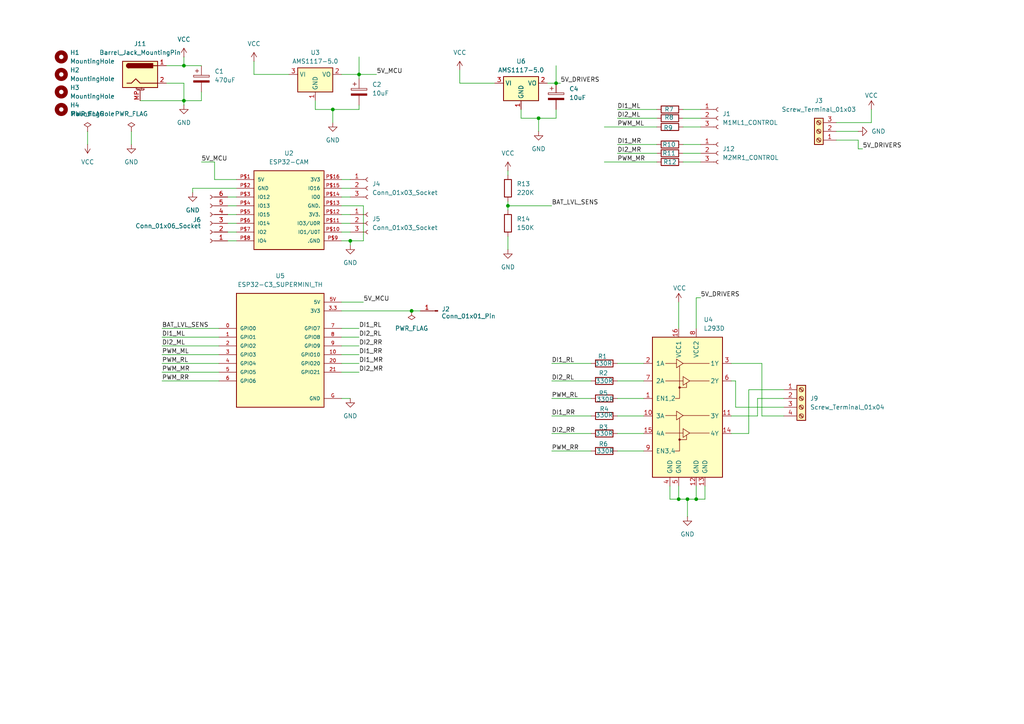
<source format=kicad_sch>
(kicad_sch
	(version 20250114)
	(generator "eeschema")
	(generator_version "9.0")
	(uuid "0036cf7a-a740-4d85-9a91-f7106e29d733")
	(paper "A4")
	(lib_symbols
		(symbol "Barrel_Jack_MountingPin_1"
			(pin_names
				(hide yes)
			)
			(exclude_from_sim no)
			(in_bom yes)
			(on_board yes)
			(property "Reference" "J1"
				(at 0 8.89 0)
				(effects
					(font
						(size 1.27 1.27)
					)
				)
			)
			(property "Value" "Barrel_Jack_MountingPin"
				(at 0 6.35 0)
				(effects
					(font
						(size 1.27 1.27)
					)
				)
			)
			(property "Footprint" "Connector_BarrelJack:BarrelJack_Kycon_KLDX-0202-xC_Horizontal"
				(at 1.27 -1.016 0)
				(effects
					(font
						(size 1.27 1.27)
					)
					(hide yes)
				)
			)
			(property "Datasheet" "~"
				(at 1.27 -1.016 0)
				(effects
					(font
						(size 1.27 1.27)
					)
					(hide yes)
				)
			)
			(property "Description" "DC Barrel Jack with a mounting pin"
				(at 0 0 0)
				(effects
					(font
						(size 1.27 1.27)
					)
					(hide yes)
				)
			)
			(property "ki_keywords" "DC power barrel jack connector"
				(at 0 0 0)
				(effects
					(font
						(size 1.27 1.27)
					)
					(hide yes)
				)
			)
			(property "ki_fp_filters" "BarrelJack*"
				(at 0 0 0)
				(effects
					(font
						(size 1.27 1.27)
					)
					(hide yes)
				)
			)
			(symbol "Barrel_Jack_MountingPin_1_0_1"
				(rectangle
					(start -5.08 3.81)
					(end 5.08 -3.81)
					(stroke
						(width 0.254)
						(type default)
					)
					(fill
						(type background)
					)
				)
				(polyline
					(pts
						(xy -3.81 -2.54) (xy -2.54 -2.54) (xy -1.27 -1.27) (xy 0 -2.54) (xy 2.54 -2.54) (xy 5.08 -2.54)
					)
					(stroke
						(width 0.254)
						(type default)
					)
					(fill
						(type none)
					)
				)
				(arc
					(start -3.302 1.905)
					(mid -3.9343 2.54)
					(end -3.302 3.175)
					(stroke
						(width 0.254)
						(type default)
					)
					(fill
						(type none)
					)
				)
				(arc
					(start -3.302 1.905)
					(mid -3.9343 2.54)
					(end -3.302 3.175)
					(stroke
						(width 0.254)
						(type default)
					)
					(fill
						(type outline)
					)
				)
				(rectangle
					(start 3.683 3.175)
					(end -3.302 1.905)
					(stroke
						(width 0.254)
						(type default)
					)
					(fill
						(type outline)
					)
				)
				(polyline
					(pts
						(xy 5.08 2.54) (xy 3.81 2.54)
					)
					(stroke
						(width 0.254)
						(type default)
					)
					(fill
						(type none)
					)
				)
			)
			(symbol "Barrel_Jack_MountingPin_1_1_1"
				(polyline
					(pts
						(xy -1.016 -4.572) (xy 1.016 -4.572)
					)
					(stroke
						(width 0.1524)
						(type default)
					)
					(fill
						(type none)
					)
				)
				(text "Mounting"
					(at 0 -4.191 0)
					(effects
						(font
							(size 0.381 0.381)
						)
					)
				)
				(pin passive line
					(at 0 -7.62 90)
					(length 3.048)
					(name "MP"
						(effects
							(font
								(size 1.27 1.27)
							)
						)
					)
					(number "MP"
						(effects
							(font
								(size 1.27 1.27)
							)
						)
					)
				)
				(pin passive line
					(at 7.62 2.54 180)
					(length 2.54)
					(name "~"
						(effects
							(font
								(size 1.27 1.27)
							)
						)
					)
					(number "1"
						(effects
							(font
								(size 1.27 1.27)
							)
						)
					)
				)
				(pin passive line
					(at 7.62 -2.54 180)
					(length 2.54)
					(name "~"
						(effects
							(font
								(size 1.27 1.27)
							)
						)
					)
					(number "2"
						(effects
							(font
								(size 1.27 1.27)
							)
						)
					)
				)
			)
			(embedded_fonts no)
		)
		(symbol "Connector:Conn_01x01_Pin"
			(pin_names
				(offset 1.016)
				(hide yes)
			)
			(exclude_from_sim no)
			(in_bom yes)
			(on_board yes)
			(property "Reference" "J"
				(at 0 2.54 0)
				(effects
					(font
						(size 1.27 1.27)
					)
				)
			)
			(property "Value" "Conn_01x01_Pin"
				(at 0 -2.54 0)
				(effects
					(font
						(size 1.27 1.27)
					)
				)
			)
			(property "Footprint" ""
				(at 0 0 0)
				(effects
					(font
						(size 1.27 1.27)
					)
					(hide yes)
				)
			)
			(property "Datasheet" "~"
				(at 0 0 0)
				(effects
					(font
						(size 1.27 1.27)
					)
					(hide yes)
				)
			)
			(property "Description" "Generic connector, single row, 01x01, script generated"
				(at 0 0 0)
				(effects
					(font
						(size 1.27 1.27)
					)
					(hide yes)
				)
			)
			(property "ki_locked" ""
				(at 0 0 0)
				(effects
					(font
						(size 1.27 1.27)
					)
				)
			)
			(property "ki_keywords" "connector"
				(at 0 0 0)
				(effects
					(font
						(size 1.27 1.27)
					)
					(hide yes)
				)
			)
			(property "ki_fp_filters" "Connector*:*_1x??_*"
				(at 0 0 0)
				(effects
					(font
						(size 1.27 1.27)
					)
					(hide yes)
				)
			)
			(symbol "Conn_01x01_Pin_1_1"
				(rectangle
					(start 0.8636 0.127)
					(end 0 -0.127)
					(stroke
						(width 0.1524)
						(type default)
					)
					(fill
						(type outline)
					)
				)
				(polyline
					(pts
						(xy 1.27 0) (xy 0.8636 0)
					)
					(stroke
						(width 0.1524)
						(type default)
					)
					(fill
						(type none)
					)
				)
				(pin passive line
					(at 5.08 0 180)
					(length 3.81)
					(name "Pin_1"
						(effects
							(font
								(size 1.27 1.27)
							)
						)
					)
					(number "1"
						(effects
							(font
								(size 1.27 1.27)
							)
						)
					)
				)
			)
			(embedded_fonts no)
		)
		(symbol "Connector:Conn_01x03_Socket"
			(pin_names
				(offset 1.016)
				(hide yes)
			)
			(exclude_from_sim no)
			(in_bom yes)
			(on_board yes)
			(property "Reference" "J"
				(at 0 5.08 0)
				(effects
					(font
						(size 1.27 1.27)
					)
				)
			)
			(property "Value" "Conn_01x03_Socket"
				(at 0 -5.08 0)
				(effects
					(font
						(size 1.27 1.27)
					)
				)
			)
			(property "Footprint" ""
				(at 0 0 0)
				(effects
					(font
						(size 1.27 1.27)
					)
					(hide yes)
				)
			)
			(property "Datasheet" "~"
				(at 0 0 0)
				(effects
					(font
						(size 1.27 1.27)
					)
					(hide yes)
				)
			)
			(property "Description" "Generic connector, single row, 01x03, script generated"
				(at 0 0 0)
				(effects
					(font
						(size 1.27 1.27)
					)
					(hide yes)
				)
			)
			(property "ki_locked" ""
				(at 0 0 0)
				(effects
					(font
						(size 1.27 1.27)
					)
				)
			)
			(property "ki_keywords" "connector"
				(at 0 0 0)
				(effects
					(font
						(size 1.27 1.27)
					)
					(hide yes)
				)
			)
			(property "ki_fp_filters" "Connector*:*_1x??_*"
				(at 0 0 0)
				(effects
					(font
						(size 1.27 1.27)
					)
					(hide yes)
				)
			)
			(symbol "Conn_01x03_Socket_1_1"
				(polyline
					(pts
						(xy -1.27 2.54) (xy -0.508 2.54)
					)
					(stroke
						(width 0.1524)
						(type default)
					)
					(fill
						(type none)
					)
				)
				(polyline
					(pts
						(xy -1.27 0) (xy -0.508 0)
					)
					(stroke
						(width 0.1524)
						(type default)
					)
					(fill
						(type none)
					)
				)
				(polyline
					(pts
						(xy -1.27 -2.54) (xy -0.508 -2.54)
					)
					(stroke
						(width 0.1524)
						(type default)
					)
					(fill
						(type none)
					)
				)
				(arc
					(start 0 2.032)
					(mid -0.5058 2.54)
					(end 0 3.048)
					(stroke
						(width 0.1524)
						(type default)
					)
					(fill
						(type none)
					)
				)
				(arc
					(start 0 -0.508)
					(mid -0.5058 0)
					(end 0 0.508)
					(stroke
						(width 0.1524)
						(type default)
					)
					(fill
						(type none)
					)
				)
				(arc
					(start 0 -3.048)
					(mid -0.5058 -2.54)
					(end 0 -2.032)
					(stroke
						(width 0.1524)
						(type default)
					)
					(fill
						(type none)
					)
				)
				(pin passive line
					(at -5.08 2.54 0)
					(length 3.81)
					(name "Pin_1"
						(effects
							(font
								(size 1.27 1.27)
							)
						)
					)
					(number "1"
						(effects
							(font
								(size 1.27 1.27)
							)
						)
					)
				)
				(pin passive line
					(at -5.08 0 0)
					(length 3.81)
					(name "Pin_2"
						(effects
							(font
								(size 1.27 1.27)
							)
						)
					)
					(number "2"
						(effects
							(font
								(size 1.27 1.27)
							)
						)
					)
				)
				(pin passive line
					(at -5.08 -2.54 0)
					(length 3.81)
					(name "Pin_3"
						(effects
							(font
								(size 1.27 1.27)
							)
						)
					)
					(number "3"
						(effects
							(font
								(size 1.27 1.27)
							)
						)
					)
				)
			)
			(embedded_fonts no)
		)
		(symbol "Connector:Conn_01x06_Socket"
			(pin_names
				(offset 1.016)
				(hide yes)
			)
			(exclude_from_sim no)
			(in_bom yes)
			(on_board yes)
			(property "Reference" "J"
				(at 0 7.62 0)
				(effects
					(font
						(size 1.27 1.27)
					)
				)
			)
			(property "Value" "Conn_01x06_Socket"
				(at 0 -10.16 0)
				(effects
					(font
						(size 1.27 1.27)
					)
				)
			)
			(property "Footprint" ""
				(at 0 0 0)
				(effects
					(font
						(size 1.27 1.27)
					)
					(hide yes)
				)
			)
			(property "Datasheet" "~"
				(at 0 0 0)
				(effects
					(font
						(size 1.27 1.27)
					)
					(hide yes)
				)
			)
			(property "Description" "Generic connector, single row, 01x06, script generated"
				(at 0 0 0)
				(effects
					(font
						(size 1.27 1.27)
					)
					(hide yes)
				)
			)
			(property "ki_locked" ""
				(at 0 0 0)
				(effects
					(font
						(size 1.27 1.27)
					)
				)
			)
			(property "ki_keywords" "connector"
				(at 0 0 0)
				(effects
					(font
						(size 1.27 1.27)
					)
					(hide yes)
				)
			)
			(property "ki_fp_filters" "Connector*:*_1x??_*"
				(at 0 0 0)
				(effects
					(font
						(size 1.27 1.27)
					)
					(hide yes)
				)
			)
			(symbol "Conn_01x06_Socket_1_1"
				(polyline
					(pts
						(xy -1.27 5.08) (xy -0.508 5.08)
					)
					(stroke
						(width 0.1524)
						(type default)
					)
					(fill
						(type none)
					)
				)
				(polyline
					(pts
						(xy -1.27 2.54) (xy -0.508 2.54)
					)
					(stroke
						(width 0.1524)
						(type default)
					)
					(fill
						(type none)
					)
				)
				(polyline
					(pts
						(xy -1.27 0) (xy -0.508 0)
					)
					(stroke
						(width 0.1524)
						(type default)
					)
					(fill
						(type none)
					)
				)
				(polyline
					(pts
						(xy -1.27 -2.54) (xy -0.508 -2.54)
					)
					(stroke
						(width 0.1524)
						(type default)
					)
					(fill
						(type none)
					)
				)
				(polyline
					(pts
						(xy -1.27 -5.08) (xy -0.508 -5.08)
					)
					(stroke
						(width 0.1524)
						(type default)
					)
					(fill
						(type none)
					)
				)
				(polyline
					(pts
						(xy -1.27 -7.62) (xy -0.508 -7.62)
					)
					(stroke
						(width 0.1524)
						(type default)
					)
					(fill
						(type none)
					)
				)
				(arc
					(start 0 4.572)
					(mid -0.5058 5.08)
					(end 0 5.588)
					(stroke
						(width 0.1524)
						(type default)
					)
					(fill
						(type none)
					)
				)
				(arc
					(start 0 2.032)
					(mid -0.5058 2.54)
					(end 0 3.048)
					(stroke
						(width 0.1524)
						(type default)
					)
					(fill
						(type none)
					)
				)
				(arc
					(start 0 -0.508)
					(mid -0.5058 0)
					(end 0 0.508)
					(stroke
						(width 0.1524)
						(type default)
					)
					(fill
						(type none)
					)
				)
				(arc
					(start 0 -3.048)
					(mid -0.5058 -2.54)
					(end 0 -2.032)
					(stroke
						(width 0.1524)
						(type default)
					)
					(fill
						(type none)
					)
				)
				(arc
					(start 0 -5.588)
					(mid -0.5058 -5.08)
					(end 0 -4.572)
					(stroke
						(width 0.1524)
						(type default)
					)
					(fill
						(type none)
					)
				)
				(arc
					(start 0 -8.128)
					(mid -0.5058 -7.62)
					(end 0 -7.112)
					(stroke
						(width 0.1524)
						(type default)
					)
					(fill
						(type none)
					)
				)
				(pin passive line
					(at -5.08 5.08 0)
					(length 3.81)
					(name "Pin_1"
						(effects
							(font
								(size 1.27 1.27)
							)
						)
					)
					(number "1"
						(effects
							(font
								(size 1.27 1.27)
							)
						)
					)
				)
				(pin passive line
					(at -5.08 2.54 0)
					(length 3.81)
					(name "Pin_2"
						(effects
							(font
								(size 1.27 1.27)
							)
						)
					)
					(number "2"
						(effects
							(font
								(size 1.27 1.27)
							)
						)
					)
				)
				(pin passive line
					(at -5.08 0 0)
					(length 3.81)
					(name "Pin_3"
						(effects
							(font
								(size 1.27 1.27)
							)
						)
					)
					(number "3"
						(effects
							(font
								(size 1.27 1.27)
							)
						)
					)
				)
				(pin passive line
					(at -5.08 -2.54 0)
					(length 3.81)
					(name "Pin_4"
						(effects
							(font
								(size 1.27 1.27)
							)
						)
					)
					(number "4"
						(effects
							(font
								(size 1.27 1.27)
							)
						)
					)
				)
				(pin passive line
					(at -5.08 -5.08 0)
					(length 3.81)
					(name "Pin_5"
						(effects
							(font
								(size 1.27 1.27)
							)
						)
					)
					(number "5"
						(effects
							(font
								(size 1.27 1.27)
							)
						)
					)
				)
				(pin passive line
					(at -5.08 -7.62 0)
					(length 3.81)
					(name "Pin_6"
						(effects
							(font
								(size 1.27 1.27)
							)
						)
					)
					(number "6"
						(effects
							(font
								(size 1.27 1.27)
							)
						)
					)
				)
			)
			(embedded_fonts no)
		)
		(symbol "Connector:Screw_Terminal_01x03"
			(pin_names
				(offset 1.016)
				(hide yes)
			)
			(exclude_from_sim no)
			(in_bom yes)
			(on_board yes)
			(property "Reference" "J"
				(at 0 5.08 0)
				(effects
					(font
						(size 1.27 1.27)
					)
				)
			)
			(property "Value" "Screw_Terminal_01x03"
				(at 0 -5.08 0)
				(effects
					(font
						(size 1.27 1.27)
					)
				)
			)
			(property "Footprint" ""
				(at 0 0 0)
				(effects
					(font
						(size 1.27 1.27)
					)
					(hide yes)
				)
			)
			(property "Datasheet" "~"
				(at 0 0 0)
				(effects
					(font
						(size 1.27 1.27)
					)
					(hide yes)
				)
			)
			(property "Description" "Generic screw terminal, single row, 01x03, script generated (kicad-library-utils/schlib/autogen/connector/)"
				(at 0 0 0)
				(effects
					(font
						(size 1.27 1.27)
					)
					(hide yes)
				)
			)
			(property "ki_keywords" "screw terminal"
				(at 0 0 0)
				(effects
					(font
						(size 1.27 1.27)
					)
					(hide yes)
				)
			)
			(property "ki_fp_filters" "TerminalBlock*:*"
				(at 0 0 0)
				(effects
					(font
						(size 1.27 1.27)
					)
					(hide yes)
				)
			)
			(symbol "Screw_Terminal_01x03_1_1"
				(rectangle
					(start -1.27 3.81)
					(end 1.27 -3.81)
					(stroke
						(width 0.254)
						(type default)
					)
					(fill
						(type background)
					)
				)
				(polyline
					(pts
						(xy -0.5334 2.8702) (xy 0.3302 2.032)
					)
					(stroke
						(width 0.1524)
						(type default)
					)
					(fill
						(type none)
					)
				)
				(polyline
					(pts
						(xy -0.5334 0.3302) (xy 0.3302 -0.508)
					)
					(stroke
						(width 0.1524)
						(type default)
					)
					(fill
						(type none)
					)
				)
				(polyline
					(pts
						(xy -0.5334 -2.2098) (xy 0.3302 -3.048)
					)
					(stroke
						(width 0.1524)
						(type default)
					)
					(fill
						(type none)
					)
				)
				(polyline
					(pts
						(xy -0.3556 3.048) (xy 0.508 2.2098)
					)
					(stroke
						(width 0.1524)
						(type default)
					)
					(fill
						(type none)
					)
				)
				(polyline
					(pts
						(xy -0.3556 0.508) (xy 0.508 -0.3302)
					)
					(stroke
						(width 0.1524)
						(type default)
					)
					(fill
						(type none)
					)
				)
				(polyline
					(pts
						(xy -0.3556 -2.032) (xy 0.508 -2.8702)
					)
					(stroke
						(width 0.1524)
						(type default)
					)
					(fill
						(type none)
					)
				)
				(circle
					(center 0 2.54)
					(radius 0.635)
					(stroke
						(width 0.1524)
						(type default)
					)
					(fill
						(type none)
					)
				)
				(circle
					(center 0 0)
					(radius 0.635)
					(stroke
						(width 0.1524)
						(type default)
					)
					(fill
						(type none)
					)
				)
				(circle
					(center 0 -2.54)
					(radius 0.635)
					(stroke
						(width 0.1524)
						(type default)
					)
					(fill
						(type none)
					)
				)
				(pin passive line
					(at -5.08 2.54 0)
					(length 3.81)
					(name "Pin_1"
						(effects
							(font
								(size 1.27 1.27)
							)
						)
					)
					(number "1"
						(effects
							(font
								(size 1.27 1.27)
							)
						)
					)
				)
				(pin passive line
					(at -5.08 0 0)
					(length 3.81)
					(name "Pin_2"
						(effects
							(font
								(size 1.27 1.27)
							)
						)
					)
					(number "2"
						(effects
							(font
								(size 1.27 1.27)
							)
						)
					)
				)
				(pin passive line
					(at -5.08 -2.54 0)
					(length 3.81)
					(name "Pin_3"
						(effects
							(font
								(size 1.27 1.27)
							)
						)
					)
					(number "3"
						(effects
							(font
								(size 1.27 1.27)
							)
						)
					)
				)
			)
			(embedded_fonts no)
		)
		(symbol "Connector:Screw_Terminal_01x04"
			(pin_names
				(offset 1.016)
				(hide yes)
			)
			(exclude_from_sim no)
			(in_bom yes)
			(on_board yes)
			(property "Reference" "J"
				(at 0 5.08 0)
				(effects
					(font
						(size 1.27 1.27)
					)
				)
			)
			(property "Value" "Screw_Terminal_01x04"
				(at 0 -7.62 0)
				(effects
					(font
						(size 1.27 1.27)
					)
				)
			)
			(property "Footprint" ""
				(at 0 0 0)
				(effects
					(font
						(size 1.27 1.27)
					)
					(hide yes)
				)
			)
			(property "Datasheet" "~"
				(at 0 0 0)
				(effects
					(font
						(size 1.27 1.27)
					)
					(hide yes)
				)
			)
			(property "Description" "Generic screw terminal, single row, 01x04, script generated (kicad-library-utils/schlib/autogen/connector/)"
				(at 0 0 0)
				(effects
					(font
						(size 1.27 1.27)
					)
					(hide yes)
				)
			)
			(property "ki_keywords" "screw terminal"
				(at 0 0 0)
				(effects
					(font
						(size 1.27 1.27)
					)
					(hide yes)
				)
			)
			(property "ki_fp_filters" "TerminalBlock*:*"
				(at 0 0 0)
				(effects
					(font
						(size 1.27 1.27)
					)
					(hide yes)
				)
			)
			(symbol "Screw_Terminal_01x04_1_1"
				(rectangle
					(start -1.27 3.81)
					(end 1.27 -6.35)
					(stroke
						(width 0.254)
						(type default)
					)
					(fill
						(type background)
					)
				)
				(polyline
					(pts
						(xy -0.5334 2.8702) (xy 0.3302 2.032)
					)
					(stroke
						(width 0.1524)
						(type default)
					)
					(fill
						(type none)
					)
				)
				(polyline
					(pts
						(xy -0.5334 0.3302) (xy 0.3302 -0.508)
					)
					(stroke
						(width 0.1524)
						(type default)
					)
					(fill
						(type none)
					)
				)
				(polyline
					(pts
						(xy -0.5334 -2.2098) (xy 0.3302 -3.048)
					)
					(stroke
						(width 0.1524)
						(type default)
					)
					(fill
						(type none)
					)
				)
				(polyline
					(pts
						(xy -0.5334 -4.7498) (xy 0.3302 -5.588)
					)
					(stroke
						(width 0.1524)
						(type default)
					)
					(fill
						(type none)
					)
				)
				(polyline
					(pts
						(xy -0.3556 3.048) (xy 0.508 2.2098)
					)
					(stroke
						(width 0.1524)
						(type default)
					)
					(fill
						(type none)
					)
				)
				(polyline
					(pts
						(xy -0.3556 0.508) (xy 0.508 -0.3302)
					)
					(stroke
						(width 0.1524)
						(type default)
					)
					(fill
						(type none)
					)
				)
				(polyline
					(pts
						(xy -0.3556 -2.032) (xy 0.508 -2.8702)
					)
					(stroke
						(width 0.1524)
						(type default)
					)
					(fill
						(type none)
					)
				)
				(polyline
					(pts
						(xy -0.3556 -4.572) (xy 0.508 -5.4102)
					)
					(stroke
						(width 0.1524)
						(type default)
					)
					(fill
						(type none)
					)
				)
				(circle
					(center 0 2.54)
					(radius 0.635)
					(stroke
						(width 0.1524)
						(type default)
					)
					(fill
						(type none)
					)
				)
				(circle
					(center 0 0)
					(radius 0.635)
					(stroke
						(width 0.1524)
						(type default)
					)
					(fill
						(type none)
					)
				)
				(circle
					(center 0 -2.54)
					(radius 0.635)
					(stroke
						(width 0.1524)
						(type default)
					)
					(fill
						(type none)
					)
				)
				(circle
					(center 0 -5.08)
					(radius 0.635)
					(stroke
						(width 0.1524)
						(type default)
					)
					(fill
						(type none)
					)
				)
				(pin passive line
					(at -5.08 2.54 0)
					(length 3.81)
					(name "Pin_1"
						(effects
							(font
								(size 1.27 1.27)
							)
						)
					)
					(number "1"
						(effects
							(font
								(size 1.27 1.27)
							)
						)
					)
				)
				(pin passive line
					(at -5.08 0 0)
					(length 3.81)
					(name "Pin_2"
						(effects
							(font
								(size 1.27 1.27)
							)
						)
					)
					(number "2"
						(effects
							(font
								(size 1.27 1.27)
							)
						)
					)
				)
				(pin passive line
					(at -5.08 -2.54 0)
					(length 3.81)
					(name "Pin_3"
						(effects
							(font
								(size 1.27 1.27)
							)
						)
					)
					(number "3"
						(effects
							(font
								(size 1.27 1.27)
							)
						)
					)
				)
				(pin passive line
					(at -5.08 -5.08 0)
					(length 3.81)
					(name "Pin_4"
						(effects
							(font
								(size 1.27 1.27)
							)
						)
					)
					(number "4"
						(effects
							(font
								(size 1.27 1.27)
							)
						)
					)
				)
			)
			(embedded_fonts no)
		)
		(symbol "Device:C_Polarized"
			(pin_numbers
				(hide yes)
			)
			(pin_names
				(offset 0.254)
			)
			(exclude_from_sim no)
			(in_bom yes)
			(on_board yes)
			(property "Reference" "C"
				(at 0.635 2.54 0)
				(effects
					(font
						(size 1.27 1.27)
					)
					(justify left)
				)
			)
			(property "Value" "C_Polarized"
				(at 0.635 -2.54 0)
				(effects
					(font
						(size 1.27 1.27)
					)
					(justify left)
				)
			)
			(property "Footprint" ""
				(at 0.9652 -3.81 0)
				(effects
					(font
						(size 1.27 1.27)
					)
					(hide yes)
				)
			)
			(property "Datasheet" "~"
				(at 0 0 0)
				(effects
					(font
						(size 1.27 1.27)
					)
					(hide yes)
				)
			)
			(property "Description" "Polarized capacitor"
				(at 0 0 0)
				(effects
					(font
						(size 1.27 1.27)
					)
					(hide yes)
				)
			)
			(property "ki_keywords" "cap capacitor"
				(at 0 0 0)
				(effects
					(font
						(size 1.27 1.27)
					)
					(hide yes)
				)
			)
			(property "ki_fp_filters" "CP_*"
				(at 0 0 0)
				(effects
					(font
						(size 1.27 1.27)
					)
					(hide yes)
				)
			)
			(symbol "C_Polarized_0_1"
				(rectangle
					(start -2.286 0.508)
					(end 2.286 1.016)
					(stroke
						(width 0)
						(type default)
					)
					(fill
						(type none)
					)
				)
				(polyline
					(pts
						(xy -1.778 2.286) (xy -0.762 2.286)
					)
					(stroke
						(width 0)
						(type default)
					)
					(fill
						(type none)
					)
				)
				(polyline
					(pts
						(xy -1.27 2.794) (xy -1.27 1.778)
					)
					(stroke
						(width 0)
						(type default)
					)
					(fill
						(type none)
					)
				)
				(rectangle
					(start 2.286 -0.508)
					(end -2.286 -1.016)
					(stroke
						(width 0)
						(type default)
					)
					(fill
						(type outline)
					)
				)
			)
			(symbol "C_Polarized_1_1"
				(pin passive line
					(at 0 3.81 270)
					(length 2.794)
					(name "~"
						(effects
							(font
								(size 1.27 1.27)
							)
						)
					)
					(number "1"
						(effects
							(font
								(size 1.27 1.27)
							)
						)
					)
				)
				(pin passive line
					(at 0 -3.81 90)
					(length 2.794)
					(name "~"
						(effects
							(font
								(size 1.27 1.27)
							)
						)
					)
					(number "2"
						(effects
							(font
								(size 1.27 1.27)
							)
						)
					)
				)
			)
			(embedded_fonts no)
		)
		(symbol "Device:R"
			(pin_numbers
				(hide yes)
			)
			(pin_names
				(offset 0)
			)
			(exclude_from_sim no)
			(in_bom yes)
			(on_board yes)
			(property "Reference" "R"
				(at 2.032 0 90)
				(effects
					(font
						(size 1.27 1.27)
					)
				)
			)
			(property "Value" "R"
				(at 0 0 90)
				(effects
					(font
						(size 1.27 1.27)
					)
				)
			)
			(property "Footprint" ""
				(at -1.778 0 90)
				(effects
					(font
						(size 1.27 1.27)
					)
					(hide yes)
				)
			)
			(property "Datasheet" "~"
				(at 0 0 0)
				(effects
					(font
						(size 1.27 1.27)
					)
					(hide yes)
				)
			)
			(property "Description" "Resistor"
				(at 0 0 0)
				(effects
					(font
						(size 1.27 1.27)
					)
					(hide yes)
				)
			)
			(property "ki_keywords" "R res resistor"
				(at 0 0 0)
				(effects
					(font
						(size 1.27 1.27)
					)
					(hide yes)
				)
			)
			(property "ki_fp_filters" "R_*"
				(at 0 0 0)
				(effects
					(font
						(size 1.27 1.27)
					)
					(hide yes)
				)
			)
			(symbol "R_0_1"
				(rectangle
					(start -1.016 -2.54)
					(end 1.016 2.54)
					(stroke
						(width 0.254)
						(type default)
					)
					(fill
						(type none)
					)
				)
			)
			(symbol "R_1_1"
				(pin passive line
					(at 0 3.81 270)
					(length 1.27)
					(name "~"
						(effects
							(font
								(size 1.27 1.27)
							)
						)
					)
					(number "1"
						(effects
							(font
								(size 1.27 1.27)
							)
						)
					)
				)
				(pin passive line
					(at 0 -3.81 90)
					(length 1.27)
					(name "~"
						(effects
							(font
								(size 1.27 1.27)
							)
						)
					)
					(number "2"
						(effects
							(font
								(size 1.27 1.27)
							)
						)
					)
				)
			)
			(embedded_fonts no)
		)
		(symbol "Driver_Motor:L293D"
			(pin_names
				(offset 1.016)
			)
			(exclude_from_sim no)
			(in_bom yes)
			(on_board yes)
			(property "Reference" "U"
				(at -5.08 26.035 0)
				(effects
					(font
						(size 1.27 1.27)
					)
					(justify right)
				)
			)
			(property "Value" "L293D"
				(at -5.08 24.13 0)
				(effects
					(font
						(size 1.27 1.27)
					)
					(justify right)
				)
			)
			(property "Footprint" "Package_DIP:DIP-16_W7.62mm"
				(at 6.35 -19.05 0)
				(effects
					(font
						(size 1.27 1.27)
					)
					(justify left)
					(hide yes)
				)
			)
			(property "Datasheet" "http://www.ti.com/lit/ds/symlink/l293.pdf"
				(at -7.62 17.78 0)
				(effects
					(font
						(size 1.27 1.27)
					)
					(hide yes)
				)
			)
			(property "Description" "Quadruple Half-H Drivers"
				(at 0 0 0)
				(effects
					(font
						(size 1.27 1.27)
					)
					(hide yes)
				)
			)
			(property "ki_keywords" "Half-H Driver Motor"
				(at 0 0 0)
				(effects
					(font
						(size 1.27 1.27)
					)
					(hide yes)
				)
			)
			(property "ki_fp_filters" "DIP*W7.62mm*"
				(at 0 0 0)
				(effects
					(font
						(size 1.27 1.27)
					)
					(hide yes)
				)
			)
			(symbol "L293D_0_1"
				(rectangle
					(start -10.16 22.86)
					(end 10.16 -17.78)
					(stroke
						(width 0.254)
						(type default)
					)
					(fill
						(type background)
					)
				)
				(polyline
					(pts
						(xy -6.35 15.24) (xy -3.175 15.24)
					)
					(stroke
						(width 0)
						(type default)
					)
					(fill
						(type none)
					)
				)
				(polyline
					(pts
						(xy -6.35 10.16) (xy -1.27 10.16)
					)
					(stroke
						(width 0)
						(type default)
					)
					(fill
						(type none)
					)
				)
				(polyline
					(pts
						(xy -6.35 0.127) (xy -3.175 0.127)
					)
					(stroke
						(width 0)
						(type default)
					)
					(fill
						(type none)
					)
				)
				(polyline
					(pts
						(xy -6.35 -4.953) (xy -1.27 -4.953)
					)
					(stroke
						(width 0)
						(type default)
					)
					(fill
						(type none)
					)
				)
				(polyline
					(pts
						(xy -3.175 16.51) (xy -3.175 13.97) (xy -1.27 15.24) (xy -3.175 16.51)
					)
					(stroke
						(width 0)
						(type default)
					)
					(fill
						(type none)
					)
				)
				(polyline
					(pts
						(xy -3.175 1.397) (xy -3.175 -1.143) (xy -1.27 0.127) (xy -3.175 1.397)
					)
					(stroke
						(width 0)
						(type default)
					)
					(fill
						(type none)
					)
				)
				(polyline
					(pts
						(xy -2.286 14.478) (xy -2.286 5.08) (xy -3.556 5.08)
					)
					(stroke
						(width 0)
						(type default)
					)
					(fill
						(type none)
					)
				)
				(circle
					(center -2.286 8.255)
					(radius 0.254)
					(stroke
						(width 0)
						(type default)
					)
					(fill
						(type outline)
					)
				)
				(polyline
					(pts
						(xy -2.286 8.255) (xy -0.254 8.255) (xy -0.254 9.525)
					)
					(stroke
						(width 0)
						(type default)
					)
					(fill
						(type none)
					)
				)
				(polyline
					(pts
						(xy -2.286 -0.635) (xy -2.286 -10.16) (xy -3.556 -10.16)
					)
					(stroke
						(width 0)
						(type default)
					)
					(fill
						(type none)
					)
				)
				(circle
					(center -2.286 -6.858)
					(radius 0.254)
					(stroke
						(width 0)
						(type default)
					)
					(fill
						(type outline)
					)
				)
				(polyline
					(pts
						(xy -2.286 -6.858) (xy -0.254 -6.858) (xy -0.254 -5.588)
					)
					(stroke
						(width 0)
						(type default)
					)
					(fill
						(type none)
					)
				)
				(polyline
					(pts
						(xy -1.27 15.24) (xy 6.35 15.24)
					)
					(stroke
						(width 0)
						(type default)
					)
					(fill
						(type none)
					)
				)
				(polyline
					(pts
						(xy -1.27 11.43) (xy -1.27 8.89) (xy 0.635 10.16) (xy -1.27 11.43)
					)
					(stroke
						(width 0)
						(type default)
					)
					(fill
						(type none)
					)
				)
				(polyline
					(pts
						(xy -1.27 0.127) (xy 6.35 0.127)
					)
					(stroke
						(width 0)
						(type default)
					)
					(fill
						(type none)
					)
				)
				(polyline
					(pts
						(xy -1.27 -3.683) (xy -1.27 -6.223) (xy 0.635 -4.953) (xy -1.27 -3.683)
					)
					(stroke
						(width 0)
						(type default)
					)
					(fill
						(type none)
					)
				)
				(polyline
					(pts
						(xy 0.635 10.16) (xy 6.35 10.16)
					)
					(stroke
						(width 0)
						(type default)
					)
					(fill
						(type none)
					)
				)
				(polyline
					(pts
						(xy 0.635 -4.953) (xy 6.35 -4.953)
					)
					(stroke
						(width 0)
						(type default)
					)
					(fill
						(type none)
					)
				)
			)
			(symbol "L293D_1_1"
				(pin input line
					(at -12.7 15.24 0)
					(length 2.54)
					(name "1A"
						(effects
							(font
								(size 1.27 1.27)
							)
						)
					)
					(number "2"
						(effects
							(font
								(size 1.27 1.27)
							)
						)
					)
				)
				(pin input line
					(at -12.7 10.16 0)
					(length 2.54)
					(name "2A"
						(effects
							(font
								(size 1.27 1.27)
							)
						)
					)
					(number "7"
						(effects
							(font
								(size 1.27 1.27)
							)
						)
					)
				)
				(pin input line
					(at -12.7 5.08 0)
					(length 2.54)
					(name "EN1,2"
						(effects
							(font
								(size 1.27 1.27)
							)
						)
					)
					(number "1"
						(effects
							(font
								(size 1.27 1.27)
							)
						)
					)
				)
				(pin input line
					(at -12.7 0 0)
					(length 2.54)
					(name "3A"
						(effects
							(font
								(size 1.27 1.27)
							)
						)
					)
					(number "10"
						(effects
							(font
								(size 1.27 1.27)
							)
						)
					)
				)
				(pin input line
					(at -12.7 -5.08 0)
					(length 2.54)
					(name "4A"
						(effects
							(font
								(size 1.27 1.27)
							)
						)
					)
					(number "15"
						(effects
							(font
								(size 1.27 1.27)
							)
						)
					)
				)
				(pin input line
					(at -12.7 -10.16 0)
					(length 2.54)
					(name "EN3,4"
						(effects
							(font
								(size 1.27 1.27)
							)
						)
					)
					(number "9"
						(effects
							(font
								(size 1.27 1.27)
							)
						)
					)
				)
				(pin power_in line
					(at -5.08 -20.32 90)
					(length 2.54)
					(name "GND"
						(effects
							(font
								(size 1.27 1.27)
							)
						)
					)
					(number "4"
						(effects
							(font
								(size 1.27 1.27)
							)
						)
					)
				)
				(pin power_in line
					(at -2.54 25.4 270)
					(length 2.54)
					(name "VCC1"
						(effects
							(font
								(size 1.27 1.27)
							)
						)
					)
					(number "16"
						(effects
							(font
								(size 1.27 1.27)
							)
						)
					)
				)
				(pin power_in line
					(at -2.54 -20.32 90)
					(length 2.54)
					(name "GND"
						(effects
							(font
								(size 1.27 1.27)
							)
						)
					)
					(number "5"
						(effects
							(font
								(size 1.27 1.27)
							)
						)
					)
				)
				(pin power_in line
					(at 2.54 25.4 270)
					(length 2.54)
					(name "VCC2"
						(effects
							(font
								(size 1.27 1.27)
							)
						)
					)
					(number "8"
						(effects
							(font
								(size 1.27 1.27)
							)
						)
					)
				)
				(pin power_in line
					(at 2.54 -20.32 90)
					(length 2.54)
					(name "GND"
						(effects
							(font
								(size 1.27 1.27)
							)
						)
					)
					(number "12"
						(effects
							(font
								(size 1.27 1.27)
							)
						)
					)
				)
				(pin power_in line
					(at 5.08 -20.32 90)
					(length 2.54)
					(name "GND"
						(effects
							(font
								(size 1.27 1.27)
							)
						)
					)
					(number "13"
						(effects
							(font
								(size 1.27 1.27)
							)
						)
					)
				)
				(pin output line
					(at 12.7 15.24 180)
					(length 2.54)
					(name "1Y"
						(effects
							(font
								(size 1.27 1.27)
							)
						)
					)
					(number "3"
						(effects
							(font
								(size 1.27 1.27)
							)
						)
					)
				)
				(pin output line
					(at 12.7 10.16 180)
					(length 2.54)
					(name "2Y"
						(effects
							(font
								(size 1.27 1.27)
							)
						)
					)
					(number "6"
						(effects
							(font
								(size 1.27 1.27)
							)
						)
					)
				)
				(pin output line
					(at 12.7 0 180)
					(length 2.54)
					(name "3Y"
						(effects
							(font
								(size 1.27 1.27)
							)
						)
					)
					(number "11"
						(effects
							(font
								(size 1.27 1.27)
							)
						)
					)
				)
				(pin output line
					(at 12.7 -5.08 180)
					(length 2.54)
					(name "4Y"
						(effects
							(font
								(size 1.27 1.27)
							)
						)
					)
					(number "14"
						(effects
							(font
								(size 1.27 1.27)
							)
						)
					)
				)
			)
			(embedded_fonts no)
		)
		(symbol "ESP32-C3_SUPERMINI_TH:ESP32-C3_SUPERMINI_TH"
			(pin_names
				(offset 1.016)
			)
			(exclude_from_sim no)
			(in_bom yes)
			(on_board yes)
			(property "Reference" "U"
				(at -12.7 16.002 0)
				(effects
					(font
						(size 1.27 1.27)
					)
					(justify left bottom)
				)
			)
			(property "Value" "ESP32-C3_SUPERMINI_TH"
				(at -12.7 -20.32 0)
				(effects
					(font
						(size 1.27 1.27)
					)
					(justify left bottom)
				)
			)
			(property "Footprint" "ESP32-C3_SUPERMINI_TH:MODULE_ESP32-C3_SUPERMINI_TH"
				(at 0 0 0)
				(effects
					(font
						(size 1.27 1.27)
					)
					(justify bottom)
					(hide yes)
				)
			)
			(property "Datasheet" ""
				(at 0 0 0)
				(effects
					(font
						(size 1.27 1.27)
					)
					(hide yes)
				)
			)
			(property "Description" ""
				(at 0 0 0)
				(effects
					(font
						(size 1.27 1.27)
					)
					(hide yes)
				)
			)
			(property "MF" "Espressif Systems"
				(at 0 0 0)
				(effects
					(font
						(size 1.27 1.27)
					)
					(justify bottom)
					(hide yes)
				)
			)
			(property "Description_1" "Super tiny ESP32-C3 board"
				(at 0 0 0)
				(effects
					(font
						(size 1.27 1.27)
					)
					(justify bottom)
					(hide yes)
				)
			)
			(property "CREATOR" "DIZAR"
				(at 0 0 0)
				(effects
					(font
						(size 1.27 1.27)
					)
					(justify bottom)
					(hide yes)
				)
			)
			(property "Price" "None"
				(at 0 0 0)
				(effects
					(font
						(size 1.27 1.27)
					)
					(justify bottom)
					(hide yes)
				)
			)
			(property "Package" "Package"
				(at 0 0 0)
				(effects
					(font
						(size 1.27 1.27)
					)
					(justify bottom)
					(hide yes)
				)
			)
			(property "Check_prices" "https://www.snapeda.com/parts/ESP32-C3%20SuperMini_TH/Espressif+Systems/view-part/?ref=eda"
				(at 0 0 0)
				(effects
					(font
						(size 1.27 1.27)
					)
					(justify bottom)
					(hide yes)
				)
			)
			(property "STANDARD" "IPC-7351B"
				(at 0 0 0)
				(effects
					(font
						(size 1.27 1.27)
					)
					(justify bottom)
					(hide yes)
				)
			)
			(property "VERIFIER" ""
				(at 0 0 0)
				(effects
					(font
						(size 1.27 1.27)
					)
					(justify bottom)
					(hide yes)
				)
			)
			(property "SnapEDA_Link" "https://www.snapeda.com/parts/ESP32-C3%20SuperMini_TH/Espressif+Systems/view-part/?ref=snap"
				(at 0 0 0)
				(effects
					(font
						(size 1.27 1.27)
					)
					(justify bottom)
					(hide yes)
				)
			)
			(property "MP" "ESP32-C3 SuperMini_TH"
				(at 0 0 0)
				(effects
					(font
						(size 1.27 1.27)
					)
					(justify bottom)
					(hide yes)
				)
			)
			(property "Availability" "Not in stock"
				(at 0 0 0)
				(effects
					(font
						(size 1.27 1.27)
					)
					(justify bottom)
					(hide yes)
				)
			)
			(property "MANUFACTURER" "Espressif Systems"
				(at 0 0 0)
				(effects
					(font
						(size 1.27 1.27)
					)
					(justify bottom)
					(hide yes)
				)
			)
			(symbol "ESP32-C3_SUPERMINI_TH_0_0"
				(rectangle
					(start -12.7 -17.78)
					(end 12.7 15.24)
					(stroke
						(width 0.254)
						(type default)
					)
					(fill
						(type background)
					)
				)
				(pin bidirectional line
					(at -17.78 5.08 0)
					(length 5.08)
					(name "GPIO0"
						(effects
							(font
								(size 1.016 1.016)
							)
						)
					)
					(number "0"
						(effects
							(font
								(size 1.016 1.016)
							)
						)
					)
				)
				(pin bidirectional line
					(at -17.78 2.54 0)
					(length 5.08)
					(name "GPIO1"
						(effects
							(font
								(size 1.016 1.016)
							)
						)
					)
					(number "1"
						(effects
							(font
								(size 1.016 1.016)
							)
						)
					)
				)
				(pin bidirectional line
					(at -17.78 0 0)
					(length 5.08)
					(name "GPIO2"
						(effects
							(font
								(size 1.016 1.016)
							)
						)
					)
					(number "2"
						(effects
							(font
								(size 1.016 1.016)
							)
						)
					)
				)
				(pin bidirectional line
					(at -17.78 -2.54 0)
					(length 5.08)
					(name "GPIO3"
						(effects
							(font
								(size 1.016 1.016)
							)
						)
					)
					(number "3"
						(effects
							(font
								(size 1.016 1.016)
							)
						)
					)
				)
				(pin bidirectional line
					(at -17.78 -5.08 0)
					(length 5.08)
					(name "GPIO4"
						(effects
							(font
								(size 1.016 1.016)
							)
						)
					)
					(number "4"
						(effects
							(font
								(size 1.016 1.016)
							)
						)
					)
				)
				(pin bidirectional line
					(at -17.78 -7.62 0)
					(length 5.08)
					(name "GPIO5"
						(effects
							(font
								(size 1.016 1.016)
							)
						)
					)
					(number "5"
						(effects
							(font
								(size 1.016 1.016)
							)
						)
					)
				)
				(pin bidirectional line
					(at -17.78 -10.16 0)
					(length 5.08)
					(name "GPIO6"
						(effects
							(font
								(size 1.016 1.016)
							)
						)
					)
					(number "6"
						(effects
							(font
								(size 1.016 1.016)
							)
						)
					)
				)
				(pin power_in line
					(at 17.78 12.7 180)
					(length 5.08)
					(name "5V"
						(effects
							(font
								(size 1.016 1.016)
							)
						)
					)
					(number "5V"
						(effects
							(font
								(size 1.016 1.016)
							)
						)
					)
				)
				(pin power_in line
					(at 17.78 10.16 180)
					(length 5.08)
					(name "3V3"
						(effects
							(font
								(size 1.016 1.016)
							)
						)
					)
					(number "3.3"
						(effects
							(font
								(size 1.016 1.016)
							)
						)
					)
				)
				(pin bidirectional line
					(at 17.78 5.08 180)
					(length 5.08)
					(name "GPIO7"
						(effects
							(font
								(size 1.016 1.016)
							)
						)
					)
					(number "7"
						(effects
							(font
								(size 1.016 1.016)
							)
						)
					)
				)
				(pin bidirectional line
					(at 17.78 2.54 180)
					(length 5.08)
					(name "GPIO8"
						(effects
							(font
								(size 1.016 1.016)
							)
						)
					)
					(number "8"
						(effects
							(font
								(size 1.016 1.016)
							)
						)
					)
				)
				(pin bidirectional line
					(at 17.78 0 180)
					(length 5.08)
					(name "GPIO9"
						(effects
							(font
								(size 1.016 1.016)
							)
						)
					)
					(number "9"
						(effects
							(font
								(size 1.016 1.016)
							)
						)
					)
				)
				(pin bidirectional line
					(at 17.78 -2.54 180)
					(length 5.08)
					(name "GPIO10"
						(effects
							(font
								(size 1.016 1.016)
							)
						)
					)
					(number "10"
						(effects
							(font
								(size 1.016 1.016)
							)
						)
					)
				)
				(pin bidirectional line
					(at 17.78 -5.08 180)
					(length 5.08)
					(name "GPIO20"
						(effects
							(font
								(size 1.016 1.016)
							)
						)
					)
					(number "20"
						(effects
							(font
								(size 1.016 1.016)
							)
						)
					)
				)
				(pin bidirectional line
					(at 17.78 -7.62 180)
					(length 5.08)
					(name "GPIO21"
						(effects
							(font
								(size 1.016 1.016)
							)
						)
					)
					(number "21"
						(effects
							(font
								(size 1.016 1.016)
							)
						)
					)
				)
				(pin power_in line
					(at 17.78 -15.24 180)
					(length 5.08)
					(name "GND"
						(effects
							(font
								(size 1.016 1.016)
							)
						)
					)
					(number "G"
						(effects
							(font
								(size 1.016 1.016)
							)
						)
					)
				)
			)
			(embedded_fonts no)
		)
		(symbol "ESP32-CAM_1"
			(pin_names
				(offset 1.016)
			)
			(exclude_from_sim no)
			(in_bom yes)
			(on_board yes)
			(property "Reference" "U1"
				(at 0 22.86 0)
				(effects
					(font
						(size 1.27 1.27)
					)
				)
			)
			(property "Value" "ESP32-CAM"
				(at 0 20.32 0)
				(effects
					(font
						(size 1.27 1.27)
					)
				)
			)
			(property "Footprint" "ESP32CAM:ESP32-CAM"
				(at 0 0 0)
				(effects
					(font
						(size 1.27 1.27)
					)
					(justify bottom)
					(hide yes)
				)
			)
			(property "Datasheet" ""
				(at 0 0 0)
				(effects
					(font
						(size 1.27 1.27)
					)
					(hide yes)
				)
			)
			(property "Description" "ESP32 ESP32 Transceiver; 802.11 a/b/g/n (Wi-Fi, WiFi, WLAN), Bluetooth® Smart 4.x Low Energy (BLE) Evaluation Board"
				(at 0 0 0)
				(effects
					(font
						(size 1.27 1.27)
					)
					(justify bottom)
					(hide yes)
				)
			)
			(property "MF" "AI-Thinker"
				(at 0 0 0)
				(effects
					(font
						(size 1.27 1.27)
					)
					(justify bottom)
					(hide yes)
				)
			)
			(property "PACKAGE" "None"
				(at 0 0 0)
				(effects
					(font
						(size 1.27 1.27)
					)
					(justify bottom)
					(hide yes)
				)
			)
			(property "PRICE" "None"
				(at 0 0 0)
				(effects
					(font
						(size 1.27 1.27)
					)
					(justify bottom)
					(hide yes)
				)
			)
			(property "Package" "None"
				(at 0 0 0)
				(effects
					(font
						(size 1.27 1.27)
					)
					(justify bottom)
					(hide yes)
				)
			)
			(property "Check_prices" "https://www.snapeda.com/parts/ESP32-CAM/AI-Thinker/view-part/?ref=eda"
				(at 0 0 0)
				(effects
					(font
						(size 1.27 1.27)
					)
					(justify bottom)
					(hide yes)
				)
			)
			(property "Price" "None"
				(at 0 0 0)
				(effects
					(font
						(size 1.27 1.27)
					)
					(justify bottom)
					(hide yes)
				)
			)
			(property "SnapEDA_Link" "https://www.snapeda.com/parts/ESP32-CAM/AI-Thinker/view-part/?ref=snap"
				(at 0 0 0)
				(effects
					(font
						(size 1.27 1.27)
					)
					(justify bottom)
					(hide yes)
				)
			)
			(property "MP" "ESP32-CAM"
				(at 0 0 0)
				(effects
					(font
						(size 1.27 1.27)
					)
					(justify bottom)
					(hide yes)
				)
			)
			(property "Availability" "Not in stock"
				(at 0 0 0)
				(effects
					(font
						(size 1.27 1.27)
					)
					(justify bottom)
					(hide yes)
				)
			)
			(property "AVAILABILITY" "Not in stock"
				(at 0 0 0)
				(effects
					(font
						(size 1.27 1.27)
					)
					(justify bottom)
					(hide yes)
				)
			)
			(property "Description_1" "ESP32 ESP32 Transceiver; 802.11 a/b/g/n (Wi-Fi, WiFi, WLAN), Bluetooth® Smart 4.x Low Energy (BLE) Evaluation Board"
				(at 0 0 0)
				(effects
					(font
						(size 1.27 1.27)
					)
					(justify bottom)
					(hide yes)
				)
			)
			(symbol "ESP32-CAM_1_0_0"
				(rectangle
					(start -10.16 -5.08)
					(end 10.16 17.78)
					(stroke
						(width 0.254)
						(type default)
					)
					(fill
						(type background)
					)
				)
				(pin input line
					(at -15.24 15.24 0)
					(length 5.08)
					(name "5V"
						(effects
							(font
								(size 1.016 1.016)
							)
						)
					)
					(number "P$1"
						(effects
							(font
								(size 1.016 1.016)
							)
						)
					)
				)
				(pin passive line
					(at -15.24 12.7 0)
					(length 5.08)
					(name "GND"
						(effects
							(font
								(size 1.016 1.016)
							)
						)
					)
					(number "P$2"
						(effects
							(font
								(size 1.016 1.016)
							)
						)
					)
				)
				(pin bidirectional line
					(at -15.24 10.16 0)
					(length 5.08)
					(name "IO12"
						(effects
							(font
								(size 1.016 1.016)
							)
						)
					)
					(number "P$3"
						(effects
							(font
								(size 1.016 1.016)
							)
						)
					)
				)
				(pin bidirectional line
					(at -15.24 7.62 0)
					(length 5.08)
					(name "IO13"
						(effects
							(font
								(size 1.016 1.016)
							)
						)
					)
					(number "P$4"
						(effects
							(font
								(size 1.016 1.016)
							)
						)
					)
				)
				(pin bidirectional line
					(at -15.24 5.08 0)
					(length 5.08)
					(name "IO15"
						(effects
							(font
								(size 1.016 1.016)
							)
						)
					)
					(number "P$5"
						(effects
							(font
								(size 1.016 1.016)
							)
						)
					)
				)
				(pin bidirectional line
					(at -15.24 2.54 0)
					(length 5.08)
					(name "IO14"
						(effects
							(font
								(size 1.016 1.016)
							)
						)
					)
					(number "P$6"
						(effects
							(font
								(size 1.016 1.016)
							)
						)
					)
				)
				(pin bidirectional line
					(at -15.24 0 0)
					(length 5.08)
					(name "IO2"
						(effects
							(font
								(size 1.016 1.016)
							)
						)
					)
					(number "P$7"
						(effects
							(font
								(size 1.016 1.016)
							)
						)
					)
				)
				(pin bidirectional line
					(at -15.24 -2.54 0)
					(length 5.08)
					(name "IO4"
						(effects
							(font
								(size 1.016 1.016)
							)
						)
					)
					(number "P$8"
						(effects
							(font
								(size 1.016 1.016)
							)
						)
					)
				)
				(pin bidirectional line
					(at 15.24 15.24 180)
					(length 5.08)
					(name "3V3"
						(effects
							(font
								(size 1.016 1.016)
							)
						)
					)
					(number "P$16"
						(effects
							(font
								(size 1.016 1.016)
							)
						)
					)
				)
				(pin bidirectional line
					(at 15.24 12.7 180)
					(length 5.08)
					(name "IO16"
						(effects
							(font
								(size 1.016 1.016)
							)
						)
					)
					(number "P$15"
						(effects
							(font
								(size 1.016 1.016)
							)
						)
					)
				)
				(pin bidirectional line
					(at 15.24 10.16 180)
					(length 5.08)
					(name "IO0"
						(effects
							(font
								(size 1.016 1.016)
							)
						)
					)
					(number "P$14"
						(effects
							(font
								(size 1.016 1.016)
							)
						)
					)
				)
				(pin passive line
					(at 15.24 7.62 180)
					(length 5.08)
					(name "GND."
						(effects
							(font
								(size 1.016 1.016)
							)
						)
					)
					(number "P$13"
						(effects
							(font
								(size 1.016 1.016)
							)
						)
					)
				)
				(pin bidirectional line
					(at 15.24 5.08 180)
					(length 5.08)
					(name "3V3."
						(effects
							(font
								(size 1.016 1.016)
							)
						)
					)
					(number "P$12"
						(effects
							(font
								(size 1.016 1.016)
							)
						)
					)
				)
				(pin bidirectional line
					(at 15.24 2.54 180)
					(length 5.08)
					(name "IO3/U0R"
						(effects
							(font
								(size 1.016 1.016)
							)
						)
					)
					(number "P$11"
						(effects
							(font
								(size 1.016 1.016)
							)
						)
					)
				)
				(pin bidirectional line
					(at 15.24 0 180)
					(length 5.08)
					(name "IO1/U0T"
						(effects
							(font
								(size 1.016 1.016)
							)
						)
					)
					(number "P$10"
						(effects
							(font
								(size 1.016 1.016)
							)
						)
					)
				)
				(pin passive line
					(at 15.24 -2.54 180)
					(length 5.08)
					(name ".GND"
						(effects
							(font
								(size 1.016 1.016)
							)
						)
					)
					(number "P$9"
						(effects
							(font
								(size 1.016 1.016)
							)
						)
					)
				)
			)
			(embedded_fonts no)
		)
		(symbol "Mechanical:MountingHole"
			(pin_names
				(offset 1.016)
			)
			(exclude_from_sim no)
			(in_bom no)
			(on_board yes)
			(property "Reference" "H"
				(at 0 5.08 0)
				(effects
					(font
						(size 1.27 1.27)
					)
				)
			)
			(property "Value" "MountingHole"
				(at 0 3.175 0)
				(effects
					(font
						(size 1.27 1.27)
					)
				)
			)
			(property "Footprint" ""
				(at 0 0 0)
				(effects
					(font
						(size 1.27 1.27)
					)
					(hide yes)
				)
			)
			(property "Datasheet" "~"
				(at 0 0 0)
				(effects
					(font
						(size 1.27 1.27)
					)
					(hide yes)
				)
			)
			(property "Description" "Mounting Hole without connection"
				(at 0 0 0)
				(effects
					(font
						(size 1.27 1.27)
					)
					(hide yes)
				)
			)
			(property "ki_keywords" "mounting hole"
				(at 0 0 0)
				(effects
					(font
						(size 1.27 1.27)
					)
					(hide yes)
				)
			)
			(property "ki_fp_filters" "MountingHole*"
				(at 0 0 0)
				(effects
					(font
						(size 1.27 1.27)
					)
					(hide yes)
				)
			)
			(symbol "MountingHole_0_1"
				(circle
					(center 0 0)
					(radius 1.27)
					(stroke
						(width 1.27)
						(type default)
					)
					(fill
						(type none)
					)
				)
			)
			(embedded_fonts no)
		)
		(symbol "Regulator_Linear:AMS1117-5.0"
			(exclude_from_sim no)
			(in_bom yes)
			(on_board yes)
			(property "Reference" "U"
				(at -3.81 3.175 0)
				(effects
					(font
						(size 1.27 1.27)
					)
				)
			)
			(property "Value" "AMS1117-5.0"
				(at 0 3.175 0)
				(effects
					(font
						(size 1.27 1.27)
					)
					(justify left)
				)
			)
			(property "Footprint" "Package_TO_SOT_SMD:SOT-223-3_TabPin2"
				(at 0 5.08 0)
				(effects
					(font
						(size 1.27 1.27)
					)
					(hide yes)
				)
			)
			(property "Datasheet" "http://www.advanced-monolithic.com/pdf/ds1117.pdf"
				(at 2.54 -6.35 0)
				(effects
					(font
						(size 1.27 1.27)
					)
					(hide yes)
				)
			)
			(property "Description" "1A Low Dropout regulator, positive, 5.0V fixed output, SOT-223"
				(at 0 0 0)
				(effects
					(font
						(size 1.27 1.27)
					)
					(hide yes)
				)
			)
			(property "ki_keywords" "linear regulator ldo fixed positive"
				(at 0 0 0)
				(effects
					(font
						(size 1.27 1.27)
					)
					(hide yes)
				)
			)
			(property "ki_fp_filters" "SOT?223*TabPin2*"
				(at 0 0 0)
				(effects
					(font
						(size 1.27 1.27)
					)
					(hide yes)
				)
			)
			(symbol "AMS1117-5.0_0_1"
				(rectangle
					(start -5.08 -5.08)
					(end 5.08 1.905)
					(stroke
						(width 0.254)
						(type default)
					)
					(fill
						(type background)
					)
				)
			)
			(symbol "AMS1117-5.0_1_1"
				(pin power_in line
					(at -7.62 0 0)
					(length 2.54)
					(name "VI"
						(effects
							(font
								(size 1.27 1.27)
							)
						)
					)
					(number "3"
						(effects
							(font
								(size 1.27 1.27)
							)
						)
					)
				)
				(pin power_in line
					(at 0 -7.62 90)
					(length 2.54)
					(name "GND"
						(effects
							(font
								(size 1.27 1.27)
							)
						)
					)
					(number "1"
						(effects
							(font
								(size 1.27 1.27)
							)
						)
					)
				)
				(pin power_out line
					(at 7.62 0 180)
					(length 2.54)
					(name "VO"
						(effects
							(font
								(size 1.27 1.27)
							)
						)
					)
					(number "2"
						(effects
							(font
								(size 1.27 1.27)
							)
						)
					)
				)
			)
			(embedded_fonts no)
		)
		(symbol "power:GND"
			(power)
			(pin_numbers
				(hide yes)
			)
			(pin_names
				(offset 0)
				(hide yes)
			)
			(exclude_from_sim no)
			(in_bom yes)
			(on_board yes)
			(property "Reference" "#PWR"
				(at 0 -6.35 0)
				(effects
					(font
						(size 1.27 1.27)
					)
					(hide yes)
				)
			)
			(property "Value" "GND"
				(at 0 -3.81 0)
				(effects
					(font
						(size 1.27 1.27)
					)
				)
			)
			(property "Footprint" ""
				(at 0 0 0)
				(effects
					(font
						(size 1.27 1.27)
					)
					(hide yes)
				)
			)
			(property "Datasheet" ""
				(at 0 0 0)
				(effects
					(font
						(size 1.27 1.27)
					)
					(hide yes)
				)
			)
			(property "Description" "Power symbol creates a global label with name \"GND\" , ground"
				(at 0 0 0)
				(effects
					(font
						(size 1.27 1.27)
					)
					(hide yes)
				)
			)
			(property "ki_keywords" "global power"
				(at 0 0 0)
				(effects
					(font
						(size 1.27 1.27)
					)
					(hide yes)
				)
			)
			(symbol "GND_0_1"
				(polyline
					(pts
						(xy 0 0) (xy 0 -1.27) (xy 1.27 -1.27) (xy 0 -2.54) (xy -1.27 -1.27) (xy 0 -1.27)
					)
					(stroke
						(width 0)
						(type default)
					)
					(fill
						(type none)
					)
				)
			)
			(symbol "GND_1_1"
				(pin power_in line
					(at 0 0 270)
					(length 0)
					(name "~"
						(effects
							(font
								(size 1.27 1.27)
							)
						)
					)
					(number "1"
						(effects
							(font
								(size 1.27 1.27)
							)
						)
					)
				)
			)
			(embedded_fonts no)
		)
		(symbol "power:PWR_FLAG"
			(power)
			(pin_numbers
				(hide yes)
			)
			(pin_names
				(offset 0)
				(hide yes)
			)
			(exclude_from_sim no)
			(in_bom yes)
			(on_board yes)
			(property "Reference" "#FLG"
				(at 0 1.905 0)
				(effects
					(font
						(size 1.27 1.27)
					)
					(hide yes)
				)
			)
			(property "Value" "PWR_FLAG"
				(at 0 3.81 0)
				(effects
					(font
						(size 1.27 1.27)
					)
				)
			)
			(property "Footprint" ""
				(at 0 0 0)
				(effects
					(font
						(size 1.27 1.27)
					)
					(hide yes)
				)
			)
			(property "Datasheet" "~"
				(at 0 0 0)
				(effects
					(font
						(size 1.27 1.27)
					)
					(hide yes)
				)
			)
			(property "Description" "Special symbol for telling ERC where power comes from"
				(at 0 0 0)
				(effects
					(font
						(size 1.27 1.27)
					)
					(hide yes)
				)
			)
			(property "ki_keywords" "flag power"
				(at 0 0 0)
				(effects
					(font
						(size 1.27 1.27)
					)
					(hide yes)
				)
			)
			(symbol "PWR_FLAG_0_0"
				(pin power_out line
					(at 0 0 90)
					(length 0)
					(name "~"
						(effects
							(font
								(size 1.27 1.27)
							)
						)
					)
					(number "1"
						(effects
							(font
								(size 1.27 1.27)
							)
						)
					)
				)
			)
			(symbol "PWR_FLAG_0_1"
				(polyline
					(pts
						(xy 0 0) (xy 0 1.27) (xy -1.016 1.905) (xy 0 2.54) (xy 1.016 1.905) (xy 0 1.27)
					)
					(stroke
						(width 0)
						(type default)
					)
					(fill
						(type none)
					)
				)
			)
			(embedded_fonts no)
		)
		(symbol "power:VCC"
			(power)
			(pin_numbers
				(hide yes)
			)
			(pin_names
				(offset 0)
				(hide yes)
			)
			(exclude_from_sim no)
			(in_bom yes)
			(on_board yes)
			(property "Reference" "#PWR"
				(at 0 -3.81 0)
				(effects
					(font
						(size 1.27 1.27)
					)
					(hide yes)
				)
			)
			(property "Value" "VCC"
				(at 0 3.556 0)
				(effects
					(font
						(size 1.27 1.27)
					)
				)
			)
			(property "Footprint" ""
				(at 0 0 0)
				(effects
					(font
						(size 1.27 1.27)
					)
					(hide yes)
				)
			)
			(property "Datasheet" ""
				(at 0 0 0)
				(effects
					(font
						(size 1.27 1.27)
					)
					(hide yes)
				)
			)
			(property "Description" "Power symbol creates a global label with name \"VCC\""
				(at 0 0 0)
				(effects
					(font
						(size 1.27 1.27)
					)
					(hide yes)
				)
			)
			(property "ki_keywords" "global power"
				(at 0 0 0)
				(effects
					(font
						(size 1.27 1.27)
					)
					(hide yes)
				)
			)
			(symbol "VCC_0_1"
				(polyline
					(pts
						(xy -0.762 1.27) (xy 0 2.54)
					)
					(stroke
						(width 0)
						(type default)
					)
					(fill
						(type none)
					)
				)
				(polyline
					(pts
						(xy 0 2.54) (xy 0.762 1.27)
					)
					(stroke
						(width 0)
						(type default)
					)
					(fill
						(type none)
					)
				)
				(polyline
					(pts
						(xy 0 0) (xy 0 2.54)
					)
					(stroke
						(width 0)
						(type default)
					)
					(fill
						(type none)
					)
				)
			)
			(symbol "VCC_1_1"
				(pin power_in line
					(at 0 0 90)
					(length 0)
					(name "~"
						(effects
							(font
								(size 1.27 1.27)
							)
						)
					)
					(number "1"
						(effects
							(font
								(size 1.27 1.27)
							)
						)
					)
				)
			)
			(embedded_fonts no)
		)
	)
	(junction
		(at 104.14 21.59)
		(diameter 0)
		(color 0 0 0 0)
		(uuid "007ea7d9-7678-4275-bad7-88052cdd9afd")
	)
	(junction
		(at 199.39 144.78)
		(diameter 0)
		(color 0 0 0 0)
		(uuid "0c495b15-1dd1-4f16-bd55-9e39c6279bc1")
	)
	(junction
		(at 201.93 144.78)
		(diameter 0)
		(color 0 0 0 0)
		(uuid "2ab546bc-bc62-4807-8d67-24cb6ebf6199")
	)
	(junction
		(at 53.34 19.05)
		(diameter 0)
		(color 0 0 0 0)
		(uuid "4741c422-ca9e-4a13-b220-594753725fd2")
	)
	(junction
		(at 53.34 29.21)
		(diameter 0)
		(color 0 0 0 0)
		(uuid "4cd41440-d122-4acc-a4e8-698a21108511")
	)
	(junction
		(at 161.29 24.13)
		(diameter 0)
		(color 0 0 0 0)
		(uuid "5a0d1eb8-5bda-4e6e-995a-0b3a2f11bfef")
	)
	(junction
		(at 119.38 90.17)
		(diameter 0)
		(color 0 0 0 0)
		(uuid "70d4be40-70ee-4404-9e22-6cadcd1dad63")
	)
	(junction
		(at 147.32 59.69)
		(diameter 0)
		(color 0 0 0 0)
		(uuid "7817a1ce-3027-42fe-a798-6f676ac7f31c")
	)
	(junction
		(at 101.6 69.85)
		(diameter 0)
		(color 0 0 0 0)
		(uuid "9fb28cd4-a1eb-4efe-b883-2e70e6bbdea1")
	)
	(junction
		(at 156.21 34.29)
		(diameter 0)
		(color 0 0 0 0)
		(uuid "c17a2f2d-8362-4314-95f8-e9876cba89b7")
	)
	(junction
		(at 96.52 31.75)
		(diameter 0)
		(color 0 0 0 0)
		(uuid "d164285c-7638-435b-ac82-909166faf311")
	)
	(junction
		(at 196.85 144.78)
		(diameter 0)
		(color 0 0 0 0)
		(uuid "efaed805-f061-417c-b4ff-40000ac807c5")
	)
	(wire
		(pts
			(xy 55.88 54.61) (xy 55.88 55.88)
		)
		(stroke
			(width 0)
			(type default)
		)
		(uuid "00ba941a-5f6c-4e2e-a398-4cfab851395f")
	)
	(wire
		(pts
			(xy 160.02 130.81) (xy 171.45 130.81)
		)
		(stroke
			(width 0)
			(type default)
		)
		(uuid "0119f7e2-0a93-4e54-b4a2-884acb12b079")
	)
	(wire
		(pts
			(xy 204.47 140.97) (xy 204.47 144.78)
		)
		(stroke
			(width 0)
			(type default)
		)
		(uuid "024208cb-7d7b-4877-976d-bee13dc15327")
	)
	(wire
		(pts
			(xy 46.99 105.41) (xy 63.5 105.41)
		)
		(stroke
			(width 0)
			(type default)
		)
		(uuid "03350be3-9a7f-49e3-b507-6cbbf666119d")
	)
	(wire
		(pts
			(xy 99.06 100.33) (xy 104.14 100.33)
		)
		(stroke
			(width 0)
			(type default)
		)
		(uuid "088b13d9-3584-4850-bf97-4d6836803768")
	)
	(wire
		(pts
			(xy 99.06 115.57) (xy 101.6 115.57)
		)
		(stroke
			(width 0)
			(type default)
		)
		(uuid "0ce9b075-d29e-4bc3-b848-6d01398e1854")
	)
	(wire
		(pts
			(xy 53.34 29.21) (xy 53.34 30.48)
		)
		(stroke
			(width 0)
			(type default)
		)
		(uuid "10355123-12e6-4966-aa59-5e493e9b3808")
	)
	(wire
		(pts
			(xy 40.64 29.21) (xy 53.34 29.21)
		)
		(stroke
			(width 0)
			(type default)
		)
		(uuid "1173cba9-d185-4c7a-a526-0f39d42dba7b")
	)
	(wire
		(pts
			(xy 179.07 105.41) (xy 186.69 105.41)
		)
		(stroke
			(width 0)
			(type default)
		)
		(uuid "13ec3721-11bd-41ca-b513-784c30d0552c")
	)
	(wire
		(pts
			(xy 104.14 22.86) (xy 104.14 21.59)
		)
		(stroke
			(width 0)
			(type default)
		)
		(uuid "17ef4042-ae38-4f41-bd98-4cff3ea88921")
	)
	(wire
		(pts
			(xy 48.26 24.13) (xy 53.34 24.13)
		)
		(stroke
			(width 0)
			(type default)
		)
		(uuid "18896586-15e0-4c64-8efe-bb683cce464e")
	)
	(wire
		(pts
			(xy 212.09 120.65) (xy 219.71 120.65)
		)
		(stroke
			(width 0)
			(type default)
		)
		(uuid "189a7499-1480-46d1-a6d4-0075b7255c88")
	)
	(wire
		(pts
			(xy 99.06 59.69) (xy 105.41 59.69)
		)
		(stroke
			(width 0)
			(type default)
		)
		(uuid "19129d59-9444-4d66-b97b-d5984e7251bc")
	)
	(wire
		(pts
			(xy 46.99 107.95) (xy 63.5 107.95)
		)
		(stroke
			(width 0)
			(type default)
		)
		(uuid "20cb0fc5-d771-4340-8256-1b5abad69c66")
	)
	(wire
		(pts
			(xy 179.07 31.75) (xy 190.5 31.75)
		)
		(stroke
			(width 0)
			(type default)
		)
		(uuid "2204c680-da87-48f7-8940-2846c5352edd")
	)
	(wire
		(pts
			(xy 220.98 120.65) (xy 227.33 120.65)
		)
		(stroke
			(width 0)
			(type default)
		)
		(uuid "25be9e83-82cd-45e4-aab3-5c91ed1f288e")
	)
	(wire
		(pts
			(xy 194.31 140.97) (xy 194.31 144.78)
		)
		(stroke
			(width 0)
			(type default)
		)
		(uuid "2838b0a8-7124-4761-985a-4d8436a9bfec")
	)
	(wire
		(pts
			(xy 156.21 34.29) (xy 151.13 34.29)
		)
		(stroke
			(width 0)
			(type default)
		)
		(uuid "2cf5a6b4-cdfd-40f5-af7f-8bc655450b13")
	)
	(wire
		(pts
			(xy 96.52 31.75) (xy 104.14 31.75)
		)
		(stroke
			(width 0)
			(type default)
		)
		(uuid "2ed1d035-791f-4bea-84de-9f3be99bde78")
	)
	(wire
		(pts
			(xy 66.04 57.15) (xy 68.58 57.15)
		)
		(stroke
			(width 0)
			(type default)
		)
		(uuid "2f1912bc-c732-4df1-bd06-6ecd409ea6a5")
	)
	(wire
		(pts
			(xy 147.32 59.69) (xy 160.02 59.69)
		)
		(stroke
			(width 0)
			(type default)
		)
		(uuid "2f76bebb-2484-4c1d-a32d-daec29e6f7d5")
	)
	(wire
		(pts
			(xy 38.1 38.1) (xy 38.1 41.91)
		)
		(stroke
			(width 0)
			(type default)
		)
		(uuid "32fe5ee0-c17b-4310-ab87-895b8f6174e0")
	)
	(wire
		(pts
			(xy 58.42 19.05) (xy 53.34 19.05)
		)
		(stroke
			(width 0)
			(type default)
		)
		(uuid "339d926e-7dd1-4872-b91d-bc6847fb54bd")
	)
	(wire
		(pts
			(xy 198.12 41.91) (xy 203.2 41.91)
		)
		(stroke
			(width 0)
			(type default)
		)
		(uuid "33eece5c-760b-4667-a28f-85cca8100403")
	)
	(wire
		(pts
			(xy 66.04 64.77) (xy 68.58 64.77)
		)
		(stroke
			(width 0)
			(type default)
		)
		(uuid "34309167-44e4-48f2-9555-5164133b7334")
	)
	(wire
		(pts
			(xy 198.12 44.45) (xy 203.2 44.45)
		)
		(stroke
			(width 0)
			(type default)
		)
		(uuid "389fed5d-1e5f-44aa-b758-19cc61205d6a")
	)
	(wire
		(pts
			(xy 242.57 38.1) (xy 248.92 38.1)
		)
		(stroke
			(width 0)
			(type default)
		)
		(uuid "395a92d9-4a2a-4ce0-a1c2-d4add93b8f8f")
	)
	(wire
		(pts
			(xy 179.07 120.65) (xy 186.69 120.65)
		)
		(stroke
			(width 0)
			(type default)
		)
		(uuid "3b43af19-ac70-4c02-92ed-1acce95bf8c6")
	)
	(wire
		(pts
			(xy 252.73 35.56) (xy 252.73 31.75)
		)
		(stroke
			(width 0)
			(type default)
		)
		(uuid "3bf73193-e663-4d02-9015-0c35f63b361c")
	)
	(wire
		(pts
			(xy 213.36 118.11) (xy 227.33 118.11)
		)
		(stroke
			(width 0)
			(type default)
		)
		(uuid "3d8fb0cb-3c14-4d47-aa5d-04f1d7fdf011")
	)
	(wire
		(pts
			(xy 147.32 58.42) (xy 147.32 59.69)
		)
		(stroke
			(width 0)
			(type default)
		)
		(uuid "4375280e-37c9-40cd-bb2f-f64160ac9ef3")
	)
	(wire
		(pts
			(xy 160.02 110.49) (xy 171.45 110.49)
		)
		(stroke
			(width 0)
			(type default)
		)
		(uuid "438460c0-0b37-411a-ba75-dd94b5747787")
	)
	(wire
		(pts
			(xy 104.14 31.75) (xy 104.14 30.48)
		)
		(stroke
			(width 0)
			(type default)
		)
		(uuid "458c51fc-8348-42d2-a97d-7aaf5b77d0ee")
	)
	(wire
		(pts
			(xy 104.14 21.59) (xy 99.06 21.59)
		)
		(stroke
			(width 0)
			(type default)
		)
		(uuid "45d77752-b098-4ed3-9482-b79af32cba26")
	)
	(wire
		(pts
			(xy 105.41 59.69) (xy 105.41 69.85)
		)
		(stroke
			(width 0)
			(type default)
		)
		(uuid "4a26e0b5-6ec2-4e34-bd81-627ba259d053")
	)
	(wire
		(pts
			(xy 248.92 40.64) (xy 242.57 40.64)
		)
		(stroke
			(width 0)
			(type default)
		)
		(uuid "4b91582c-edb4-4198-982e-6826bdaf510a")
	)
	(wire
		(pts
			(xy 161.29 34.29) (xy 156.21 34.29)
		)
		(stroke
			(width 0)
			(type default)
		)
		(uuid "4c58f862-c230-4439-a846-fa1ff809acc3")
	)
	(wire
		(pts
			(xy 62.23 46.99) (xy 62.23 52.07)
		)
		(stroke
			(width 0)
			(type default)
		)
		(uuid "4d577e33-e8c9-4eb2-b638-058a60562383")
	)
	(wire
		(pts
			(xy 73.66 17.78) (xy 73.66 21.59)
		)
		(stroke
			(width 0)
			(type default)
		)
		(uuid "4d9b51b6-13ca-4a30-8b2a-ee00cd760ca3")
	)
	(wire
		(pts
			(xy 212.09 110.49) (xy 213.36 110.49)
		)
		(stroke
			(width 0)
			(type default)
		)
		(uuid "4ddf3c06-b839-411a-a7f2-5c7bc6994a0d")
	)
	(wire
		(pts
			(xy 99.06 107.95) (xy 104.14 107.95)
		)
		(stroke
			(width 0)
			(type default)
		)
		(uuid "51826f9a-f69c-4e2f-a75b-e11d0235926b")
	)
	(wire
		(pts
			(xy 242.57 35.56) (xy 252.73 35.56)
		)
		(stroke
			(width 0)
			(type default)
		)
		(uuid "523056e7-18ff-4f78-9eec-ba173776a5a2")
	)
	(wire
		(pts
			(xy 175.26 46.99) (xy 190.5 46.99)
		)
		(stroke
			(width 0)
			(type default)
		)
		(uuid "527dbba2-a838-419a-82c5-317d35a0e29d")
	)
	(wire
		(pts
			(xy 91.44 29.21) (xy 91.44 31.75)
		)
		(stroke
			(width 0)
			(type default)
		)
		(uuid "5462cb3d-af9e-401d-b03c-1b6c0f399a13")
	)
	(wire
		(pts
			(xy 96.52 31.75) (xy 96.52 35.56)
		)
		(stroke
			(width 0)
			(type default)
		)
		(uuid "55d85922-a53c-456f-aff1-6f09a4690a53")
	)
	(wire
		(pts
			(xy 160.02 120.65) (xy 171.45 120.65)
		)
		(stroke
			(width 0)
			(type default)
		)
		(uuid "569203e3-d6af-4c8b-9fa0-85a19f9f55d7")
	)
	(wire
		(pts
			(xy 160.02 105.41) (xy 171.45 105.41)
		)
		(stroke
			(width 0)
			(type default)
		)
		(uuid "56947986-d607-45a7-8893-5d8f702455b5")
	)
	(wire
		(pts
			(xy 219.71 120.65) (xy 219.71 115.57)
		)
		(stroke
			(width 0)
			(type default)
		)
		(uuid "577a0155-1465-4af7-9ba0-12a1e8a6845b")
	)
	(wire
		(pts
			(xy 194.31 144.78) (xy 196.85 144.78)
		)
		(stroke
			(width 0)
			(type default)
		)
		(uuid "5876354f-fc6d-4f48-88b8-7f00605f2bef")
	)
	(wire
		(pts
			(xy 179.07 34.29) (xy 190.5 34.29)
		)
		(stroke
			(width 0)
			(type default)
		)
		(uuid "5a8f8584-411c-4161-9340-e0abc2893cdd")
	)
	(wire
		(pts
			(xy 179.07 41.91) (xy 190.5 41.91)
		)
		(stroke
			(width 0)
			(type default)
		)
		(uuid "5c7b1234-0119-497d-ae77-8919d497178a")
	)
	(wire
		(pts
			(xy 99.06 69.85) (xy 101.6 69.85)
		)
		(stroke
			(width 0)
			(type default)
		)
		(uuid "61417b87-9305-4de3-817f-f8547c8f2733")
	)
	(wire
		(pts
			(xy 48.26 19.05) (xy 53.34 19.05)
		)
		(stroke
			(width 0)
			(type default)
		)
		(uuid "6236a95e-11cb-4211-ab6a-e6ccac7ac45b")
	)
	(wire
		(pts
			(xy 147.32 49.53) (xy 147.32 50.8)
		)
		(stroke
			(width 0)
			(type default)
		)
		(uuid "65936e06-547e-4eca-8632-77ffb94e63a4")
	)
	(wire
		(pts
			(xy 99.06 52.07) (xy 101.6 52.07)
		)
		(stroke
			(width 0)
			(type default)
		)
		(uuid "65c4a1cd-b730-4171-8cc9-d9cee266d0d4")
	)
	(wire
		(pts
			(xy 201.93 86.36) (xy 203.2 86.36)
		)
		(stroke
			(width 0)
			(type default)
		)
		(uuid "660bc975-6fc7-4591-9267-3ef6f30db9ab")
	)
	(wire
		(pts
			(xy 99.06 105.41) (xy 104.14 105.41)
		)
		(stroke
			(width 0)
			(type default)
		)
		(uuid "66813355-1b16-49b5-86db-8855ef1c0250")
	)
	(wire
		(pts
			(xy 62.23 52.07) (xy 68.58 52.07)
		)
		(stroke
			(width 0)
			(type default)
		)
		(uuid "69e178a9-8f8a-4803-8bec-7fb02c09d31a")
	)
	(wire
		(pts
			(xy 53.34 24.13) (xy 53.34 29.21)
		)
		(stroke
			(width 0)
			(type default)
		)
		(uuid "6ac2135a-b36e-474f-9674-31c0922b54ef")
	)
	(wire
		(pts
			(xy 46.99 110.49) (xy 63.5 110.49)
		)
		(stroke
			(width 0)
			(type default)
		)
		(uuid "6cd13ba1-43c9-4e61-ba7e-98e9926ad03c")
	)
	(wire
		(pts
			(xy 199.39 144.78) (xy 199.39 149.86)
		)
		(stroke
			(width 0)
			(type default)
		)
		(uuid "6ece96ce-e15d-48d2-86f6-0e4ce94d72e5")
	)
	(wire
		(pts
			(xy 99.06 57.15) (xy 101.6 57.15)
		)
		(stroke
			(width 0)
			(type default)
		)
		(uuid "71c95a09-5bff-4f04-bf41-c3d6e021ddc5")
	)
	(wire
		(pts
			(xy 160.02 125.73) (xy 171.45 125.73)
		)
		(stroke
			(width 0)
			(type default)
		)
		(uuid "7205413b-e8e7-43d8-85b6-b0501842da0e")
	)
	(wire
		(pts
			(xy 217.17 113.03) (xy 227.33 113.03)
		)
		(stroke
			(width 0)
			(type default)
		)
		(uuid "728464aa-4b04-460f-a02b-03c7aa638822")
	)
	(wire
		(pts
			(xy 179.07 115.57) (xy 186.69 115.57)
		)
		(stroke
			(width 0)
			(type default)
		)
		(uuid "778bb03b-e5e8-4207-8260-a753d6176f8d")
	)
	(wire
		(pts
			(xy 201.93 144.78) (xy 204.47 144.78)
		)
		(stroke
			(width 0)
			(type default)
		)
		(uuid "778e1c00-caa8-4280-b8eb-7436ac4bc78c")
	)
	(wire
		(pts
			(xy 53.34 29.21) (xy 58.42 29.21)
		)
		(stroke
			(width 0)
			(type default)
		)
		(uuid "7ad75729-85a1-423a-8f16-5e26d8943c6b")
	)
	(wire
		(pts
			(xy 156.21 34.29) (xy 156.21 38.1)
		)
		(stroke
			(width 0)
			(type default)
		)
		(uuid "7e9e434a-92c1-41ee-88cf-5741b19fcf61")
	)
	(wire
		(pts
			(xy 119.38 90.17) (xy 121.92 90.17)
		)
		(stroke
			(width 0)
			(type default)
		)
		(uuid "7eb31763-d140-4e24-827d-7a35aa993e4a")
	)
	(wire
		(pts
			(xy 179.07 125.73) (xy 186.69 125.73)
		)
		(stroke
			(width 0)
			(type default)
		)
		(uuid "7ef76554-4273-4a7e-9fa6-d5abc51156d9")
	)
	(wire
		(pts
			(xy 198.12 34.29) (xy 203.2 34.29)
		)
		(stroke
			(width 0)
			(type default)
		)
		(uuid "81538eca-357d-427a-908b-73a65a10ed23")
	)
	(wire
		(pts
			(xy 217.17 125.73) (xy 217.17 113.03)
		)
		(stroke
			(width 0)
			(type default)
		)
		(uuid "8412d434-7ad2-4234-ad04-56dbc5a82774")
	)
	(wire
		(pts
			(xy 179.07 130.81) (xy 186.69 130.81)
		)
		(stroke
			(width 0)
			(type default)
		)
		(uuid "857fe5da-f26c-426e-b50f-af1b819ab029")
	)
	(wire
		(pts
			(xy 99.06 102.87) (xy 104.14 102.87)
		)
		(stroke
			(width 0)
			(type default)
		)
		(uuid "85e08af6-482b-446a-b1a3-9c36cc996f85")
	)
	(wire
		(pts
			(xy 99.06 54.61) (xy 101.6 54.61)
		)
		(stroke
			(width 0)
			(type default)
		)
		(uuid "881f6288-a8cd-4d55-b85c-8c172fc83a89")
	)
	(wire
		(pts
			(xy 199.39 144.78) (xy 201.93 144.78)
		)
		(stroke
			(width 0)
			(type default)
		)
		(uuid "89ade65c-d5d8-4afb-a429-661080c9c499")
	)
	(wire
		(pts
			(xy 99.06 97.79) (xy 104.14 97.79)
		)
		(stroke
			(width 0)
			(type default)
		)
		(uuid "8d0d5732-6220-4e7d-b7d2-6777b8b2da00")
	)
	(wire
		(pts
			(xy 147.32 59.69) (xy 147.32 60.96)
		)
		(stroke
			(width 0)
			(type default)
		)
		(uuid "925afb85-0a29-421c-8e39-04106bc266c6")
	)
	(wire
		(pts
			(xy 198.12 36.83) (xy 203.2 36.83)
		)
		(stroke
			(width 0)
			(type default)
		)
		(uuid "958a4d1b-5935-4913-9091-3c8868e4b26d")
	)
	(wire
		(pts
			(xy 99.06 64.77) (xy 101.6 64.77)
		)
		(stroke
			(width 0)
			(type default)
		)
		(uuid "95d1883e-cc61-4074-a4f5-53d108d38628")
	)
	(wire
		(pts
			(xy 99.06 67.31) (xy 101.6 67.31)
		)
		(stroke
			(width 0)
			(type default)
		)
		(uuid "99813abf-b5ff-44bc-b01b-745c6f477b92")
	)
	(wire
		(pts
			(xy 175.26 36.83) (xy 190.5 36.83)
		)
		(stroke
			(width 0)
			(type default)
		)
		(uuid "9b7d811f-13dc-4b96-baff-4bf91ee05825")
	)
	(wire
		(pts
			(xy 179.07 44.45) (xy 190.5 44.45)
		)
		(stroke
			(width 0)
			(type default)
		)
		(uuid "a1fd394c-d9d8-4ad9-9c20-0d95f94ea4e0")
	)
	(wire
		(pts
			(xy 99.06 95.25) (xy 104.14 95.25)
		)
		(stroke
			(width 0)
			(type default)
		)
		(uuid "a28d6273-8de6-40ca-851b-2d56e22f380e")
	)
	(wire
		(pts
			(xy 220.98 105.41) (xy 220.98 120.65)
		)
		(stroke
			(width 0)
			(type default)
		)
		(uuid "a3f9b783-7b03-4505-a491-4ef8a571e718")
	)
	(wire
		(pts
			(xy 160.02 115.57) (xy 171.45 115.57)
		)
		(stroke
			(width 0)
			(type default)
		)
		(uuid "a75c9b05-61f1-4a77-b3c6-4fb530bc82de")
	)
	(wire
		(pts
			(xy 104.14 21.59) (xy 109.22 21.59)
		)
		(stroke
			(width 0)
			(type default)
		)
		(uuid "a8a59c5f-8da8-477b-8798-b9bab1054e5e")
	)
	(wire
		(pts
			(xy 133.35 24.13) (xy 143.51 24.13)
		)
		(stroke
			(width 0)
			(type default)
		)
		(uuid "a9ebca07-9db1-410b-aad7-3ade047f0fa2")
	)
	(wire
		(pts
			(xy 73.66 21.59) (xy 83.82 21.59)
		)
		(stroke
			(width 0)
			(type default)
		)
		(uuid "aa0aa3b6-1023-41cd-a6da-f3c5fbdc8f64")
	)
	(wire
		(pts
			(xy 198.12 31.75) (xy 203.2 31.75)
		)
		(stroke
			(width 0)
			(type default)
		)
		(uuid "af5b237a-45f1-4b5d-8c79-f31a2c38234c")
	)
	(wire
		(pts
			(xy 99.06 62.23) (xy 101.6 62.23)
		)
		(stroke
			(width 0)
			(type default)
		)
		(uuid "afcfe54c-66db-481f-905f-64d2c5a0a31e")
	)
	(wire
		(pts
			(xy 46.99 97.79) (xy 63.5 97.79)
		)
		(stroke
			(width 0)
			(type default)
		)
		(uuid "b0b98646-a1b4-4fa3-bf0b-78c558776330")
	)
	(wire
		(pts
			(xy 196.85 87.63) (xy 196.85 95.25)
		)
		(stroke
			(width 0)
			(type default)
		)
		(uuid "b21ab99e-1232-48aa-ab34-c7cc04dd477d")
	)
	(wire
		(pts
			(xy 213.36 110.49) (xy 213.36 118.11)
		)
		(stroke
			(width 0)
			(type default)
		)
		(uuid "b4862be9-cfcb-4472-86c5-f9e512c5f401")
	)
	(wire
		(pts
			(xy 66.04 67.31) (xy 68.58 67.31)
		)
		(stroke
			(width 0)
			(type default)
		)
		(uuid "b94a17e6-66f1-49be-b5cf-3158fc5a69d2")
	)
	(wire
		(pts
			(xy 58.42 26.67) (xy 58.42 29.21)
		)
		(stroke
			(width 0)
			(type default)
		)
		(uuid "bb34ba3b-f7d6-4741-ad92-0cf98503fb3a")
	)
	(wire
		(pts
			(xy 248.92 43.18) (xy 248.92 40.64)
		)
		(stroke
			(width 0)
			(type default)
		)
		(uuid "bc416948-d569-47d7-8506-28abbaa5f88c")
	)
	(wire
		(pts
			(xy 198.12 46.99) (xy 203.2 46.99)
		)
		(stroke
			(width 0)
			(type default)
		)
		(uuid "bd63eda2-be5d-4fa1-a979-cc612f6b35e2")
	)
	(wire
		(pts
			(xy 161.29 34.29) (xy 161.29 31.75)
		)
		(stroke
			(width 0)
			(type default)
		)
		(uuid "c06e83cf-2472-4efd-b951-9b05bc04270e")
	)
	(wire
		(pts
			(xy 46.99 102.87) (xy 63.5 102.87)
		)
		(stroke
			(width 0)
			(type default)
		)
		(uuid "c0a16f8b-ab95-4965-8a32-e5c30a27f666")
	)
	(wire
		(pts
			(xy 66.04 62.23) (xy 68.58 62.23)
		)
		(stroke
			(width 0)
			(type default)
		)
		(uuid "c1a1622d-fe03-4d5d-b08f-76ea8a64cfaa")
	)
	(wire
		(pts
			(xy 46.99 100.33) (xy 63.5 100.33)
		)
		(stroke
			(width 0)
			(type default)
		)
		(uuid "c21a539e-cd80-4bc7-bbbf-f6bd3f0a8b6d")
	)
	(wire
		(pts
			(xy 53.34 16.51) (xy 53.34 19.05)
		)
		(stroke
			(width 0)
			(type default)
		)
		(uuid "c2786493-0fd6-45d6-9195-e2609e20d15f")
	)
	(wire
		(pts
			(xy 212.09 105.41) (xy 220.98 105.41)
		)
		(stroke
			(width 0)
			(type default)
		)
		(uuid "c3686d3f-0e20-4f67-8a90-fb4aaddb5df5")
	)
	(wire
		(pts
			(xy 147.32 68.58) (xy 147.32 72.39)
		)
		(stroke
			(width 0)
			(type default)
		)
		(uuid "c72bb0d3-319f-4b14-b970-8275a699acd4")
	)
	(wire
		(pts
			(xy 101.6 69.85) (xy 101.6 71.12)
		)
		(stroke
			(width 0)
			(type default)
		)
		(uuid "c79b92a9-e13e-4e1d-a06a-600733fb6869")
	)
	(wire
		(pts
			(xy 196.85 140.97) (xy 196.85 144.78)
		)
		(stroke
			(width 0)
			(type default)
		)
		(uuid "c8f04481-b50a-4cc0-8d8c-7225f98f6c6e")
	)
	(wire
		(pts
			(xy 151.13 31.75) (xy 151.13 34.29)
		)
		(stroke
			(width 0)
			(type default)
		)
		(uuid "c8f17e02-84e0-4b53-ab1d-c56d96a5b56c")
	)
	(wire
		(pts
			(xy 248.92 43.18) (xy 250.19 43.18)
		)
		(stroke
			(width 0)
			(type default)
		)
		(uuid "caa159bc-78dd-4ba3-b11f-d89d4a9837c0")
	)
	(wire
		(pts
			(xy 99.06 87.63) (xy 105.41 87.63)
		)
		(stroke
			(width 0)
			(type default)
		)
		(uuid "cdf14c91-7ac8-4383-ae7c-20bd32175c81")
	)
	(wire
		(pts
			(xy 179.07 110.49) (xy 186.69 110.49)
		)
		(stroke
			(width 0)
			(type default)
		)
		(uuid "d1e2e6dc-63e6-47b8-b392-d6dca0768ab4")
	)
	(wire
		(pts
			(xy 201.93 140.97) (xy 201.93 144.78)
		)
		(stroke
			(width 0)
			(type default)
		)
		(uuid "d207f92f-9c43-4917-9e02-c2de802cf3c0")
	)
	(wire
		(pts
			(xy 66.04 69.85) (xy 68.58 69.85)
		)
		(stroke
			(width 0)
			(type default)
		)
		(uuid "d471e8b4-cf73-48f4-aabf-455221a479a5")
	)
	(wire
		(pts
			(xy 104.14 16.51) (xy 104.14 21.59)
		)
		(stroke
			(width 0)
			(type default)
		)
		(uuid "d56b796a-1a7b-4cc2-a41b-2dec13a82159")
	)
	(wire
		(pts
			(xy 212.09 125.73) (xy 217.17 125.73)
		)
		(stroke
			(width 0)
			(type default)
		)
		(uuid "d9aeca2b-a8e6-42df-94c0-913ab9a992e3")
	)
	(wire
		(pts
			(xy 161.29 24.13) (xy 162.56 24.13)
		)
		(stroke
			(width 0)
			(type default)
		)
		(uuid "da229745-0054-4602-9eea-5c5424a7245a")
	)
	(wire
		(pts
			(xy 99.06 90.17) (xy 119.38 90.17)
		)
		(stroke
			(width 0)
			(type default)
		)
		(uuid "dccdc731-b743-4ff4-8fb1-aea60ffefa0c")
	)
	(wire
		(pts
			(xy 133.35 20.32) (xy 133.35 24.13)
		)
		(stroke
			(width 0)
			(type default)
		)
		(uuid "dd90da4c-9266-4b9f-a388-4b41afba18cc")
	)
	(wire
		(pts
			(xy 25.4 38.1) (xy 25.4 41.91)
		)
		(stroke
			(width 0)
			(type default)
		)
		(uuid "e076c2a5-4d27-4b31-b255-ac638abc8351")
	)
	(wire
		(pts
			(xy 219.71 115.57) (xy 227.33 115.57)
		)
		(stroke
			(width 0)
			(type default)
		)
		(uuid "e52680af-ab82-45b0-8893-f6eb483a503a")
	)
	(wire
		(pts
			(xy 58.42 46.99) (xy 62.23 46.99)
		)
		(stroke
			(width 0)
			(type default)
		)
		(uuid "e78943fb-3b56-4617-939e-f1e92da7619e")
	)
	(wire
		(pts
			(xy 91.44 31.75) (xy 96.52 31.75)
		)
		(stroke
			(width 0)
			(type default)
		)
		(uuid "e7d470d3-9778-4d27-83ba-3c3241eb3fc2")
	)
	(wire
		(pts
			(xy 55.88 54.61) (xy 68.58 54.61)
		)
		(stroke
			(width 0)
			(type default)
		)
		(uuid "edf92d35-38c5-4dd0-9486-6ba0fef1afa1")
	)
	(wire
		(pts
			(xy 196.85 144.78) (xy 199.39 144.78)
		)
		(stroke
			(width 0)
			(type default)
		)
		(uuid "f0d28110-de77-4afc-a036-210dbae51ef0")
	)
	(wire
		(pts
			(xy 46.99 95.25) (xy 63.5 95.25)
		)
		(stroke
			(width 0)
			(type default)
		)
		(uuid "f11089a5-a14b-4d26-afcd-5294cbed9669")
	)
	(wire
		(pts
			(xy 101.6 69.85) (xy 105.41 69.85)
		)
		(stroke
			(width 0)
			(type default)
		)
		(uuid "f2ad46bd-6c3f-478f-a1e7-fdc74597ca14")
	)
	(wire
		(pts
			(xy 66.04 59.69) (xy 68.58 59.69)
		)
		(stroke
			(width 0)
			(type default)
		)
		(uuid "f7d55c81-bc51-40b0-9321-213c367e154a")
	)
	(wire
		(pts
			(xy 161.29 19.05) (xy 161.29 24.13)
		)
		(stroke
			(width 0)
			(type default)
		)
		(uuid "f966be23-4233-433b-a582-5f78c75975d2")
	)
	(wire
		(pts
			(xy 158.75 24.13) (xy 161.29 24.13)
		)
		(stroke
			(width 0)
			(type default)
		)
		(uuid "fc147c17-cc79-45ac-8464-81431bdbc1e6")
	)
	(wire
		(pts
			(xy 201.93 86.36) (xy 201.93 95.25)
		)
		(stroke
			(width 0)
			(type default)
		)
		(uuid "ff72df1e-efbd-4679-b08e-e6b861925b5f")
	)
	(label "BAT_LVL_SENS"
		(at 46.99 95.25 0)
		(effects
			(font
				(size 1.27 1.27)
			)
			(justify left bottom)
		)
		(uuid "05dd5ed6-f780-45d7-8f1d-db189304dfd0")
	)
	(label "PWM_MR"
		(at 46.99 107.95 0)
		(effects
			(font
				(size 1.27 1.27)
			)
			(justify left bottom)
		)
		(uuid "0e757a46-ac7c-453f-85d8-2ed7af341c33")
	)
	(label "PWM_MR"
		(at 179.07 46.99 0)
		(effects
			(font
				(size 1.27 1.27)
			)
			(justify left bottom)
		)
		(uuid "11421d25-1627-43e9-b9b2-6a3e8cf5b3e5")
	)
	(label "DI1_RR"
		(at 160.02 120.65 0)
		(effects
			(font
				(size 1.27 1.27)
			)
			(justify left bottom)
		)
		(uuid "122d5d54-3efc-4384-a0ee-c8d5710f49cb")
	)
	(label "DI2_MR"
		(at 179.07 44.45 0)
		(effects
			(font
				(size 1.27 1.27)
			)
			(justify left bottom)
		)
		(uuid "15018323-cb2b-40f6-942d-bedfe0f24e73")
	)
	(label "PWM_RL"
		(at 46.99 105.41 0)
		(effects
			(font
				(size 1.27 1.27)
			)
			(justify left bottom)
		)
		(uuid "2187e708-3580-49ba-b3c0-1cd29d41b593")
	)
	(label "PWM_RL"
		(at 160.02 115.57 0)
		(effects
			(font
				(size 1.27 1.27)
			)
			(justify left bottom)
		)
		(uuid "28a7d14d-cb87-4138-abbe-d517e669c903")
	)
	(label "DI1_RL"
		(at 104.14 95.25 0)
		(effects
			(font
				(size 1.27 1.27)
			)
			(justify left bottom)
		)
		(uuid "28cbff91-632e-4dff-960d-c05806081693")
	)
	(label "DI1_ML"
		(at 46.99 97.79 0)
		(effects
			(font
				(size 1.27 1.27)
			)
			(justify left bottom)
		)
		(uuid "2ff4e043-f5e3-4723-b327-5112227afbac")
	)
	(label "DI2_ML"
		(at 179.07 34.29 0)
		(effects
			(font
				(size 1.27 1.27)
			)
			(justify left bottom)
		)
		(uuid "3a904a90-97a1-46d1-8517-90f8b89d0924")
	)
	(label "PWM_RR"
		(at 160.02 130.81 0)
		(effects
			(font
				(size 1.27 1.27)
			)
			(justify left bottom)
		)
		(uuid "3ff9b18d-135d-42f2-ad2f-d0005252b2ee")
	)
	(label "5V_DRIVERS"
		(at 203.2 86.36 0)
		(effects
			(font
				(size 1.27 1.27)
			)
			(justify left bottom)
		)
		(uuid "448b97eb-7abe-443e-8202-cc848fe77e45")
	)
	(label "DI2_RL"
		(at 104.14 97.79 0)
		(effects
			(font
				(size 1.27 1.27)
			)
			(justify left bottom)
		)
		(uuid "4e397a87-024f-457a-a40f-29f7bfc9b96f")
	)
	(label "DI1_ML"
		(at 179.07 31.75 0)
		(effects
			(font
				(size 1.27 1.27)
			)
			(justify left bottom)
		)
		(uuid "509c3135-102e-4e31-b464-78092ea1af7c")
	)
	(label "DI2_RL"
		(at 160.02 110.49 0)
		(effects
			(font
				(size 1.27 1.27)
			)
			(justify left bottom)
		)
		(uuid "5699cead-3b44-43c6-b62a-7fd2648ba9c6")
	)
	(label "5V_MCU"
		(at 109.22 21.59 0)
		(effects
			(font
				(size 1.27 1.27)
			)
			(justify left bottom)
		)
		(uuid "5f1c6dbf-83ec-4a8a-981a-64808e7c03d2")
	)
	(label "PWM_RR"
		(at 46.99 110.49 0)
		(effects
			(font
				(size 1.27 1.27)
			)
			(justify left bottom)
		)
		(uuid "612b3255-2a2f-473d-a9e0-c048e1deede5")
	)
	(label "DI1_MR"
		(at 104.14 105.41 0)
		(effects
			(font
				(size 1.27 1.27)
			)
			(justify left bottom)
		)
		(uuid "62bd6fc5-bdff-40a1-8a44-922a70f7a594")
	)
	(label "5V_MCU"
		(at 58.42 46.99 0)
		(effects
			(font
				(size 1.27 1.27)
			)
			(justify left bottom)
		)
		(uuid "67316855-f927-44c1-90b0-a406a481c2fd")
	)
	(label "DI1_RL"
		(at 160.02 105.41 0)
		(effects
			(font
				(size 1.27 1.27)
			)
			(justify left bottom)
		)
		(uuid "6f328be9-d07a-4e21-b879-7a8a0ea0f381")
	)
	(label "PWM_ML"
		(at 179.07 36.83 0)
		(effects
			(font
				(size 1.27 1.27)
			)
			(justify left bottom)
		)
		(uuid "9a36e648-09d8-42c0-a709-ccc53a47123a")
	)
	(label "DI1_MR"
		(at 179.07 41.91 0)
		(effects
			(font
				(size 1.27 1.27)
			)
			(justify left bottom)
		)
		(uuid "a8df5368-27c4-479f-8ada-24a28d39becb")
	)
	(label "5V_MCU"
		(at 105.41 87.63 0)
		(effects
			(font
				(size 1.27 1.27)
			)
			(justify left bottom)
		)
		(uuid "aad65d4f-f4d7-4e29-baef-ac9e0e92f8e0")
	)
	(label "DI2_ML"
		(at 46.99 100.33 0)
		(effects
			(font
				(size 1.27 1.27)
			)
			(justify left bottom)
		)
		(uuid "ad1f6364-5221-4dbe-864c-13b28bdead74")
	)
	(label "5V_DRIVERS"
		(at 250.19 43.18 0)
		(effects
			(font
				(size 1.27 1.27)
			)
			(justify left bottom)
		)
		(uuid "adca5f81-3388-4b4f-a459-b85445f76299")
	)
	(label "DI2_RR"
		(at 104.14 100.33 0)
		(effects
			(font
				(size 1.27 1.27)
			)
			(justify left bottom)
		)
		(uuid "b3afc2c1-8062-467f-a8c7-09f76a8184dd")
	)
	(label "PWM_ML"
		(at 46.99 102.87 0)
		(effects
			(font
				(size 1.27 1.27)
			)
			(justify left bottom)
		)
		(uuid "cbc0084d-6c1e-4c59-a672-ca6261ad4ec1")
	)
	(label "DI2_RR"
		(at 160.02 125.73 0)
		(effects
			(font
				(size 1.27 1.27)
			)
			(justify left bottom)
		)
		(uuid "dde63eed-7a9b-4c25-84c4-69a24a0c84bc")
	)
	(label "BAT_LVL_SENS"
		(at 160.02 59.69 0)
		(effects
			(font
				(size 1.27 1.27)
			)
			(justify left bottom)
		)
		(uuid "ee49c3f7-9aeb-49e2-9597-60eeb8296773")
	)
	(label "DI1_RR"
		(at 104.14 102.87 0)
		(effects
			(font
				(size 1.27 1.27)
			)
			(justify left bottom)
		)
		(uuid "f3cb3dcd-1bba-49fb-b532-f8d57db7a4ee")
	)
	(label "5V_DRIVERS"
		(at 162.56 24.13 0)
		(effects
			(font
				(size 1.27 1.27)
			)
			(justify left bottom)
		)
		(uuid "f6ab69a1-890c-4c2d-8eac-12a250e961a2")
	)
	(label "DI2_MR"
		(at 104.14 107.95 0)
		(effects
			(font
				(size 1.27 1.27)
			)
			(justify left bottom)
		)
		(uuid "fc245061-2999-4109-aca2-b7f2f71744d0")
	)
	(symbol
		(lib_id "Device:R")
		(at 175.26 130.81 90)
		(unit 1)
		(exclude_from_sim no)
		(in_bom yes)
		(on_board yes)
		(dnp no)
		(uuid "0009f283-55a8-4a2e-a702-edcc41c124be")
		(property "Reference" "R6"
			(at 175.006 128.778 90)
			(effects
				(font
					(size 1.27 1.27)
				)
			)
		)
		(property "Value" "330R"
			(at 175.514 130.81 90)
			(effects
				(font
					(size 1.27 1.27)
				)
			)
		)
		(property "Footprint" "Resistor_THT:R_Axial_DIN0207_L6.3mm_D2.5mm_P7.62mm_Horizontal"
			(at 175.26 132.588 90)
			(effects
				(font
					(size 1.27 1.27)
				)
				(hide yes)
			)
		)
		(property "Datasheet" "~"
			(at 175.26 130.81 0)
			(effects
				(font
					(size 1.27 1.27)
				)
				(hide yes)
			)
		)
		(property "Description" "Resistor"
			(at 175.26 130.81 0)
			(effects
				(font
					(size 1.27 1.27)
				)
				(hide yes)
			)
		)
		(pin "2"
			(uuid "7bdf9f3d-b90a-4e29-87c8-ff1859a3e1a4")
		)
		(pin "1"
			(uuid "591184f0-2067-41c9-bf5a-29625c53f2bc")
		)
		(instances
			(project "wetLandCare"
				(path "/0036cf7a-a740-4d85-9a91-f7106e29d733"
					(reference "R6")
					(unit 1)
				)
			)
		)
	)
	(symbol
		(lib_id "power:GND")
		(at 96.52 35.56 0)
		(unit 1)
		(exclude_from_sim no)
		(in_bom yes)
		(on_board yes)
		(dnp no)
		(fields_autoplaced yes)
		(uuid "00cb5c46-41f0-4224-bd46-83faa5b44553")
		(property "Reference" "#PWR05"
			(at 96.52 41.91 0)
			(effects
				(font
					(size 1.27 1.27)
				)
				(hide yes)
			)
		)
		(property "Value" "GND"
			(at 96.52 40.64 0)
			(effects
				(font
					(size 1.27 1.27)
				)
			)
		)
		(property "Footprint" ""
			(at 96.52 35.56 0)
			(effects
				(font
					(size 1.27 1.27)
				)
				(hide yes)
			)
		)
		(property "Datasheet" ""
			(at 96.52 35.56 0)
			(effects
				(font
					(size 1.27 1.27)
				)
				(hide yes)
			)
		)
		(property "Description" "Power symbol creates a global label with name \"GND\" , ground"
			(at 96.52 35.56 0)
			(effects
				(font
					(size 1.27 1.27)
				)
				(hide yes)
			)
		)
		(pin "1"
			(uuid "0823fbde-8c6a-42b5-95ef-c1ca865cba2f")
		)
		(instances
			(project ""
				(path "/0036cf7a-a740-4d85-9a91-f7106e29d733"
					(reference "#PWR05")
					(unit 1)
				)
			)
		)
	)
	(symbol
		(lib_id "power:VCC")
		(at 252.73 31.75 0)
		(unit 1)
		(exclude_from_sim no)
		(in_bom yes)
		(on_board yes)
		(dnp no)
		(uuid "014316ff-9293-4b8a-ac70-e29a43fc34c9")
		(property "Reference" "#PWR012"
			(at 252.73 35.56 0)
			(effects
				(font
					(size 1.27 1.27)
				)
				(hide yes)
			)
		)
		(property "Value" "VCC"
			(at 252.73 27.686 0)
			(effects
				(font
					(size 1.27 1.27)
				)
			)
		)
		(property "Footprint" ""
			(at 252.73 31.75 0)
			(effects
				(font
					(size 1.27 1.27)
				)
				(hide yes)
			)
		)
		(property "Datasheet" ""
			(at 252.73 31.75 0)
			(effects
				(font
					(size 1.27 1.27)
				)
				(hide yes)
			)
		)
		(property "Description" "Power symbol creates a global label with name \"VCC\""
			(at 252.73 31.75 0)
			(effects
				(font
					(size 1.27 1.27)
				)
				(hide yes)
			)
		)
		(pin "1"
			(uuid "ad4eea2c-ff59-473a-a335-2ea33dcb02b6")
		)
		(instances
			(project "wetLandCare"
				(path "/0036cf7a-a740-4d85-9a91-f7106e29d733"
					(reference "#PWR012")
					(unit 1)
				)
			)
		)
	)
	(symbol
		(lib_id "Device:R")
		(at 194.31 36.83 90)
		(unit 1)
		(exclude_from_sim no)
		(in_bom yes)
		(on_board yes)
		(dnp no)
		(uuid "02fc620f-7e8b-4901-9b18-425eb4e3bf2a")
		(property "Reference" "R9"
			(at 193.802 37.084 90)
			(effects
				(font
					(size 1.27 1.27)
				)
			)
		)
		(property "Value" "330R"
			(at 194.564 36.83 90)
			(effects
				(font
					(size 1.27 1.27)
				)
				(hide yes)
			)
		)
		(property "Footprint" "Resistor_THT:R_Axial_DIN0207_L6.3mm_D2.5mm_P7.62mm_Horizontal"
			(at 194.31 38.608 90)
			(effects
				(font
					(size 1.27 1.27)
				)
				(hide yes)
			)
		)
		(property "Datasheet" "~"
			(at 194.31 36.83 0)
			(effects
				(font
					(size 1.27 1.27)
				)
				(hide yes)
			)
		)
		(property "Description" "Resistor"
			(at 194.31 36.83 0)
			(effects
				(font
					(size 1.27 1.27)
				)
				(hide yes)
			)
		)
		(pin "2"
			(uuid "fd8d8742-5eff-43d6-9dff-c645eadc5cc2")
		)
		(pin "1"
			(uuid "7cce7a9c-b964-4bb6-9436-f8d10ea6f06d")
		)
		(instances
			(project "wetLandCare"
				(path "/0036cf7a-a740-4d85-9a91-f7106e29d733"
					(reference "R9")
					(unit 1)
				)
			)
		)
	)
	(symbol
		(lib_id "Connector:Conn_01x03_Socket")
		(at 106.68 64.77 0)
		(unit 1)
		(exclude_from_sim no)
		(in_bom yes)
		(on_board yes)
		(dnp no)
		(fields_autoplaced yes)
		(uuid "05905b32-a1ac-4b18-bf13-102d081bf718")
		(property "Reference" "J5"
			(at 107.95 63.4999 0)
			(effects
				(font
					(size 1.27 1.27)
				)
				(justify left)
			)
		)
		(property "Value" "Conn_01x03_Socket"
			(at 107.95 66.0399 0)
			(effects
				(font
					(size 1.27 1.27)
				)
				(justify left)
			)
		)
		(property "Footprint" "Connector_PinSocket_2.54mm:PinSocket_1x03_P2.54mm_Vertical"
			(at 106.68 64.77 0)
			(effects
				(font
					(size 1.27 1.27)
				)
				(hide yes)
			)
		)
		(property "Datasheet" "~"
			(at 106.68 64.77 0)
			(effects
				(font
					(size 1.27 1.27)
				)
				(hide yes)
			)
		)
		(property "Description" "Generic connector, single row, 01x03, script generated"
			(at 106.68 64.77 0)
			(effects
				(font
					(size 1.27 1.27)
				)
				(hide yes)
			)
		)
		(pin "2"
			(uuid "86834609-ebe3-4454-9236-0df5aa33e132")
		)
		(pin "1"
			(uuid "0365a16d-865a-4cca-a110-6aba0ee7cebc")
		)
		(pin "3"
			(uuid "79b44891-b671-4b75-ad00-f72714efffe0")
		)
		(instances
			(project ""
				(path "/0036cf7a-a740-4d85-9a91-f7106e29d733"
					(reference "J5")
					(unit 1)
				)
			)
		)
	)
	(symbol
		(lib_id "Device:R")
		(at 175.26 125.73 90)
		(unit 1)
		(exclude_from_sim no)
		(in_bom yes)
		(on_board yes)
		(dnp no)
		(uuid "11d93a64-b6c0-4ef6-b257-e3b80d9d0265")
		(property "Reference" "R3"
			(at 175.006 123.952 90)
			(effects
				(font
					(size 1.27 1.27)
				)
			)
		)
		(property "Value" "330R"
			(at 175.26 125.73 90)
			(effects
				(font
					(size 1.27 1.27)
				)
			)
		)
		(property "Footprint" "Resistor_THT:R_Axial_DIN0207_L6.3mm_D2.5mm_P7.62mm_Horizontal"
			(at 175.26 127.508 90)
			(effects
				(font
					(size 1.27 1.27)
				)
				(hide yes)
			)
		)
		(property "Datasheet" "~"
			(at 175.26 125.73 0)
			(effects
				(font
					(size 1.27 1.27)
				)
				(hide yes)
			)
		)
		(property "Description" "Resistor"
			(at 175.26 125.73 0)
			(effects
				(font
					(size 1.27 1.27)
				)
				(hide yes)
			)
		)
		(pin "2"
			(uuid "1d899d22-133b-48d7-afe7-34d66c031b8b")
		)
		(pin "1"
			(uuid "c834e593-8d11-43ee-8230-f291bb9c4842")
		)
		(instances
			(project "wetLandCare"
				(path "/0036cf7a-a740-4d85-9a91-f7106e29d733"
					(reference "R3")
					(unit 1)
				)
			)
		)
	)
	(symbol
		(lib_id "Device:R")
		(at 147.32 64.77 0)
		(unit 1)
		(exclude_from_sim no)
		(in_bom yes)
		(on_board yes)
		(dnp no)
		(fields_autoplaced yes)
		(uuid "148ef4f8-ff49-4737-9aa7-6d1e0bd5522f")
		(property "Reference" "R14"
			(at 149.86 63.4999 0)
			(effects
				(font
					(size 1.27 1.27)
				)
				(justify left)
			)
		)
		(property "Value" "150K"
			(at 149.86 66.0399 0)
			(effects
				(font
					(size 1.27 1.27)
				)
				(justify left)
			)
		)
		(property "Footprint" "Resistor_THT:R_Axial_DIN0207_L6.3mm_D2.5mm_P7.62mm_Horizontal"
			(at 145.542 64.77 90)
			(effects
				(font
					(size 1.27 1.27)
				)
				(hide yes)
			)
		)
		(property "Datasheet" "~"
			(at 147.32 64.77 0)
			(effects
				(font
					(size 1.27 1.27)
				)
				(hide yes)
			)
		)
		(property "Description" "Resistor"
			(at 147.32 64.77 0)
			(effects
				(font
					(size 1.27 1.27)
				)
				(hide yes)
			)
		)
		(pin "1"
			(uuid "5afdf969-b046-4248-98d2-ccfa5a25e198")
		)
		(pin "2"
			(uuid "cab37c21-53ed-46ed-869e-d4b64abde761")
		)
		(instances
			(project "wetLandCare"
				(path "/0036cf7a-a740-4d85-9a91-f7106e29d733"
					(reference "R14")
					(unit 1)
				)
			)
		)
	)
	(symbol
		(lib_id "power:GND")
		(at 156.21 38.1 0)
		(unit 1)
		(exclude_from_sim no)
		(in_bom yes)
		(on_board yes)
		(dnp no)
		(fields_autoplaced yes)
		(uuid "209a89b7-10ae-416f-b9cd-83653bee5fef")
		(property "Reference" "#PWR015"
			(at 156.21 44.45 0)
			(effects
				(font
					(size 1.27 1.27)
				)
				(hide yes)
			)
		)
		(property "Value" "GND"
			(at 156.21 43.18 0)
			(effects
				(font
					(size 1.27 1.27)
				)
			)
		)
		(property "Footprint" ""
			(at 156.21 38.1 0)
			(effects
				(font
					(size 1.27 1.27)
				)
				(hide yes)
			)
		)
		(property "Datasheet" ""
			(at 156.21 38.1 0)
			(effects
				(font
					(size 1.27 1.27)
				)
				(hide yes)
			)
		)
		(property "Description" "Power symbol creates a global label with name \"GND\" , ground"
			(at 156.21 38.1 0)
			(effects
				(font
					(size 1.27 1.27)
				)
				(hide yes)
			)
		)
		(pin "1"
			(uuid "aadec460-7676-435a-a925-d450b633e311")
		)
		(instances
			(project "wetLandCare"
				(path "/0036cf7a-a740-4d85-9a91-f7106e29d733"
					(reference "#PWR015")
					(unit 1)
				)
			)
		)
	)
	(symbol
		(lib_id "power:PWR_FLAG")
		(at 25.4 38.1 0)
		(unit 1)
		(exclude_from_sim no)
		(in_bom yes)
		(on_board yes)
		(dnp no)
		(fields_autoplaced yes)
		(uuid "2231c716-76db-4dc3-b723-1889c53b19d6")
		(property "Reference" "#FLG01"
			(at 25.4 36.195 0)
			(effects
				(font
					(size 1.27 1.27)
				)
				(hide yes)
			)
		)
		(property "Value" "PWR_FLAG"
			(at 25.4 33.02 0)
			(effects
				(font
					(size 1.27 1.27)
				)
			)
		)
		(property "Footprint" ""
			(at 25.4 38.1 0)
			(effects
				(font
					(size 1.27 1.27)
				)
				(hide yes)
			)
		)
		(property "Datasheet" "~"
			(at 25.4 38.1 0)
			(effects
				(font
					(size 1.27 1.27)
				)
				(hide yes)
			)
		)
		(property "Description" "Special symbol for telling ERC where power comes from"
			(at 25.4 38.1 0)
			(effects
				(font
					(size 1.27 1.27)
				)
				(hide yes)
			)
		)
		(pin "1"
			(uuid "b7bb5117-643b-43f7-b5ea-3137373e20de")
		)
		(instances
			(project ""
				(path "/0036cf7a-a740-4d85-9a91-f7106e29d733"
					(reference "#FLG01")
					(unit 1)
				)
			)
		)
	)
	(symbol
		(lib_id "Driver_Motor:L293D")
		(at 199.39 120.65 0)
		(unit 1)
		(exclude_from_sim no)
		(in_bom yes)
		(on_board yes)
		(dnp no)
		(fields_autoplaced yes)
		(uuid "22ddffcf-81a5-4ba0-a108-c7e5b8d7a9f1")
		(property "Reference" "U4"
			(at 204.0733 92.71 0)
			(effects
				(font
					(size 1.27 1.27)
				)
				(justify left)
			)
		)
		(property "Value" "L293D"
			(at 204.0733 95.25 0)
			(effects
				(font
					(size 1.27 1.27)
				)
				(justify left)
			)
		)
		(property "Footprint" "Package_DIP:DIP-16_W7.62mm"
			(at 205.74 139.7 0)
			(effects
				(font
					(size 1.27 1.27)
				)
				(justify left)
				(hide yes)
			)
		)
		(property "Datasheet" "http://www.ti.com/lit/ds/symlink/l293.pdf"
			(at 191.77 102.87 0)
			(effects
				(font
					(size 1.27 1.27)
				)
				(hide yes)
			)
		)
		(property "Description" "Quadruple Half-H Drivers"
			(at 199.39 120.65 0)
			(effects
				(font
					(size 1.27 1.27)
				)
				(hide yes)
			)
		)
		(pin "5"
			(uuid "96a47531-36ad-4dd6-a9fe-45244fdb50f6")
		)
		(pin "11"
			(uuid "f1636b79-49b3-404a-b0cf-075da81f2559")
		)
		(pin "13"
			(uuid "591b359d-0199-439d-85a4-dc2c4714d95c")
		)
		(pin "14"
			(uuid "ddebc762-efdf-4b5d-9199-54f8f97be3c5")
		)
		(pin "8"
			(uuid "86ed0274-0bae-41af-9207-6fafe2091742")
		)
		(pin "3"
			(uuid "63c3d913-9a4b-46e5-a90e-e88c93376562")
		)
		(pin "6"
			(uuid "fa6ad25e-a883-4ca1-9f11-0d6c4f4d3615")
		)
		(pin "12"
			(uuid "02363578-4191-4966-8d41-bd23acb6e745")
		)
		(pin "7"
			(uuid "6cf97dcb-1b71-4d84-b059-95839c3a9947")
		)
		(pin "1"
			(uuid "8b8b0072-2414-442d-ba84-168d9789c39f")
		)
		(pin "15"
			(uuid "e299193f-8d5c-43de-bd4f-0ccf666067a2")
		)
		(pin "4"
			(uuid "b932918d-2b2b-4840-8c72-03abb3f8b3de")
		)
		(pin "16"
			(uuid "4b352b7b-72fd-48bb-b64c-d15f4d36d914")
		)
		(pin "10"
			(uuid "6b01c58b-7f9c-4977-a3e1-320e5bb44154")
		)
		(pin "9"
			(uuid "1aa6adef-771f-46ca-9351-769417a0d631")
		)
		(pin "2"
			(uuid "2a0b6acf-8b6e-4882-9276-eaef1334022e")
		)
		(instances
			(project ""
				(path "/0036cf7a-a740-4d85-9a91-f7106e29d733"
					(reference "U4")
					(unit 1)
				)
			)
		)
	)
	(symbol
		(lib_id "Device:C_Polarized")
		(at 161.29 27.94 0)
		(unit 1)
		(exclude_from_sim no)
		(in_bom yes)
		(on_board yes)
		(dnp no)
		(fields_autoplaced yes)
		(uuid "2d440e73-45da-4062-bca4-9c83d93a79ae")
		(property "Reference" "C4"
			(at 165.1 25.7809 0)
			(effects
				(font
					(size 1.27 1.27)
				)
				(justify left)
			)
		)
		(property "Value" "10uF"
			(at 165.1 28.3209 0)
			(effects
				(font
					(size 1.27 1.27)
				)
				(justify left)
			)
		)
		(property "Footprint" "Capacitor_THT:CP_Radial_D4.0mm_P2.00mm"
			(at 162.2552 31.75 0)
			(effects
				(font
					(size 1.27 1.27)
				)
				(hide yes)
			)
		)
		(property "Datasheet" "~"
			(at 161.29 27.94 0)
			(effects
				(font
					(size 1.27 1.27)
				)
				(hide yes)
			)
		)
		(property "Description" "Polarized capacitor"
			(at 161.29 27.94 0)
			(effects
				(font
					(size 1.27 1.27)
				)
				(hide yes)
			)
		)
		(pin "2"
			(uuid "e759febc-0b4d-48d1-9c00-f59bf3145a53")
		)
		(pin "1"
			(uuid "83406b93-faca-46b5-b310-17c39ac548aa")
		)
		(instances
			(project "wetLandCare"
				(path "/0036cf7a-a740-4d85-9a91-f7106e29d733"
					(reference "C4")
					(unit 1)
				)
			)
		)
	)
	(symbol
		(lib_id "Device:R")
		(at 194.31 31.75 90)
		(unit 1)
		(exclude_from_sim no)
		(in_bom yes)
		(on_board yes)
		(dnp no)
		(uuid "3068377d-885d-4268-9100-b294f9c9984e")
		(property "Reference" "R7"
			(at 194.056 31.75 90)
			(effects
				(font
					(size 1.27 1.27)
				)
			)
		)
		(property "Value" "330R"
			(at 194.564 31.75 90)
			(effects
				(font
					(size 1.27 1.27)
				)
				(hide yes)
			)
		)
		(property "Footprint" "Resistor_THT:R_Axial_DIN0207_L6.3mm_D2.5mm_P7.62mm_Horizontal"
			(at 194.31 33.528 90)
			(effects
				(font
					(size 1.27 1.27)
				)
				(hide yes)
			)
		)
		(property "Datasheet" "~"
			(at 194.31 31.75 0)
			(effects
				(font
					(size 1.27 1.27)
				)
				(hide yes)
			)
		)
		(property "Description" "Resistor"
			(at 194.31 31.75 0)
			(effects
				(font
					(size 1.27 1.27)
				)
				(hide yes)
			)
		)
		(pin "2"
			(uuid "5358ee6a-056e-448e-b52f-b7092732b520")
		)
		(pin "1"
			(uuid "66334a3d-b0d8-40ce-98f9-be879ea22b6c")
		)
		(instances
			(project "wetLandCare"
				(path "/0036cf7a-a740-4d85-9a91-f7106e29d733"
					(reference "R7")
					(unit 1)
				)
			)
		)
	)
	(symbol
		(lib_id "Device:R")
		(at 194.31 41.91 90)
		(unit 1)
		(exclude_from_sim no)
		(in_bom yes)
		(on_board yes)
		(dnp no)
		(uuid "3580bfb9-bbee-4de6-be21-7efa7a6c631d")
		(property "Reference" "R10"
			(at 194.056 41.91 90)
			(effects
				(font
					(size 1.27 1.27)
				)
			)
		)
		(property "Value" "330R"
			(at 194.564 41.91 90)
			(effects
				(font
					(size 1.27 1.27)
				)
				(hide yes)
			)
		)
		(property "Footprint" "Resistor_THT:R_Axial_DIN0207_L6.3mm_D2.5mm_P7.62mm_Horizontal"
			(at 194.31 43.688 90)
			(effects
				(font
					(size 1.27 1.27)
				)
				(hide yes)
			)
		)
		(property "Datasheet" "~"
			(at 194.31 41.91 0)
			(effects
				(font
					(size 1.27 1.27)
				)
				(hide yes)
			)
		)
		(property "Description" "Resistor"
			(at 194.31 41.91 0)
			(effects
				(font
					(size 1.27 1.27)
				)
				(hide yes)
			)
		)
		(pin "2"
			(uuid "68e13266-8d8e-4233-b3a1-6953ad827db4")
		)
		(pin "1"
			(uuid "4976a2a3-14bd-4325-8b35-d4a4801d707f")
		)
		(instances
			(project "wetLandCare"
				(path "/0036cf7a-a740-4d85-9a91-f7106e29d733"
					(reference "R10")
					(unit 1)
				)
			)
		)
	)
	(symbol
		(lib_id "Device:R")
		(at 175.26 110.49 90)
		(unit 1)
		(exclude_from_sim no)
		(in_bom yes)
		(on_board yes)
		(dnp no)
		(uuid "36f94a2d-2a16-4303-8111-617c22885140")
		(property "Reference" "R2"
			(at 175.006 108.204 90)
			(effects
				(font
					(size 1.27 1.27)
				)
			)
		)
		(property "Value" "330R"
			(at 175.26 110.49 90)
			(effects
				(font
					(size 1.27 1.27)
				)
			)
		)
		(property "Footprint" "Resistor_THT:R_Axial_DIN0207_L6.3mm_D2.5mm_P7.62mm_Horizontal"
			(at 175.26 112.268 90)
			(effects
				(font
					(size 1.27 1.27)
				)
				(hide yes)
			)
		)
		(property "Datasheet" "~"
			(at 175.26 110.49 0)
			(effects
				(font
					(size 1.27 1.27)
				)
				(hide yes)
			)
		)
		(property "Description" "Resistor"
			(at 175.26 110.49 0)
			(effects
				(font
					(size 1.27 1.27)
				)
				(hide yes)
			)
		)
		(pin "2"
			(uuid "7fbbd64a-24bb-4f1b-b1cb-9e8cbea48c6f")
		)
		(pin "1"
			(uuid "1d31e74e-8d83-4ea1-a130-72b2ac37e7d0")
		)
		(instances
			(project "wetLandCare"
				(path "/0036cf7a-a740-4d85-9a91-f7106e29d733"
					(reference "R2")
					(unit 1)
				)
			)
		)
	)
	(symbol
		(lib_id "Device:R")
		(at 194.31 44.45 90)
		(unit 1)
		(exclude_from_sim no)
		(in_bom yes)
		(on_board yes)
		(dnp no)
		(uuid "38732bf3-7315-490b-86bf-699a48d1134c")
		(property "Reference" "R11"
			(at 194.056 44.45 90)
			(effects
				(font
					(size 1.27 1.27)
				)
			)
		)
		(property "Value" "330R"
			(at 194.564 44.45 90)
			(effects
				(font
					(size 1.27 1.27)
				)
				(hide yes)
			)
		)
		(property "Footprint" "Resistor_THT:R_Axial_DIN0207_L6.3mm_D2.5mm_P7.62mm_Horizontal"
			(at 194.31 46.228 90)
			(effects
				(font
					(size 1.27 1.27)
				)
				(hide yes)
			)
		)
		(property "Datasheet" "~"
			(at 194.31 44.45 0)
			(effects
				(font
					(size 1.27 1.27)
				)
				(hide yes)
			)
		)
		(property "Description" "Resistor"
			(at 194.31 44.45 0)
			(effects
				(font
					(size 1.27 1.27)
				)
				(hide yes)
			)
		)
		(pin "2"
			(uuid "2408ae05-2c2a-4d7a-ae59-ace68cb6b200")
		)
		(pin "1"
			(uuid "0cbe4a8b-3146-4347-a948-b1af0d602e68")
		)
		(instances
			(project "wetLandCare"
				(path "/0036cf7a-a740-4d85-9a91-f7106e29d733"
					(reference "R11")
					(unit 1)
				)
			)
		)
	)
	(symbol
		(lib_id "Connector:Conn_01x06_Socket")
		(at 60.96 64.77 180)
		(unit 1)
		(exclude_from_sim no)
		(in_bom yes)
		(on_board yes)
		(dnp no)
		(uuid "3d0978c6-42ae-4b6a-98e8-dd2a6fcdf7c6")
		(property "Reference" "J6"
			(at 57.15 63.754 0)
			(effects
				(font
					(size 1.27 1.27)
				)
			)
		)
		(property "Value" "Conn_01x06_Socket"
			(at 48.768 65.532 0)
			(effects
				(font
					(size 1.27 1.27)
				)
			)
		)
		(property "Footprint" "Connector_PinSocket_2.54mm:PinSocket_1x06_P2.54mm_Vertical"
			(at 60.96 64.77 0)
			(effects
				(font
					(size 1.27 1.27)
				)
				(hide yes)
			)
		)
		(property "Datasheet" "~"
			(at 60.96 64.77 0)
			(effects
				(font
					(size 1.27 1.27)
				)
				(hide yes)
			)
		)
		(property "Description" "Generic connector, single row, 01x06, script generated"
			(at 60.96 64.77 0)
			(effects
				(font
					(size 1.27 1.27)
				)
				(hide yes)
			)
		)
		(pin "4"
			(uuid "fbdb092b-a154-43e7-a129-2c256b739722")
		)
		(pin "1"
			(uuid "c28164a7-0603-40e7-a273-6174f5a3b76f")
		)
		(pin "2"
			(uuid "ae3bd865-d468-4209-9303-28cb2275b975")
		)
		(pin "3"
			(uuid "7a9ffeb2-0c3e-4241-a56b-62e275d21121")
		)
		(pin "5"
			(uuid "9f3a8b30-826b-4c36-845c-57aeac79863c")
		)
		(pin "6"
			(uuid "f0260e06-1a53-4b20-84a8-cba09c9b2262")
		)
		(instances
			(project ""
				(path "/0036cf7a-a740-4d85-9a91-f7106e29d733"
					(reference "J6")
					(unit 1)
				)
			)
		)
	)
	(symbol
		(lib_id "power:VCC")
		(at 133.35 20.32 0)
		(unit 1)
		(exclude_from_sim no)
		(in_bom yes)
		(on_board yes)
		(dnp no)
		(fields_autoplaced yes)
		(uuid "4536edbd-8661-4fea-86a9-25750726f0f3")
		(property "Reference" "#PWR014"
			(at 133.35 24.13 0)
			(effects
				(font
					(size 1.27 1.27)
				)
				(hide yes)
			)
		)
		(property "Value" "VCC"
			(at 133.35 15.24 0)
			(effects
				(font
					(size 1.27 1.27)
				)
			)
		)
		(property "Footprint" ""
			(at 133.35 20.32 0)
			(effects
				(font
					(size 1.27 1.27)
				)
				(hide yes)
			)
		)
		(property "Datasheet" ""
			(at 133.35 20.32 0)
			(effects
				(font
					(size 1.27 1.27)
				)
				(hide yes)
			)
		)
		(property "Description" "Power symbol creates a global label with name \"VCC\""
			(at 133.35 20.32 0)
			(effects
				(font
					(size 1.27 1.27)
				)
				(hide yes)
			)
		)
		(pin "1"
			(uuid "7867fb05-9491-4e8f-8081-893684f7e205")
		)
		(instances
			(project "wetLandCare"
				(path "/0036cf7a-a740-4d85-9a91-f7106e29d733"
					(reference "#PWR014")
					(unit 1)
				)
			)
		)
	)
	(symbol
		(lib_id "Device:C_Polarized")
		(at 104.14 26.67 0)
		(unit 1)
		(exclude_from_sim no)
		(in_bom yes)
		(on_board yes)
		(dnp no)
		(fields_autoplaced yes)
		(uuid "47996748-618f-436d-a0b7-53c8ce43a7da")
		(property "Reference" "C2"
			(at 107.95 24.5109 0)
			(effects
				(font
					(size 1.27 1.27)
				)
				(justify left)
			)
		)
		(property "Value" "10uF"
			(at 107.95 27.0509 0)
			(effects
				(font
					(size 1.27 1.27)
				)
				(justify left)
			)
		)
		(property "Footprint" "Capacitor_THT:CP_Radial_D4.0mm_P2.00mm"
			(at 105.1052 30.48 0)
			(effects
				(font
					(size 1.27 1.27)
				)
				(hide yes)
			)
		)
		(property "Datasheet" "~"
			(at 104.14 26.67 0)
			(effects
				(font
					(size 1.27 1.27)
				)
				(hide yes)
			)
		)
		(property "Description" "Polarized capacitor"
			(at 104.14 26.67 0)
			(effects
				(font
					(size 1.27 1.27)
				)
				(hide yes)
			)
		)
		(pin "2"
			(uuid "a62d7816-5350-4135-b445-7b8f729ac71d")
		)
		(pin "1"
			(uuid "d258f24f-0f21-480d-99db-ada9bcc36287")
		)
		(instances
			(project "wetLandCare"
				(path "/0036cf7a-a740-4d85-9a91-f7106e29d733"
					(reference "C2")
					(unit 1)
				)
			)
		)
	)
	(symbol
		(lib_id "power:VCC")
		(at 196.85 87.63 0)
		(unit 1)
		(exclude_from_sim no)
		(in_bom yes)
		(on_board yes)
		(dnp no)
		(uuid "4906754f-8ce5-4601-82e2-8ad82f05b4ac")
		(property "Reference" "#PWR011"
			(at 196.85 91.44 0)
			(effects
				(font
					(size 1.27 1.27)
				)
				(hide yes)
			)
		)
		(property "Value" "VCC"
			(at 197.104 83.566 0)
			(effects
				(font
					(size 1.27 1.27)
				)
			)
		)
		(property "Footprint" ""
			(at 196.85 87.63 0)
			(effects
				(font
					(size 1.27 1.27)
				)
				(hide yes)
			)
		)
		(property "Datasheet" ""
			(at 196.85 87.63 0)
			(effects
				(font
					(size 1.27 1.27)
				)
				(hide yes)
			)
		)
		(property "Description" "Power symbol creates a global label with name \"VCC\""
			(at 196.85 87.63 0)
			(effects
				(font
					(size 1.27 1.27)
				)
				(hide yes)
			)
		)
		(pin "1"
			(uuid "a5a9bf77-8e81-4a79-8066-ec505bcc658a")
		)
		(instances
			(project "wetLandCare"
				(path "/0036cf7a-a740-4d85-9a91-f7106e29d733"
					(reference "#PWR011")
					(unit 1)
				)
			)
		)
	)
	(symbol
		(lib_id "power:VCC")
		(at 73.66 17.78 0)
		(unit 1)
		(exclude_from_sim no)
		(in_bom yes)
		(on_board yes)
		(dnp no)
		(fields_autoplaced yes)
		(uuid "4b5f59f6-3dd5-4760-af70-a311d827eb8f")
		(property "Reference" "#PWR04"
			(at 73.66 21.59 0)
			(effects
				(font
					(size 1.27 1.27)
				)
				(hide yes)
			)
		)
		(property "Value" "VCC"
			(at 73.66 12.7 0)
			(effects
				(font
					(size 1.27 1.27)
				)
			)
		)
		(property "Footprint" ""
			(at 73.66 17.78 0)
			(effects
				(font
					(size 1.27 1.27)
				)
				(hide yes)
			)
		)
		(property "Datasheet" ""
			(at 73.66 17.78 0)
			(effects
				(font
					(size 1.27 1.27)
				)
				(hide yes)
			)
		)
		(property "Description" "Power symbol creates a global label with name \"VCC\""
			(at 73.66 17.78 0)
			(effects
				(font
					(size 1.27 1.27)
				)
				(hide yes)
			)
		)
		(pin "1"
			(uuid "496322b5-800a-436d-93a4-7d81a8fc6e42")
		)
		(instances
			(project "wetLandCare"
				(path "/0036cf7a-a740-4d85-9a91-f7106e29d733"
					(reference "#PWR04")
					(unit 1)
				)
			)
		)
	)
	(symbol
		(lib_id "Device:R")
		(at 175.26 115.57 90)
		(unit 1)
		(exclude_from_sim no)
		(in_bom yes)
		(on_board yes)
		(dnp no)
		(uuid "51f565a7-6780-4d3f-b4b5-391a84c200a7")
		(property "Reference" "R5"
			(at 175.006 114.046 90)
			(effects
				(font
					(size 1.27 1.27)
				)
			)
		)
		(property "Value" "330R"
			(at 175.514 115.824 90)
			(effects
				(font
					(size 1.27 1.27)
				)
			)
		)
		(property "Footprint" "Resistor_THT:R_Axial_DIN0207_L6.3mm_D2.5mm_P7.62mm_Horizontal"
			(at 175.26 117.348 90)
			(effects
				(font
					(size 1.27 1.27)
				)
				(hide yes)
			)
		)
		(property "Datasheet" "~"
			(at 175.26 115.57 0)
			(effects
				(font
					(size 1.27 1.27)
				)
				(hide yes)
			)
		)
		(property "Description" "Resistor"
			(at 175.26 115.57 0)
			(effects
				(font
					(size 1.27 1.27)
				)
				(hide yes)
			)
		)
		(pin "2"
			(uuid "749b92d4-433d-4746-b418-6a1e533814c3")
		)
		(pin "1"
			(uuid "e879e611-03e5-44d3-8603-34539044bab4")
		)
		(instances
			(project "wetLandCare"
				(path "/0036cf7a-a740-4d85-9a91-f7106e29d733"
					(reference "R5")
					(unit 1)
				)
			)
		)
	)
	(symbol
		(lib_id "Mechanical:MountingHole")
		(at 17.78 16.51 0)
		(unit 1)
		(exclude_from_sim no)
		(in_bom no)
		(on_board yes)
		(dnp no)
		(fields_autoplaced yes)
		(uuid "56961dcc-915b-44e6-b36a-5df22cdaf7db")
		(property "Reference" "H1"
			(at 20.32 15.2399 0)
			(effects
				(font
					(size 1.27 1.27)
				)
				(justify left)
			)
		)
		(property "Value" "MountingHole"
			(at 20.32 17.7799 0)
			(effects
				(font
					(size 1.27 1.27)
				)
				(justify left)
			)
		)
		(property "Footprint" "MountingHole:MountingHole_3.2mm_M3_DIN965_Pad"
			(at 17.78 16.51 0)
			(effects
				(font
					(size 1.27 1.27)
				)
				(hide yes)
			)
		)
		(property "Datasheet" "~"
			(at 17.78 16.51 0)
			(effects
				(font
					(size 1.27 1.27)
				)
				(hide yes)
			)
		)
		(property "Description" "Mounting Hole without connection"
			(at 17.78 16.51 0)
			(effects
				(font
					(size 1.27 1.27)
				)
				(hide yes)
			)
		)
		(instances
			(project ""
				(path "/0036cf7a-a740-4d85-9a91-f7106e29d733"
					(reference "H1")
					(unit 1)
				)
			)
		)
	)
	(symbol
		(lib_id "Connector:Conn_01x03_Socket")
		(at 106.68 54.61 0)
		(unit 1)
		(exclude_from_sim no)
		(in_bom yes)
		(on_board yes)
		(dnp no)
		(fields_autoplaced yes)
		(uuid "577e0b64-6426-4249-a738-96e7b21183c1")
		(property "Reference" "J4"
			(at 107.95 53.3399 0)
			(effects
				(font
					(size 1.27 1.27)
				)
				(justify left)
			)
		)
		(property "Value" "Conn_01x03_Socket"
			(at 107.95 55.8799 0)
			(effects
				(font
					(size 1.27 1.27)
				)
				(justify left)
			)
		)
		(property "Footprint" "Connector_PinSocket_2.54mm:PinSocket_1x03_P2.54mm_Vertical"
			(at 106.68 54.61 0)
			(effects
				(font
					(size 1.27 1.27)
				)
				(hide yes)
			)
		)
		(property "Datasheet" "~"
			(at 106.68 54.61 0)
			(effects
				(font
					(size 1.27 1.27)
				)
				(hide yes)
			)
		)
		(property "Description" "Generic connector, single row, 01x03, script generated"
			(at 106.68 54.61 0)
			(effects
				(font
					(size 1.27 1.27)
				)
				(hide yes)
			)
		)
		(pin "1"
			(uuid "5bd24b6c-5b46-47a3-9612-1afe2a352984")
		)
		(pin "2"
			(uuid "e2819131-0338-4cf0-9675-34b6db138bc0")
		)
		(pin "3"
			(uuid "cb2587ee-d26e-4d15-a48b-5e45edf67ca3")
		)
		(instances
			(project ""
				(path "/0036cf7a-a740-4d85-9a91-f7106e29d733"
					(reference "J4")
					(unit 1)
				)
			)
		)
	)
	(symbol
		(lib_id "power:GND")
		(at 248.92 38.1 90)
		(unit 1)
		(exclude_from_sim no)
		(in_bom yes)
		(on_board yes)
		(dnp no)
		(fields_autoplaced yes)
		(uuid "619aea18-228c-4b3d-ba0a-7af27987e3ba")
		(property "Reference" "#PWR017"
			(at 255.27 38.1 0)
			(effects
				(font
					(size 1.27 1.27)
				)
				(hide yes)
			)
		)
		(property "Value" "GND"
			(at 252.73 38.0999 90)
			(effects
				(font
					(size 1.27 1.27)
				)
				(justify right)
			)
		)
		(property "Footprint" ""
			(at 248.92 38.1 0)
			(effects
				(font
					(size 1.27 1.27)
				)
				(hide yes)
			)
		)
		(property "Datasheet" ""
			(at 248.92 38.1 0)
			(effects
				(font
					(size 1.27 1.27)
				)
				(hide yes)
			)
		)
		(property "Description" "Power symbol creates a global label with name \"GND\" , ground"
			(at 248.92 38.1 0)
			(effects
				(font
					(size 1.27 1.27)
				)
				(hide yes)
			)
		)
		(pin "1"
			(uuid "7ec81a98-2ea4-4215-b85c-887248b499e7")
		)
		(instances
			(project "wetLandCare"
				(path "/0036cf7a-a740-4d85-9a91-f7106e29d733"
					(reference "#PWR017")
					(unit 1)
				)
			)
		)
	)
	(symbol
		(lib_id "power:GND")
		(at 199.39 149.86 0)
		(unit 1)
		(exclude_from_sim no)
		(in_bom yes)
		(on_board yes)
		(dnp no)
		(fields_autoplaced yes)
		(uuid "6253e125-f69f-407e-bf48-4eb0b2e10f29")
		(property "Reference" "#PWR010"
			(at 199.39 156.21 0)
			(effects
				(font
					(size 1.27 1.27)
				)
				(hide yes)
			)
		)
		(property "Value" "GND"
			(at 199.39 154.94 0)
			(effects
				(font
					(size 1.27 1.27)
				)
			)
		)
		(property "Footprint" ""
			(at 199.39 149.86 0)
			(effects
				(font
					(size 1.27 1.27)
				)
				(hide yes)
			)
		)
		(property "Datasheet" ""
			(at 199.39 149.86 0)
			(effects
				(font
					(size 1.27 1.27)
				)
				(hide yes)
			)
		)
		(property "Description" "Power symbol creates a global label with name \"GND\" , ground"
			(at 199.39 149.86 0)
			(effects
				(font
					(size 1.27 1.27)
				)
				(hide yes)
			)
		)
		(pin "1"
			(uuid "ef50041a-bfed-49f2-89ba-5aa2527596cc")
		)
		(instances
			(project "wetLandCare"
				(path "/0036cf7a-a740-4d85-9a91-f7106e29d733"
					(reference "#PWR010")
					(unit 1)
				)
			)
		)
	)
	(symbol
		(lib_id "Device:R")
		(at 147.32 54.61 0)
		(unit 1)
		(exclude_from_sim no)
		(in_bom yes)
		(on_board yes)
		(dnp no)
		(fields_autoplaced yes)
		(uuid "67510a52-8572-4e83-a940-9dc2e8d228da")
		(property "Reference" "R13"
			(at 149.86 53.3399 0)
			(effects
				(font
					(size 1.27 1.27)
				)
				(justify left)
			)
		)
		(property "Value" "220K"
			(at 149.86 55.8799 0)
			(effects
				(font
					(size 1.27 1.27)
				)
				(justify left)
			)
		)
		(property "Footprint" "Resistor_THT:R_Axial_DIN0207_L6.3mm_D2.5mm_P7.62mm_Horizontal"
			(at 145.542 54.61 90)
			(effects
				(font
					(size 1.27 1.27)
				)
				(hide yes)
			)
		)
		(property "Datasheet" "~"
			(at 147.32 54.61 0)
			(effects
				(font
					(size 1.27 1.27)
				)
				(hide yes)
			)
		)
		(property "Description" "Resistor"
			(at 147.32 54.61 0)
			(effects
				(font
					(size 1.27 1.27)
				)
				(hide yes)
			)
		)
		(pin "1"
			(uuid "ba565250-bea1-4067-985a-54ce412bdad5")
		)
		(pin "2"
			(uuid "bcc4eb82-7322-485e-a4de-1ff08e9adf2f")
		)
		(instances
			(project ""
				(path "/0036cf7a-a740-4d85-9a91-f7106e29d733"
					(reference "R13")
					(unit 1)
				)
			)
		)
	)
	(symbol
		(lib_name "ESP32-CAM_1")
		(lib_id "ESP32-CAM:ESP32-CAM")
		(at 83.82 67.31 0)
		(unit 1)
		(exclude_from_sim no)
		(in_bom yes)
		(on_board yes)
		(dnp no)
		(fields_autoplaced yes)
		(uuid "6a303fe4-27e7-42cb-a890-7af9589e21af")
		(property "Reference" "U2"
			(at 83.82 44.45 0)
			(effects
				(font
					(size 1.27 1.27)
				)
			)
		)
		(property "Value" "ESP32-CAM"
			(at 83.82 46.99 0)
			(effects
				(font
					(size 1.27 1.27)
				)
			)
		)
		(property "Footprint" "ESP32CAM:ESP32-CAM"
			(at 83.82 67.31 0)
			(effects
				(font
					(size 1.27 1.27)
				)
				(justify bottom)
				(hide yes)
			)
		)
		(property "Datasheet" ""
			(at 83.82 67.31 0)
			(effects
				(font
					(size 1.27 1.27)
				)
				(hide yes)
			)
		)
		(property "Description" ""
			(at 83.82 67.31 0)
			(effects
				(font
					(size 1.27 1.27)
				)
				(hide yes)
			)
		)
		(property "MF" "AI-Thinker"
			(at 83.82 67.31 0)
			(effects
				(font
					(size 1.27 1.27)
				)
				(justify bottom)
				(hide yes)
			)
		)
		(property "DESCRIPTION" "ESP32 ESP32 Transceiver; 802.11 a/b/g/n (Wi-Fi, WiFi, WLAN), Bluetooth® Smart 4.x Low Energy (BLE) Evaluation Board"
			(at 83.82 67.31 0)
			(effects
				(font
					(size 1.27 1.27)
				)
				(justify bottom)
				(hide yes)
			)
		)
		(property "PACKAGE" "None"
			(at 83.82 67.31 0)
			(effects
				(font
					(size 1.27 1.27)
				)
				(justify bottom)
				(hide yes)
			)
		)
		(property "PRICE" "None"
			(at 83.82 67.31 0)
			(effects
				(font
					(size 1.27 1.27)
				)
				(justify bottom)
				(hide yes)
			)
		)
		(property "Package" "None"
			(at 83.82 67.31 0)
			(effects
				(font
					(size 1.27 1.27)
				)
				(justify bottom)
				(hide yes)
			)
		)
		(property "Check_prices" "https://www.snapeda.com/parts/ESP32-CAM/AI-Thinker/view-part/?ref=eda"
			(at 83.82 67.31 0)
			(effects
				(font
					(size 1.27 1.27)
				)
				(justify bottom)
				(hide yes)
			)
		)
		(property "Price" "None"
			(at 83.82 67.31 0)
			(effects
				(font
					(size 1.27 1.27)
				)
				(justify bottom)
				(hide yes)
			)
		)
		(property "SnapEDA_Link" "https://www.snapeda.com/parts/ESP32-CAM/AI-Thinker/view-part/?ref=snap"
			(at 83.82 67.31 0)
			(effects
				(font
					(size 1.27 1.27)
				)
				(justify bottom)
				(hide yes)
			)
		)
		(property "MP" "ESP32-CAM"
			(at 83.82 67.31 0)
			(effects
				(font
					(size 1.27 1.27)
				)
				(justify bottom)
				(hide yes)
			)
		)
		(property "Availability" "Not in stock"
			(at 83.82 67.31 0)
			(effects
				(font
					(size 1.27 1.27)
				)
				(justify bottom)
				(hide yes)
			)
		)
		(property "AVAILABILITY" "Not in stock"
			(at 83.82 67.31 0)
			(effects
				(font
					(size 1.27 1.27)
				)
				(justify bottom)
				(hide yes)
			)
		)
		(property "Description_1" "ESP32 ESP32 Transceiver; 802.11 a/b/g/n (Wi-Fi, WiFi, WLAN), Bluetooth® Smart 4.x Low Energy (BLE) Evaluation Board"
			(at 83.82 67.31 0)
			(effects
				(font
					(size 1.27 1.27)
				)
				(justify bottom)
				(hide yes)
			)
		)
		(pin "P$1"
			(uuid "81fa8bd5-0a6f-41c3-badc-33debaa35d07")
		)
		(pin "P$2"
			(uuid "846ed168-1c4b-483d-b14e-5fe32dca3032")
		)
		(pin "P$5"
			(uuid "74e1007b-256f-45e6-9efc-f37cb9d6b6da")
		)
		(pin "P$6"
			(uuid "1ea14b30-b1ab-4b18-adcf-4f66d81d9bc7")
		)
		(pin "P$4"
			(uuid "1566a639-ae61-40a7-81b7-21429c215e5e")
		)
		(pin "P$3"
			(uuid "8b58529c-5bd1-4006-b7d2-a8912efccbac")
		)
		(pin "P$13"
			(uuid "5a376132-d515-46cb-a8df-9f8590163657")
		)
		(pin "P$7"
			(uuid "b8a20d8c-d444-452b-b389-e8b09064eb2f")
		)
		(pin "P$8"
			(uuid "bcd3abf9-ec93-449f-817b-3916b61e75d0")
		)
		(pin "P$16"
			(uuid "15fb6eea-a204-40bb-8983-a7a71ad0ab74")
		)
		(pin "P$15"
			(uuid "822a0051-7ab8-4c06-9c46-78e106781a30")
		)
		(pin "P$14"
			(uuid "c3be830e-9a0d-45d5-866f-e81a3d0ee177")
		)
		(pin "P$12"
			(uuid "833ab25a-8306-46e4-8839-e21a35e85415")
		)
		(pin "P$11"
			(uuid "6d08ca97-a3e2-4c84-9227-4fe38332c831")
		)
		(pin "P$10"
			(uuid "deb7b815-dc46-40bb-ae23-a0fc537e6426")
		)
		(pin "P$9"
			(uuid "1180907b-c13b-4444-a3ef-b7aec7945187")
		)
		(instances
			(project ""
				(path "/0036cf7a-a740-4d85-9a91-f7106e29d733"
					(reference "U2")
					(unit 1)
				)
			)
		)
	)
	(symbol
		(lib_id "Mechanical:MountingHole")
		(at 17.78 26.67 0)
		(unit 1)
		(exclude_from_sim no)
		(in_bom no)
		(on_board yes)
		(dnp no)
		(fields_autoplaced yes)
		(uuid "70f46a6f-2470-48ae-91b6-f30293b4fccc")
		(property "Reference" "H3"
			(at 20.32 25.3999 0)
			(effects
				(font
					(size 1.27 1.27)
				)
				(justify left)
			)
		)
		(property "Value" "MountingHole"
			(at 20.32 27.9399 0)
			(effects
				(font
					(size 1.27 1.27)
				)
				(justify left)
			)
		)
		(property "Footprint" "MountingHole:MountingHole_3.2mm_M3_DIN965_Pad"
			(at 17.78 26.67 0)
			(effects
				(font
					(size 1.27 1.27)
				)
				(hide yes)
			)
		)
		(property "Datasheet" "~"
			(at 17.78 26.67 0)
			(effects
				(font
					(size 1.27 1.27)
				)
				(hide yes)
			)
		)
		(property "Description" "Mounting Hole without connection"
			(at 17.78 26.67 0)
			(effects
				(font
					(size 1.27 1.27)
				)
				(hide yes)
			)
		)
		(instances
			(project "wetLandCare"
				(path "/0036cf7a-a740-4d85-9a91-f7106e29d733"
					(reference "H3")
					(unit 1)
				)
			)
		)
	)
	(symbol
		(lib_id "power:VCC")
		(at 25.4 41.91 180)
		(unit 1)
		(exclude_from_sim no)
		(in_bom yes)
		(on_board yes)
		(dnp no)
		(fields_autoplaced yes)
		(uuid "7c60cefa-0ef1-4bba-9b57-22989676ae02")
		(property "Reference" "#PWR03"
			(at 25.4 38.1 0)
			(effects
				(font
					(size 1.27 1.27)
				)
				(hide yes)
			)
		)
		(property "Value" "VCC"
			(at 25.4 46.99 0)
			(effects
				(font
					(size 1.27 1.27)
				)
			)
		)
		(property "Footprint" ""
			(at 25.4 41.91 0)
			(effects
				(font
					(size 1.27 1.27)
				)
				(hide yes)
			)
		)
		(property "Datasheet" ""
			(at 25.4 41.91 0)
			(effects
				(font
					(size 1.27 1.27)
				)
				(hide yes)
			)
		)
		(property "Description" "Power symbol creates a global label with name \"VCC\""
			(at 25.4 41.91 0)
			(effects
				(font
					(size 1.27 1.27)
				)
				(hide yes)
			)
		)
		(pin "1"
			(uuid "87ef1143-59b7-4c41-bf50-f8a61f7acbcc")
		)
		(instances
			(project "wetLandCare"
				(path "/0036cf7a-a740-4d85-9a91-f7106e29d733"
					(reference "#PWR03")
					(unit 1)
				)
			)
		)
	)
	(symbol
		(lib_id "Connector:Conn_01x01_Pin")
		(at 127 90.17 180)
		(unit 1)
		(exclude_from_sim no)
		(in_bom yes)
		(on_board yes)
		(dnp no)
		(uuid "80b3d584-8d33-497f-9cbb-0ee515cf788e")
		(property "Reference" "J2"
			(at 129.286 89.662 0)
			(effects
				(font
					(size 1.27 1.27)
				)
			)
		)
		(property "Value" "Conn_01x01_Pin"
			(at 135.89 91.694 0)
			(effects
				(font
					(size 1.27 1.27)
				)
			)
		)
		(property "Footprint" "Connector_PinSocket_2.54mm:PinSocket_1x01_P2.54mm_Vertical"
			(at 127 90.17 0)
			(effects
				(font
					(size 1.27 1.27)
				)
				(hide yes)
			)
		)
		(property "Datasheet" "~"
			(at 127 90.17 0)
			(effects
				(font
					(size 1.27 1.27)
				)
				(hide yes)
			)
		)
		(property "Description" "Generic connector, single row, 01x01, script generated"
			(at 127 90.17 0)
			(effects
				(font
					(size 1.27 1.27)
				)
				(hide yes)
			)
		)
		(pin "1"
			(uuid "8c6e93f5-362d-4d78-98e0-772ee1a1d776")
		)
		(instances
			(project ""
				(path "/0036cf7a-a740-4d85-9a91-f7106e29d733"
					(reference "J2")
					(unit 1)
				)
			)
		)
	)
	(symbol
		(lib_id "Device:C_Polarized")
		(at 58.42 22.86 0)
		(unit 1)
		(exclude_from_sim no)
		(in_bom yes)
		(on_board yes)
		(dnp no)
		(fields_autoplaced yes)
		(uuid "8227c03b-d63b-40ed-9597-957b8a4b61b3")
		(property "Reference" "C1"
			(at 62.23 20.7009 0)
			(effects
				(font
					(size 1.27 1.27)
				)
				(justify left)
			)
		)
		(property "Value" "470uF"
			(at 62.23 23.2409 0)
			(effects
				(font
					(size 1.27 1.27)
				)
				(justify left)
			)
		)
		(property "Footprint" "Capacitor_THT:CP_Radial_D8.0mm_P3.80mm"
			(at 59.3852 26.67 0)
			(effects
				(font
					(size 1.27 1.27)
				)
				(hide yes)
			)
		)
		(property "Datasheet" "~"
			(at 58.42 22.86 0)
			(effects
				(font
					(size 1.27 1.27)
				)
				(hide yes)
			)
		)
		(property "Description" "Polarized capacitor"
			(at 58.42 22.86 0)
			(effects
				(font
					(size 1.27 1.27)
				)
				(hide yes)
			)
		)
		(pin "2"
			(uuid "3aa30482-14c6-4724-bb8a-a60eae4ac867")
		)
		(pin "1"
			(uuid "494a94e2-1b00-4acb-9c41-f61d05c4033c")
		)
		(instances
			(project ""
				(path "/0036cf7a-a740-4d85-9a91-f7106e29d733"
					(reference "C1")
					(unit 1)
				)
			)
		)
	)
	(symbol
		(lib_name "Barrel_Jack_MountingPin_1")
		(lib_id "Connector:Barrel_Jack_MountingPin")
		(at 40.64 21.59 0)
		(unit 1)
		(exclude_from_sim no)
		(in_bom yes)
		(on_board yes)
		(dnp no)
		(fields_autoplaced yes)
		(uuid "85131255-e19a-448a-a391-31be411c71c6")
		(property "Reference" "J11"
			(at 40.64 12.7 0)
			(effects
				(font
					(size 1.27 1.27)
				)
			)
		)
		(property "Value" "Barrel_Jack_MountingPin"
			(at 40.64 15.24 0)
			(effects
				(font
					(size 1.27 1.27)
				)
			)
		)
		(property "Footprint" "Connector_BarrelJack:BarrelJack_Kycon_KLDX-0202-xC_Horizontal"
			(at 41.91 22.606 0)
			(effects
				(font
					(size 1.27 1.27)
				)
				(hide yes)
			)
		)
		(property "Datasheet" "~"
			(at 41.91 22.606 0)
			(effects
				(font
					(size 1.27 1.27)
				)
				(hide yes)
			)
		)
		(property "Description" "DC Barrel Jack with a mounting pin"
			(at 40.64 21.59 0)
			(effects
				(font
					(size 1.27 1.27)
				)
				(hide yes)
			)
		)
		(pin "1"
			(uuid "a8fdd9bc-adf1-42a5-945e-325d8fedf759")
		)
		(pin "MP"
			(uuid "c9d8943e-6c0e-46c7-89f4-a44edeff255c")
		)
		(pin "2"
			(uuid "267964dd-28d3-4f63-8392-05a8c5ac40e3")
		)
		(instances
			(project ""
				(path "/0036cf7a-a740-4d85-9a91-f7106e29d733"
					(reference "J11")
					(unit 1)
				)
			)
		)
	)
	(symbol
		(lib_id "Connector:Conn_01x03_Socket")
		(at 208.28 44.45 0)
		(unit 1)
		(exclude_from_sim no)
		(in_bom yes)
		(on_board yes)
		(dnp no)
		(fields_autoplaced yes)
		(uuid "8742f567-5776-4357-b28f-8fea8cd69c9f")
		(property "Reference" "J12"
			(at 209.55 43.1799 0)
			(effects
				(font
					(size 1.27 1.27)
				)
				(justify left)
			)
		)
		(property "Value" "M2MR1_CONTROL"
			(at 209.55 45.7199 0)
			(effects
				(font
					(size 1.27 1.27)
				)
				(justify left)
			)
		)
		(property "Footprint" "Connector_PinSocket_2.54mm:PinSocket_1x03_P2.54mm_Vertical"
			(at 208.28 44.45 0)
			(effects
				(font
					(size 1.27 1.27)
				)
				(hide yes)
			)
		)
		(property "Datasheet" "~"
			(at 208.28 44.45 0)
			(effects
				(font
					(size 1.27 1.27)
				)
				(hide yes)
			)
		)
		(property "Description" "Generic connector, single row, 01x03, script generated"
			(at 208.28 44.45 0)
			(effects
				(font
					(size 1.27 1.27)
				)
				(hide yes)
			)
		)
		(pin "1"
			(uuid "40da6501-3552-4f0e-826e-b5dff52b2419")
		)
		(pin "2"
			(uuid "db5f751e-cff6-4ccf-8ab9-4caa53e476fb")
		)
		(pin "3"
			(uuid "2b4ca11b-2a49-4411-ae42-9e590bedce97")
		)
		(instances
			(project "wetLandCare"
				(path "/0036cf7a-a740-4d85-9a91-f7106e29d733"
					(reference "J12")
					(unit 1)
				)
			)
		)
	)
	(symbol
		(lib_id "Connector:Screw_Terminal_01x03")
		(at 237.49 38.1 180)
		(unit 1)
		(exclude_from_sim no)
		(in_bom yes)
		(on_board yes)
		(dnp no)
		(fields_autoplaced yes)
		(uuid "92f14214-1641-4d2e-b747-bf670673c407")
		(property "Reference" "J3"
			(at 237.49 29.21 0)
			(effects
				(font
					(size 1.27 1.27)
				)
			)
		)
		(property "Value" "Screw_Terminal_01x03"
			(at 237.49 31.75 0)
			(effects
				(font
					(size 1.27 1.27)
				)
			)
		)
		(property "Footprint" "TerminalBlock:TerminalBlock_Altech_AK300-3_P5.00mm"
			(at 237.49 38.1 0)
			(effects
				(font
					(size 1.27 1.27)
				)
				(hide yes)
			)
		)
		(property "Datasheet" "~"
			(at 237.49 38.1 0)
			(effects
				(font
					(size 1.27 1.27)
				)
				(hide yes)
			)
		)
		(property "Description" "Generic screw terminal, single row, 01x03, script generated (kicad-library-utils/schlib/autogen/connector/)"
			(at 237.49 38.1 0)
			(effects
				(font
					(size 1.27 1.27)
				)
				(hide yes)
			)
		)
		(pin "3"
			(uuid "bb9b6799-a892-4fed-9f09-aebbbdb9a27d")
		)
		(pin "1"
			(uuid "52680542-2705-48c7-9bcf-24b564eb39b2")
		)
		(pin "2"
			(uuid "2ee48f35-d005-4826-a8f4-c38917752f1f")
		)
		(instances
			(project ""
				(path "/0036cf7a-a740-4d85-9a91-f7106e29d733"
					(reference "J3")
					(unit 1)
				)
			)
		)
	)
	(symbol
		(lib_id "power:GND")
		(at 147.32 72.39 0)
		(unit 1)
		(exclude_from_sim no)
		(in_bom yes)
		(on_board yes)
		(dnp no)
		(fields_autoplaced yes)
		(uuid "94f15ea9-1230-4c74-be89-4a67f92f8118")
		(property "Reference" "#PWR021"
			(at 147.32 78.74 0)
			(effects
				(font
					(size 1.27 1.27)
				)
				(hide yes)
			)
		)
		(property "Value" "GND"
			(at 147.32 77.47 0)
			(effects
				(font
					(size 1.27 1.27)
				)
			)
		)
		(property "Footprint" ""
			(at 147.32 72.39 0)
			(effects
				(font
					(size 1.27 1.27)
				)
				(hide yes)
			)
		)
		(property "Datasheet" ""
			(at 147.32 72.39 0)
			(effects
				(font
					(size 1.27 1.27)
				)
				(hide yes)
			)
		)
		(property "Description" "Power symbol creates a global label with name \"GND\" , ground"
			(at 147.32 72.39 0)
			(effects
				(font
					(size 1.27 1.27)
				)
				(hide yes)
			)
		)
		(pin "1"
			(uuid "0c2749fc-75c1-49df-a91f-776664195eb7")
		)
		(instances
			(project "wetLandCare"
				(path "/0036cf7a-a740-4d85-9a91-f7106e29d733"
					(reference "#PWR021")
					(unit 1)
				)
			)
		)
	)
	(symbol
		(lib_id "Regulator_Linear:AMS1117-5.0")
		(at 151.13 24.13 0)
		(unit 1)
		(exclude_from_sim no)
		(in_bom yes)
		(on_board yes)
		(dnp no)
		(fields_autoplaced yes)
		(uuid "9a028937-1ca6-4106-ad06-e7b619c7b685")
		(property "Reference" "U6"
			(at 151.13 17.78 0)
			(effects
				(font
					(size 1.27 1.27)
				)
			)
		)
		(property "Value" "AMS1117-5.0"
			(at 151.13 20.32 0)
			(effects
				(font
					(size 1.27 1.27)
				)
			)
		)
		(property "Footprint" "Package_TO_SOT_SMD:SOT-223-3_TabPin2"
			(at 151.13 19.05 0)
			(effects
				(font
					(size 1.27 1.27)
				)
				(hide yes)
			)
		)
		(property "Datasheet" "http://www.advanced-monolithic.com/pdf/ds1117.pdf"
			(at 153.67 30.48 0)
			(effects
				(font
					(size 1.27 1.27)
				)
				(hide yes)
			)
		)
		(property "Description" "1A Low Dropout regulator, positive, 5.0V fixed output, SOT-223"
			(at 151.13 24.13 0)
			(effects
				(font
					(size 1.27 1.27)
				)
				(hide yes)
			)
		)
		(pin "1"
			(uuid "c5f9e966-01b4-489b-9a25-383fbfbef0ba")
		)
		(pin "3"
			(uuid "cb4c5370-b961-431a-9498-980b2c50b131")
		)
		(pin "2"
			(uuid "6550e8ac-15a9-4d74-90bc-a811e70b9e2d")
		)
		(instances
			(project "wetLandCare"
				(path "/0036cf7a-a740-4d85-9a91-f7106e29d733"
					(reference "U6")
					(unit 1)
				)
			)
		)
	)
	(symbol
		(lib_id "Regulator_Linear:AMS1117-5.0")
		(at 91.44 21.59 0)
		(unit 1)
		(exclude_from_sim no)
		(in_bom yes)
		(on_board yes)
		(dnp no)
		(fields_autoplaced yes)
		(uuid "9b33f73e-3dee-444a-a35e-6175d23710ad")
		(property "Reference" "U3"
			(at 91.44 15.24 0)
			(effects
				(font
					(size 1.27 1.27)
				)
			)
		)
		(property "Value" "AMS1117-5.0"
			(at 91.44 17.78 0)
			(effects
				(font
					(size 1.27 1.27)
				)
			)
		)
		(property "Footprint" "Package_TO_SOT_SMD:SOT-223-3_TabPin2"
			(at 91.44 16.51 0)
			(effects
				(font
					(size 1.27 1.27)
				)
				(hide yes)
			)
		)
		(property "Datasheet" "http://www.advanced-monolithic.com/pdf/ds1117.pdf"
			(at 93.98 27.94 0)
			(effects
				(font
					(size 1.27 1.27)
				)
				(hide yes)
			)
		)
		(property "Description" "1A Low Dropout regulator, positive, 5.0V fixed output, SOT-223"
			(at 91.44 21.59 0)
			(effects
				(font
					(size 1.27 1.27)
				)
				(hide yes)
			)
		)
		(pin "1"
			(uuid "7c73ce8d-e767-489f-b16d-97029e012069")
		)
		(pin "3"
			(uuid "e6ec833f-9699-4e29-9aef-c7642e3c2fa6")
		)
		(pin "2"
			(uuid "58a88c13-b5b7-4bea-ba9e-aa0b820391bc")
		)
		(instances
			(project ""
				(path "/0036cf7a-a740-4d85-9a91-f7106e29d733"
					(reference "U3")
					(unit 1)
				)
			)
		)
	)
	(symbol
		(lib_id "power:GND")
		(at 38.1 41.91 0)
		(unit 1)
		(exclude_from_sim no)
		(in_bom yes)
		(on_board yes)
		(dnp no)
		(fields_autoplaced yes)
		(uuid "9c731908-f1b0-4cb5-bd8e-2569fe18bf37")
		(property "Reference" "#PWR02"
			(at 38.1 48.26 0)
			(effects
				(font
					(size 1.27 1.27)
				)
				(hide yes)
			)
		)
		(property "Value" "GND"
			(at 38.1 46.99 0)
			(effects
				(font
					(size 1.27 1.27)
				)
			)
		)
		(property "Footprint" ""
			(at 38.1 41.91 0)
			(effects
				(font
					(size 1.27 1.27)
				)
				(hide yes)
			)
		)
		(property "Datasheet" ""
			(at 38.1 41.91 0)
			(effects
				(font
					(size 1.27 1.27)
				)
				(hide yes)
			)
		)
		(property "Description" "Power symbol creates a global label with name \"GND\" , ground"
			(at 38.1 41.91 0)
			(effects
				(font
					(size 1.27 1.27)
				)
				(hide yes)
			)
		)
		(pin "1"
			(uuid "20eee2c9-5dec-4721-bf3b-2c490ac7272a")
		)
		(instances
			(project "wetLandCare"
				(path "/0036cf7a-a740-4d85-9a91-f7106e29d733"
					(reference "#PWR02")
					(unit 1)
				)
			)
		)
	)
	(symbol
		(lib_id "power:VCC")
		(at 53.34 16.51 0)
		(unit 1)
		(exclude_from_sim no)
		(in_bom yes)
		(on_board yes)
		(dnp no)
		(fields_autoplaced yes)
		(uuid "b1e4ec21-589e-428f-b753-3098aebfdb9c")
		(property "Reference" "#PWR018"
			(at 53.34 20.32 0)
			(effects
				(font
					(size 1.27 1.27)
				)
				(hide yes)
			)
		)
		(property "Value" "VCC"
			(at 53.34 11.43 0)
			(effects
				(font
					(size 1.27 1.27)
				)
			)
		)
		(property "Footprint" ""
			(at 53.34 16.51 0)
			(effects
				(font
					(size 1.27 1.27)
				)
				(hide yes)
			)
		)
		(property "Datasheet" ""
			(at 53.34 16.51 0)
			(effects
				(font
					(size 1.27 1.27)
				)
				(hide yes)
			)
		)
		(property "Description" "Power symbol creates a global label with name \"VCC\""
			(at 53.34 16.51 0)
			(effects
				(font
					(size 1.27 1.27)
				)
				(hide yes)
			)
		)
		(pin "1"
			(uuid "8e6161c3-457c-4ee8-a9af-af9183ccc5b7")
		)
		(instances
			(project "wetLandCare"
				(path "/0036cf7a-a740-4d85-9a91-f7106e29d733"
					(reference "#PWR018")
					(unit 1)
				)
			)
		)
	)
	(symbol
		(lib_id "Mechanical:MountingHole")
		(at 17.78 31.75 0)
		(unit 1)
		(exclude_from_sim no)
		(in_bom no)
		(on_board yes)
		(dnp no)
		(fields_autoplaced yes)
		(uuid "b48a3e86-4aa6-4934-a0dd-c40b9acb3028")
		(property "Reference" "H4"
			(at 20.32 30.4799 0)
			(effects
				(font
					(size 1.27 1.27)
				)
				(justify left)
			)
		)
		(property "Value" "MountingHole"
			(at 20.32 33.0199 0)
			(effects
				(font
					(size 1.27 1.27)
				)
				(justify left)
			)
		)
		(property "Footprint" "MountingHole:MountingHole_3.2mm_M3_DIN965_Pad"
			(at 17.78 31.75 0)
			(effects
				(font
					(size 1.27 1.27)
				)
				(hide yes)
			)
		)
		(property "Datasheet" "~"
			(at 17.78 31.75 0)
			(effects
				(font
					(size 1.27 1.27)
				)
				(hide yes)
			)
		)
		(property "Description" "Mounting Hole without connection"
			(at 17.78 31.75 0)
			(effects
				(font
					(size 1.27 1.27)
				)
				(hide yes)
			)
		)
		(instances
			(project "wetLandCare"
				(path "/0036cf7a-a740-4d85-9a91-f7106e29d733"
					(reference "H4")
					(unit 1)
				)
			)
		)
	)
	(symbol
		(lib_id "power:GND")
		(at 101.6 115.57 0)
		(unit 1)
		(exclude_from_sim no)
		(in_bom yes)
		(on_board yes)
		(dnp no)
		(fields_autoplaced yes)
		(uuid "b7282ce9-3033-4ff9-8ea3-01ba46ff1eec")
		(property "Reference" "#PWR013"
			(at 101.6 121.92 0)
			(effects
				(font
					(size 1.27 1.27)
				)
				(hide yes)
			)
		)
		(property "Value" "GND"
			(at 101.6 120.65 0)
			(effects
				(font
					(size 1.27 1.27)
				)
			)
		)
		(property "Footprint" ""
			(at 101.6 115.57 0)
			(effects
				(font
					(size 1.27 1.27)
				)
				(hide yes)
			)
		)
		(property "Datasheet" ""
			(at 101.6 115.57 0)
			(effects
				(font
					(size 1.27 1.27)
				)
				(hide yes)
			)
		)
		(property "Description" "Power symbol creates a global label with name \"GND\" , ground"
			(at 101.6 115.57 0)
			(effects
				(font
					(size 1.27 1.27)
				)
				(hide yes)
			)
		)
		(pin "1"
			(uuid "254b72f5-1cfb-48a4-b978-21ca1b195f7a")
		)
		(instances
			(project "wetLandCare"
				(path "/0036cf7a-a740-4d85-9a91-f7106e29d733"
					(reference "#PWR013")
					(unit 1)
				)
			)
		)
	)
	(symbol
		(lib_id "Mechanical:MountingHole")
		(at 17.78 21.59 0)
		(unit 1)
		(exclude_from_sim no)
		(in_bom no)
		(on_board yes)
		(dnp no)
		(fields_autoplaced yes)
		(uuid "bb2ef50a-dbec-4ee1-a8d9-2fdb443435e6")
		(property "Reference" "H2"
			(at 20.32 20.3199 0)
			(effects
				(font
					(size 1.27 1.27)
				)
				(justify left)
			)
		)
		(property "Value" "MountingHole"
			(at 20.32 22.8599 0)
			(effects
				(font
					(size 1.27 1.27)
				)
				(justify left)
			)
		)
		(property "Footprint" "MountingHole:MountingHole_3.2mm_M3_DIN965_Pad"
			(at 17.78 21.59 0)
			(effects
				(font
					(size 1.27 1.27)
				)
				(hide yes)
			)
		)
		(property "Datasheet" "~"
			(at 17.78 21.59 0)
			(effects
				(font
					(size 1.27 1.27)
				)
				(hide yes)
			)
		)
		(property "Description" "Mounting Hole without connection"
			(at 17.78 21.59 0)
			(effects
				(font
					(size 1.27 1.27)
				)
				(hide yes)
			)
		)
		(instances
			(project "wetLandCare"
				(path "/0036cf7a-a740-4d85-9a91-f7106e29d733"
					(reference "H2")
					(unit 1)
				)
			)
		)
	)
	(symbol
		(lib_id "Device:R")
		(at 194.31 46.99 90)
		(unit 1)
		(exclude_from_sim no)
		(in_bom yes)
		(on_board yes)
		(dnp no)
		(uuid "bcde35b5-8401-4ef7-913f-3ed7a0be0044")
		(property "Reference" "R12"
			(at 194.31 46.99 90)
			(effects
				(font
					(size 1.27 1.27)
				)
			)
		)
		(property "Value" "330R"
			(at 194.564 46.99 90)
			(effects
				(font
					(size 1.27 1.27)
				)
				(hide yes)
			)
		)
		(property "Footprint" "Resistor_THT:R_Axial_DIN0207_L6.3mm_D2.5mm_P7.62mm_Horizontal"
			(at 194.31 48.768 90)
			(effects
				(font
					(size 1.27 1.27)
				)
				(hide yes)
			)
		)
		(property "Datasheet" "~"
			(at 194.31 46.99 0)
			(effects
				(font
					(size 1.27 1.27)
				)
				(hide yes)
			)
		)
		(property "Description" "Resistor"
			(at 194.31 46.99 0)
			(effects
				(font
					(size 1.27 1.27)
				)
				(hide yes)
			)
		)
		(pin "2"
			(uuid "f5239889-ffd6-4b64-b70b-49db81c5b19f")
		)
		(pin "1"
			(uuid "81d1e653-98d1-40d6-90d7-e25c69980910")
		)
		(instances
			(project "wetLandCare"
				(path "/0036cf7a-a740-4d85-9a91-f7106e29d733"
					(reference "R12")
					(unit 1)
				)
			)
		)
	)
	(symbol
		(lib_id "power:GND")
		(at 53.34 30.48 0)
		(unit 1)
		(exclude_from_sim no)
		(in_bom yes)
		(on_board yes)
		(dnp no)
		(fields_autoplaced yes)
		(uuid "ccd6c326-0294-4c3e-b4e9-ea0c47d78e39")
		(property "Reference" "#PWR019"
			(at 53.34 36.83 0)
			(effects
				(font
					(size 1.27 1.27)
				)
				(hide yes)
			)
		)
		(property "Value" "GND"
			(at 53.34 35.56 0)
			(effects
				(font
					(size 1.27 1.27)
				)
			)
		)
		(property "Footprint" ""
			(at 53.34 30.48 0)
			(effects
				(font
					(size 1.27 1.27)
				)
				(hide yes)
			)
		)
		(property "Datasheet" ""
			(at 53.34 30.48 0)
			(effects
				(font
					(size 1.27 1.27)
				)
				(hide yes)
			)
		)
		(property "Description" "Power symbol creates a global label with name \"GND\" , ground"
			(at 53.34 30.48 0)
			(effects
				(font
					(size 1.27 1.27)
				)
				(hide yes)
			)
		)
		(pin "1"
			(uuid "2da47030-9f8f-4793-8452-85e45ac52adb")
		)
		(instances
			(project "wetLandCare"
				(path "/0036cf7a-a740-4d85-9a91-f7106e29d733"
					(reference "#PWR019")
					(unit 1)
				)
			)
		)
	)
	(symbol
		(lib_id "Connector:Screw_Terminal_01x04")
		(at 232.41 115.57 0)
		(unit 1)
		(exclude_from_sim no)
		(in_bom yes)
		(on_board yes)
		(dnp no)
		(fields_autoplaced yes)
		(uuid "cd590c11-600c-4c68-aadf-f53f67e1030e")
		(property "Reference" "J9"
			(at 234.95 115.5699 0)
			(effects
				(font
					(size 1.27 1.27)
				)
				(justify left)
			)
		)
		(property "Value" "Screw_Terminal_01x04"
			(at 234.95 118.1099 0)
			(effects
				(font
					(size 1.27 1.27)
				)
				(justify left)
			)
		)
		(property "Footprint" "TerminalBlock:TerminalBlock_Altech_AK300-4_P5.00mm"
			(at 232.41 115.57 0)
			(effects
				(font
					(size 1.27 1.27)
				)
				(hide yes)
			)
		)
		(property "Datasheet" "~"
			(at 232.41 115.57 0)
			(effects
				(font
					(size 1.27 1.27)
				)
				(hide yes)
			)
		)
		(property "Description" "Generic screw terminal, single row, 01x04, script generated (kicad-library-utils/schlib/autogen/connector/)"
			(at 232.41 115.57 0)
			(effects
				(font
					(size 1.27 1.27)
				)
				(hide yes)
			)
		)
		(pin "3"
			(uuid "b41c58d2-9ebd-4b6e-8832-c3dea688ea89")
		)
		(pin "1"
			(uuid "2c657bce-1852-4b51-b80b-41f14406b7d1")
		)
		(pin "4"
			(uuid "f1e513d0-704e-449e-b61e-3c75d9fe5b89")
		)
		(pin "2"
			(uuid "2fd59692-f8f4-456d-a59b-68ac8574a2d0")
		)
		(instances
			(project ""
				(path "/0036cf7a-a740-4d85-9a91-f7106e29d733"
					(reference "J9")
					(unit 1)
				)
			)
		)
	)
	(symbol
		(lib_id "Device:R")
		(at 175.26 105.41 90)
		(unit 1)
		(exclude_from_sim no)
		(in_bom yes)
		(on_board yes)
		(dnp no)
		(uuid "da078e61-1118-43a8-9888-0e6c2f71a637")
		(property "Reference" "R1"
			(at 174.752 103.378 90)
			(effects
				(font
					(size 1.27 1.27)
				)
			)
		)
		(property "Value" "330R"
			(at 175.006 105.41 90)
			(effects
				(font
					(size 1.27 1.27)
				)
			)
		)
		(property "Footprint" "Resistor_THT:R_Axial_DIN0207_L6.3mm_D2.5mm_P7.62mm_Horizontal"
			(at 175.26 107.188 90)
			(effects
				(font
					(size 1.27 1.27)
				)
				(hide yes)
			)
		)
		(property "Datasheet" "~"
			(at 175.26 105.41 0)
			(effects
				(font
					(size 1.27 1.27)
				)
				(hide yes)
			)
		)
		(property "Description" "Resistor"
			(at 175.26 105.41 0)
			(effects
				(font
					(size 1.27 1.27)
				)
				(hide yes)
			)
		)
		(pin "2"
			(uuid "dda2495c-9c3b-4a80-bbec-28fa1fa87e07")
		)
		(pin "1"
			(uuid "cfc5c62f-67e8-438a-821a-45a085d22e68")
		)
		(instances
			(project ""
				(path "/0036cf7a-a740-4d85-9a91-f7106e29d733"
					(reference "R1")
					(unit 1)
				)
			)
		)
	)
	(symbol
		(lib_id "Device:R")
		(at 194.31 34.29 90)
		(unit 1)
		(exclude_from_sim no)
		(in_bom yes)
		(on_board yes)
		(dnp no)
		(uuid "df6f75f6-c1a8-4c23-9a81-aa645fa23d72")
		(property "Reference" "R8"
			(at 194.056 34.036 90)
			(effects
				(font
					(size 1.27 1.27)
				)
			)
		)
		(property "Value" "330R"
			(at 194.564 34.29 90)
			(effects
				(font
					(size 1.27 1.27)
				)
				(hide yes)
			)
		)
		(property "Footprint" "Resistor_THT:R_Axial_DIN0207_L6.3mm_D2.5mm_P7.62mm_Horizontal"
			(at 194.31 36.068 90)
			(effects
				(font
					(size 1.27 1.27)
				)
				(hide yes)
			)
		)
		(property "Datasheet" "~"
			(at 194.31 34.29 0)
			(effects
				(font
					(size 1.27 1.27)
				)
				(hide yes)
			)
		)
		(property "Description" "Resistor"
			(at 194.31 34.29 0)
			(effects
				(font
					(size 1.27 1.27)
				)
				(hide yes)
			)
		)
		(pin "2"
			(uuid "39c68b5a-d86a-4f94-aa99-f8053f5b35d8")
		)
		(pin "1"
			(uuid "5b96a677-8626-4ef9-a0fe-f70265f802d5")
		)
		(instances
			(project "wetLandCare"
				(path "/0036cf7a-a740-4d85-9a91-f7106e29d733"
					(reference "R8")
					(unit 1)
				)
			)
		)
	)
	(symbol
		(lib_id "power:VCC")
		(at 147.32 49.53 0)
		(unit 1)
		(exclude_from_sim no)
		(in_bom yes)
		(on_board yes)
		(dnp no)
		(fields_autoplaced yes)
		(uuid "e488a4bd-7669-4825-9eb6-ee9dee1d5ba2")
		(property "Reference" "#PWR020"
			(at 147.32 53.34 0)
			(effects
				(font
					(size 1.27 1.27)
				)
				(hide yes)
			)
		)
		(property "Value" "VCC"
			(at 147.32 44.45 0)
			(effects
				(font
					(size 1.27 1.27)
				)
			)
		)
		(property "Footprint" ""
			(at 147.32 49.53 0)
			(effects
				(font
					(size 1.27 1.27)
				)
				(hide yes)
			)
		)
		(property "Datasheet" ""
			(at 147.32 49.53 0)
			(effects
				(font
					(size 1.27 1.27)
				)
				(hide yes)
			)
		)
		(property "Description" "Power symbol creates a global label with name \"VCC\""
			(at 147.32 49.53 0)
			(effects
				(font
					(size 1.27 1.27)
				)
				(hide yes)
			)
		)
		(pin "1"
			(uuid "48dac056-019a-4cfb-9202-02359a3d4225")
		)
		(instances
			(project "wetLandCare"
				(path "/0036cf7a-a740-4d85-9a91-f7106e29d733"
					(reference "#PWR020")
					(unit 1)
				)
			)
		)
	)
	(symbol
		(lib_id "Connector:Conn_01x03_Socket")
		(at 208.28 34.29 0)
		(unit 1)
		(exclude_from_sim no)
		(in_bom yes)
		(on_board yes)
		(dnp no)
		(fields_autoplaced yes)
		(uuid "e773f250-b023-41cb-8c78-397d5451ef71")
		(property "Reference" "J1"
			(at 209.55 33.0199 0)
			(effects
				(font
					(size 1.27 1.27)
				)
				(justify left)
			)
		)
		(property "Value" "M1ML1_CONTROL"
			(at 209.55 35.5599 0)
			(effects
				(font
					(size 1.27 1.27)
				)
				(justify left)
			)
		)
		(property "Footprint" "Connector_PinSocket_2.54mm:PinSocket_1x03_P2.54mm_Vertical"
			(at 208.28 34.29 0)
			(effects
				(font
					(size 1.27 1.27)
				)
				(hide yes)
			)
		)
		(property "Datasheet" "~"
			(at 208.28 34.29 0)
			(effects
				(font
					(size 1.27 1.27)
				)
				(hide yes)
			)
		)
		(property "Description" "Generic connector, single row, 01x03, script generated"
			(at 208.28 34.29 0)
			(effects
				(font
					(size 1.27 1.27)
				)
				(hide yes)
			)
		)
		(pin "1"
			(uuid "3e73f46e-5943-4445-9477-e8192de4bece")
		)
		(pin "2"
			(uuid "887f4ba9-d148-40fa-b139-8ebfda45b6aa")
		)
		(pin "3"
			(uuid "3736c09d-c1b2-4a2f-a086-2765c00c6db0")
		)
		(instances
			(project "wetLandCare"
				(path "/0036cf7a-a740-4d85-9a91-f7106e29d733"
					(reference "J1")
					(unit 1)
				)
			)
		)
	)
	(symbol
		(lib_id "power:PWR_FLAG")
		(at 38.1 38.1 0)
		(unit 1)
		(exclude_from_sim no)
		(in_bom yes)
		(on_board yes)
		(dnp no)
		(fields_autoplaced yes)
		(uuid "e9ca9565-a080-445b-9c9a-9193f408b95f")
		(property "Reference" "#FLG02"
			(at 38.1 36.195 0)
			(effects
				(font
					(size 1.27 1.27)
				)
				(hide yes)
			)
		)
		(property "Value" "PWR_FLAG"
			(at 38.1 33.02 0)
			(effects
				(font
					(size 1.27 1.27)
				)
			)
		)
		(property "Footprint" ""
			(at 38.1 38.1 0)
			(effects
				(font
					(size 1.27 1.27)
				)
				(hide yes)
			)
		)
		(property "Datasheet" "~"
			(at 38.1 38.1 0)
			(effects
				(font
					(size 1.27 1.27)
				)
				(hide yes)
			)
		)
		(property "Description" "Special symbol for telling ERC where power comes from"
			(at 38.1 38.1 0)
			(effects
				(font
					(size 1.27 1.27)
				)
				(hide yes)
			)
		)
		(pin "1"
			(uuid "e7ea8d46-1704-472b-90ed-1323a7b1e59f")
		)
		(instances
			(project ""
				(path "/0036cf7a-a740-4d85-9a91-f7106e29d733"
					(reference "#FLG02")
					(unit 1)
				)
			)
		)
	)
	(symbol
		(lib_id "ESP32-C3_SUPERMINI_TH:ESP32-C3_SUPERMINI_TH")
		(at 81.28 100.33 0)
		(unit 1)
		(exclude_from_sim no)
		(in_bom yes)
		(on_board yes)
		(dnp no)
		(fields_autoplaced yes)
		(uuid "f052090d-735f-440c-bff6-9ac01f8c28d7")
		(property "Reference" "U5"
			(at 81.28 80.01 0)
			(effects
				(font
					(size 1.27 1.27)
				)
			)
		)
		(property "Value" "ESP32-C3_SUPERMINI_TH"
			(at 81.28 82.55 0)
			(effects
				(font
					(size 1.27 1.27)
				)
			)
		)
		(property "Footprint" "ESP32 C3 SuperMini:MODULE_ESP32-C3_SUPERMINI_TH"
			(at 81.28 100.33 0)
			(effects
				(font
					(size 1.27 1.27)
				)
				(justify bottom)
				(hide yes)
			)
		)
		(property "Datasheet" ""
			(at 81.28 100.33 0)
			(effects
				(font
					(size 1.27 1.27)
				)
				(hide yes)
			)
		)
		(property "Description" ""
			(at 81.28 100.33 0)
			(effects
				(font
					(size 1.27 1.27)
				)
				(hide yes)
			)
		)
		(property "MF" "Espressif Systems"
			(at 81.28 100.33 0)
			(effects
				(font
					(size 1.27 1.27)
				)
				(justify bottom)
				(hide yes)
			)
		)
		(property "Description_1" "Super tiny ESP32-C3 board"
			(at 81.28 100.33 0)
			(effects
				(font
					(size 1.27 1.27)
				)
				(justify bottom)
				(hide yes)
			)
		)
		(property "CREATOR" "DIZAR"
			(at 81.28 100.33 0)
			(effects
				(font
					(size 1.27 1.27)
				)
				(justify bottom)
				(hide yes)
			)
		)
		(property "Price" "None"
			(at 81.28 100.33 0)
			(effects
				(font
					(size 1.27 1.27)
				)
				(justify bottom)
				(hide yes)
			)
		)
		(property "Package" "Package"
			(at 81.28 100.33 0)
			(effects
				(font
					(size 1.27 1.27)
				)
				(justify bottom)
				(hide yes)
			)
		)
		(property "Check_prices" "https://www.snapeda.com/parts/ESP32-C3%20SuperMini_TH/Espressif+Systems/view-part/?ref=eda"
			(at 81.28 100.33 0)
			(effects
				(font
					(size 1.27 1.27)
				)
				(justify bottom)
				(hide yes)
			)
		)
		(property "STANDARD" "IPC-7351B"
			(at 81.28 100.33 0)
			(effects
				(font
					(size 1.27 1.27)
				)
				(justify bottom)
				(hide yes)
			)
		)
		(property "VERIFIER" ""
			(at 81.28 100.33 0)
			(effects
				(font
					(size 1.27 1.27)
				)
				(justify bottom)
				(hide yes)
			)
		)
		(property "SnapEDA_Link" "https://www.snapeda.com/parts/ESP32-C3%20SuperMini_TH/Espressif+Systems/view-part/?ref=snap"
			(at 81.28 100.33 0)
			(effects
				(font
					(size 1.27 1.27)
				)
				(justify bottom)
				(hide yes)
			)
		)
		(property "MP" "ESP32-C3 SuperMini_TH"
			(at 81.28 100.33 0)
			(effects
				(font
					(size 1.27 1.27)
				)
				(justify bottom)
				(hide yes)
			)
		)
		(property "Availability" "Not in stock"
			(at 81.28 100.33 0)
			(effects
				(font
					(size 1.27 1.27)
				)
				(justify bottom)
				(hide yes)
			)
		)
		(property "MANUFACTURER" "Espressif Systems"
			(at 81.28 100.33 0)
			(effects
				(font
					(size 1.27 1.27)
				)
				(justify bottom)
				(hide yes)
			)
		)
		(pin "2"
			(uuid "41050fa0-a747-42b2-9c8a-7f6cc4da281b")
		)
		(pin "21"
			(uuid "1780c32b-79e5-4954-b29a-e0954837dcae")
		)
		(pin "G"
			(uuid "c8fe1e5c-1ebd-43f7-beb2-f7e509797a85")
		)
		(pin "3.3"
			(uuid "4ae0529a-9833-4b03-b1a2-6ac9cf72c421")
		)
		(pin "9"
			(uuid "45bab671-4ab7-4fba-b3b5-71a216ec0112")
		)
		(pin "6"
			(uuid "d033806a-355a-43ea-a25f-dbebc3b6421a")
		)
		(pin "1"
			(uuid "7dfd0c58-1a38-4bdc-bfc0-f472ef30bccd")
		)
		(pin "3"
			(uuid "fb32778e-5e86-412f-bee2-23a26da6f019")
		)
		(pin "0"
			(uuid "4fcf2d49-3710-421d-8e37-03ff56fcf37a")
		)
		(pin "4"
			(uuid "0d1f9606-a3ce-4f22-b9e3-61f2ab809874")
		)
		(pin "7"
			(uuid "024825ed-8904-46f0-a8f1-a9b14fb203e0")
		)
		(pin "8"
			(uuid "562d6690-21b8-46c5-84c1-ec86d1b5242c")
		)
		(pin "10"
			(uuid "a22d7fe5-f160-4a32-8e0c-b474e25a4533")
		)
		(pin "5V"
			(uuid "d0b64864-c6fb-45aa-b6a6-671e26054d8d")
		)
		(pin "20"
			(uuid "38c0782d-14bb-48ab-8c37-320c496bf9b0")
		)
		(pin "5"
			(uuid "85f03315-d086-4532-a72a-85a70affa399")
		)
		(instances
			(project ""
				(path "/0036cf7a-a740-4d85-9a91-f7106e29d733"
					(reference "U5")
					(unit 1)
				)
			)
		)
	)
	(symbol
		(lib_id "power:GND")
		(at 55.88 55.88 0)
		(unit 1)
		(exclude_from_sim no)
		(in_bom yes)
		(on_board yes)
		(dnp no)
		(fields_autoplaced yes)
		(uuid "f2608282-6dd0-4b4e-9042-d5bf1f3f00dd")
		(property "Reference" "#PWR08"
			(at 55.88 62.23 0)
			(effects
				(font
					(size 1.27 1.27)
				)
				(hide yes)
			)
		)
		(property "Value" "GND"
			(at 55.88 60.96 0)
			(effects
				(font
					(size 1.27 1.27)
				)
			)
		)
		(property "Footprint" ""
			(at 55.88 55.88 0)
			(effects
				(font
					(size 1.27 1.27)
				)
				(hide yes)
			)
		)
		(property "Datasheet" ""
			(at 55.88 55.88 0)
			(effects
				(font
					(size 1.27 1.27)
				)
				(hide yes)
			)
		)
		(property "Description" "Power symbol creates a global label with name \"GND\" , ground"
			(at 55.88 55.88 0)
			(effects
				(font
					(size 1.27 1.27)
				)
				(hide yes)
			)
		)
		(pin "1"
			(uuid "8245b381-6bc6-4f80-ace5-0f5c7d6fd31b")
		)
		(instances
			(project "wetLandCare"
				(path "/0036cf7a-a740-4d85-9a91-f7106e29d733"
					(reference "#PWR08")
					(unit 1)
				)
			)
		)
	)
	(symbol
		(lib_id "Device:R")
		(at 175.26 120.65 90)
		(unit 1)
		(exclude_from_sim no)
		(in_bom yes)
		(on_board yes)
		(dnp no)
		(uuid "f29cedc5-63d8-41be-8a48-63a7c20c9ac2")
		(property "Reference" "R4"
			(at 175.26 118.618 90)
			(effects
				(font
					(size 1.27 1.27)
				)
			)
		)
		(property "Value" "330R"
			(at 175.26 120.396 90)
			(effects
				(font
					(size 1.27 1.27)
				)
			)
		)
		(property "Footprint" "Resistor_THT:R_Axial_DIN0207_L6.3mm_D2.5mm_P7.62mm_Horizontal"
			(at 175.26 122.428 90)
			(effects
				(font
					(size 1.27 1.27)
				)
				(hide yes)
			)
		)
		(property "Datasheet" "~"
			(at 175.26 120.65 0)
			(effects
				(font
					(size 1.27 1.27)
				)
				(hide yes)
			)
		)
		(property "Description" "Resistor"
			(at 175.26 120.65 0)
			(effects
				(font
					(size 1.27 1.27)
				)
				(hide yes)
			)
		)
		(pin "2"
			(uuid "f33d7a73-1b47-488e-ad8a-4db5c999ae58")
		)
		(pin "1"
			(uuid "9952ab52-93e3-41ca-8a4b-64572f20802b")
		)
		(instances
			(project "wetLandCare"
				(path "/0036cf7a-a740-4d85-9a91-f7106e29d733"
					(reference "R4")
					(unit 1)
				)
			)
		)
	)
	(symbol
		(lib_id "power:PWR_FLAG")
		(at 119.38 90.17 180)
		(unit 1)
		(exclude_from_sim no)
		(in_bom yes)
		(on_board yes)
		(dnp no)
		(fields_autoplaced yes)
		(uuid "f6b75858-664c-4da7-92d3-ffeae0bf515b")
		(property "Reference" "#FLG04"
			(at 119.38 92.075 0)
			(effects
				(font
					(size 1.27 1.27)
				)
				(hide yes)
			)
		)
		(property "Value" "PWR_FLAG"
			(at 119.38 95.25 0)
			(effects
				(font
					(size 1.27 1.27)
				)
			)
		)
		(property "Footprint" ""
			(at 119.38 90.17 0)
			(effects
				(font
					(size 1.27 1.27)
				)
				(hide yes)
			)
		)
		(property "Datasheet" "~"
			(at 119.38 90.17 0)
			(effects
				(font
					(size 1.27 1.27)
				)
				(hide yes)
			)
		)
		(property "Description" "Special symbol for telling ERC where power comes from"
			(at 119.38 90.17 0)
			(effects
				(font
					(size 1.27 1.27)
				)
				(hide yes)
			)
		)
		(pin "1"
			(uuid "e15d647e-bff3-46e3-9ef3-0621c5fb3486")
		)
		(instances
			(project "wetLandCare"
				(path "/0036cf7a-a740-4d85-9a91-f7106e29d733"
					(reference "#FLG04")
					(unit 1)
				)
			)
		)
	)
	(symbol
		(lib_id "power:GND")
		(at 101.6 71.12 0)
		(unit 1)
		(exclude_from_sim no)
		(in_bom yes)
		(on_board yes)
		(dnp no)
		(fields_autoplaced yes)
		(uuid "feda6e31-f995-421b-aef3-136ef2f40148")
		(property "Reference" "#PWR01"
			(at 101.6 77.47 0)
			(effects
				(font
					(size 1.27 1.27)
				)
				(hide yes)
			)
		)
		(property "Value" "GND"
			(at 101.6 76.2 0)
			(effects
				(font
					(size 1.27 1.27)
				)
			)
		)
		(property "Footprint" ""
			(at 101.6 71.12 0)
			(effects
				(font
					(size 1.27 1.27)
				)
				(hide yes)
			)
		)
		(property "Datasheet" ""
			(at 101.6 71.12 0)
			(effects
				(font
					(size 1.27 1.27)
				)
				(hide yes)
			)
		)
		(property "Description" "Power symbol creates a global label with name \"GND\" , ground"
			(at 101.6 71.12 0)
			(effects
				(font
					(size 1.27 1.27)
				)
				(hide yes)
			)
		)
		(pin "1"
			(uuid "3002dcc5-e58d-4d2f-90b4-f30de22a5f77")
		)
		(instances
			(project "wetLandCare"
				(path "/0036cf7a-a740-4d85-9a91-f7106e29d733"
					(reference "#PWR01")
					(unit 1)
				)
			)
		)
	)
	(sheet_instances
		(path "/"
			(page "1")
		)
	)
	(embedded_fonts no)
)

</source>
